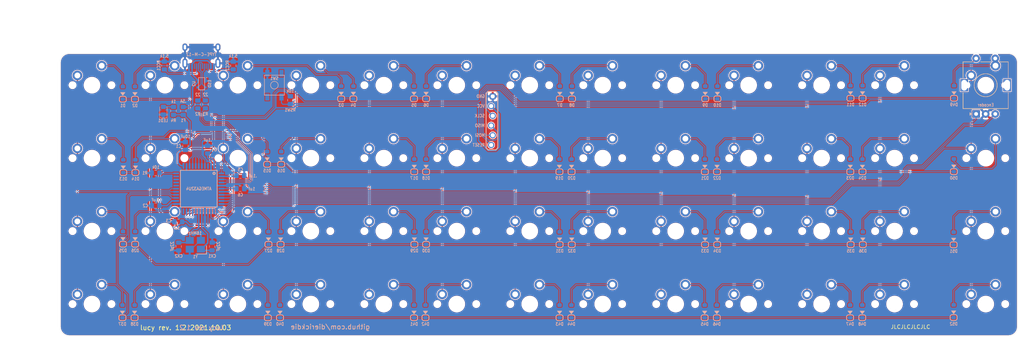
<source format=kicad_pcb>
(kicad_pcb (version 20171130) (host pcbnew "(5.1.4-0-10_14)")
  (layers (0 F.Cu signal) (31 B.Cu signal) (34 B.Paste user) (35 F.Paste user) (36 B.SilkS user) (37 F.SilkS user) (38 B.Mask user) (39 F.Mask user) (44 Edge.Cuts user))
  (net 0 "")
  (net 1 "Net-(D1-Pad2)")
  (net 2 "Net-(D2-Pad2)")
  (net 3 "Net-(D3-Pad2)")
  (net 4 "Net-(D4-Pad2)")
  (net 5 "Net-(D5-Pad2)")
  (net 6 "Net-(D6-Pad2)")
  (net 7 "Net-(D7-Pad2)")
  (net 8 "Net-(D8-Pad2)")
  (net 9 "Net-(D9-Pad2)")
  (net 10 "Net-(D10-Pad2)")
  (net 11 "Net-(D11-Pad2)")
  (net 12 "Net-(D12-Pad2)")
  (net 13 "Net-(D13-Pad2)")
  (net 14 "Net-(D14-Pad2)")
  (net 15 "Net-(D15-Pad2)")
  (net 16 "Net-(D16-Pad2)")
  (net 17 "Net-(D17-Pad2)")
  (net 18 "Net-(D18-Pad2)")
  (net 19 "Net-(D19-Pad2)")
  (net 20 "Net-(D20-Pad2)")
  (net 21 "Net-(D21-Pad2)")
  (net 22 "Net-(D22-Pad2)")
  (net 23 "Net-(D23-Pad2)")
  (net 24 "Net-(D24-Pad2)")
  (net 25 "Net-(D25-Pad2)")
  (net 26 "Net-(D26-Pad2)")
  (net 27 "Net-(D27-Pad2)")
  (net 28 "Net-(D28-Pad2)")
  (net 29 "Net-(D29-Pad2)")
  (net 30 "Net-(D30-Pad2)")
  (net 31 "Net-(D31-Pad2)")
  (net 32 "Net-(D32-Pad2)")
  (net 33 "Net-(D33-Pad2)")
  (net 34 "Net-(D34-Pad2)")
  (net 35 "Net-(D35-Pad2)")
  (net 36 "Net-(D36-Pad2)")
  (net 37 "Net-(D37-Pad2)")
  (net 38 "Net-(D38-Pad2)")
  (net 39 "Net-(D39-Pad2)")
  (net 40 "Net-(D40-Pad2)")
  (net 41 "Net-(D41-Pad2)")
  (net 42 "Net-(D42-Pad2)")
  (net 43 "Net-(D43-Pad2)")
  (net 44 "Net-(D44-Pad2)")
  (net 45 "Net-(D45-Pad2)")
  (net 46 "Net-(D46-Pad2)")
  (net 47 "Net-(D47-Pad2)")
  (net 48 "Net-(D48-Pad2)")
  (net 49 VCC)
  (net 50 "Net-(C6-Pad1)")
  (net 51 XTAL1)
  (net 52 XTAL2)
  (net 53 row0)
  (net 54 row1)
  (net 55 row2)
  (net 56 row3)
  (net 57 D-)
  (net 58 D+)
  (net 59 col0)
  (net 60 col1)
  (net 61 col2)
  (net 62 col3)
  (net 63 col4)
  (net 64 col5)
  (net 65 col6)
  (net 66 col7)
  (net 67 col8)
  (net 68 col9)
  (net 69 col10)
  (net 70 col11)
  (net 71 "Net-(R1-Pad2)")
  (net 72 VBUS)
  (net 73 "Net-(J1-PadB5)")
  (net 74 "Net-(J1-PadA5)")
  (net 75 ISP_Reset)
  (net 76 "Net-(D52-Pad2)")
  (net 77 col12)
  (net 78 GND)
  (net 79 "Net-(LED1-Pad2)")
  (net 80 DBUS-)
  (net 81 DBUS+)
  (net 82 enc0a)
  (net 83 enc0b)
  (net 84 "Net-(D49-Pad2)")
  (net 85 "Net-(D50-Pad2)")
  (net 86 "Net-(D51-Pad2)")
  (net 87 "Net-(J1-PadA8)")
  (net 88 "Net-(J1-PadB8)")
  (net 89 "Net-(U1-Pad42)")
  (net 90 "Net-(U1-Pad32)")
  (net 91 "Net-(U1-Pad30)")
  (net 92 "Net-(U1-Pad29)")
  (net 93 "Net-(U1-Pad18)")
  (net 94 "Net-(U1-Pad31)")
  (net 95 "Net-(U1-Pad22)")
  (module Capacitor_SMD:C_0805_2012Metric_Pad1.15x1.40mm_HandSolder (layer B.Cu) (at 109.45 88.85 180)
    (fp_text reference C3 (at 2.525 0.25) (layer B.SilkS) (effects (font (size 0.8 0.7)) (justify mirror)))
    (fp_text value .1uF)
    (fp_text user %V (at 0.375 -1.6) (layer B.SilkS) (effects (font (size 0.8 0.7)) (justify mirror)))
    (pad 2 smd roundrect (at 1.025 0 180) (size 1.15 1.4) (layers B.Cu B.Paste B.Mask) (roundrect_rratio 0.2173904347826087) (net 78 GND))
    (pad 1 smd roundrect (at -1.025 0 180) (size 1.15 1.4) (layers B.Cu B.Paste B.Mask) (roundrect_rratio 0.2173904347826087) (net 49 VCC))
  )
  (module Crystal:Crystal_SMD_3225-4Pin_3.2x2.5mm_HandSoldering (layer B.Cu) (at 113.9 94.85 180)
    (fp_text reference Y1 (at 0 -3.1 180) (layer B.SilkS) (effects (font (size 0.8 0.7)) (justify mirror)))
    (fp_text value 16MHz)
    (pad 1 smd rect (at -1.45 -1.15 180) (size 2.1 1.8) (layers B.Cu B.Paste B.Mask) (net 51 XTAL1))
    (pad 2 smd rect (at 1.45 -1.15 180) (size 2.1 1.8) (layers B.Cu B.Paste B.Mask) (net 78 GND))
    (pad 3 smd rect (at 1.45 1.15 180) (size 2.1 1.8) (layers B.Cu B.Paste B.Mask) (net 52 XTAL2))
    (pad 4 smd rect (at -1.45 1.15 180) (size 2.1 1.8) (layers B.Cu B.Paste B.Mask) (net 78 GND))
  )
  (module Capacitor_SMD:C_0805_2012Metric_Pad1.15x1.40mm_HandSolder (layer B.Cu) (at 103.525 84.65 180)
    (fp_text reference C2 (at 2.675 0) (layer B.SilkS) (effects (font (size 0.8 0.7)) (justify mirror)))
    (fp_text value .1uF)
    (fp_text user %V (at 0.025 1.5 180) (layer B.SilkS) (effects (font (size 0.8 0.7)) (justify mirror)))
    (pad 2 smd roundrect (at 1.025 0 180) (size 1.15 1.4) (layers B.Cu B.Paste B.Mask) (roundrect_rratio 0.2173904347826087) (net 78 GND))
    (pad 1 smd roundrect (at -1.025 0 180) (size 1.15 1.4) (layers B.Cu B.Paste B.Mask) (roundrect_rratio 0.2173904347826087) (net 49 VCC))
  )
  (module Keebio-Parts:SOT-143B (layer B.Cu) (at 115.540625 52.80625 270)
    (fp_text reference U2 (at 0 2 90) (layer B.SilkS) (effects (font (size 0.7 0.7)) (justify mirror)))
    (fp_text value PRTR5V0U2X hide)
    (fp_text user ESD (at 0 -2.1 90) (layer B.SilkS) (effects (font (size 0.7 0.7)) (justify mirror)))
    (pad 4 smd rect (at -0.95 1 270) (size 0.6 0.7) (layers B.Cu B.Paste B.Mask) (net 72 VBUS))
    (pad 3 smd rect (at 0.95 1 270) (size 0.6 0.7) (layers B.Cu B.Paste B.Mask) (net 80 DBUS-))
    (pad 2 smd rect (at 0.95 -1 270) (size 0.6 0.7) (layers B.Cu B.Paste B.Mask) (net 81 DBUS+))
    (pad 1 smd rect (at -0.75 -1 270) (size 1 0.7) (layers B.Cu B.Paste B.Mask) (net 78 GND))
  )
  (module Keeb_footprints:D_SOD-123_modified (layer B.Cu) (at 311.990625 54.95625 90)
    (fp_text reference D49 (at -3.302 0 180) (layer B.SilkS) (effects (font (size 0.8 0.7)) (justify mirror)))
    (fp_text value D)
    (pad 2 smd roundrect (at 1.65 0 90) (size 1 1.2) (layers B.Cu B.Paste B.Mask) (net 84 "Net-(D49-Pad2)"))
    (pad 1 smd roundrect (at -1.65 0 90) (size 1 1.2) (layers B.Cu B.Paste B.Mask) (net 53 row0))
  )
  (module Keeb_footprints:D_SOD-123_modified (layer B.Cu) (at 311.890625 93.20625 90)
    (fp_text reference D51 (at -3.302 0 180) (layer B.SilkS) (effects (font (size 0.8 0.7)) (justify mirror)))
    (fp_text value D)
    (pad 2 smd roundrect (at 1.65 0 90) (size 1 1.2) (layers B.Cu B.Paste B.Mask) (net 86 "Net-(D51-Pad2)"))
    (pad 1 smd roundrect (at -1.65 0 90) (size 1 1.2) (layers B.Cu B.Paste B.Mask) (net 55 row2))
  )
  (module Keeb_footprints:MX100 (layer F.Cu) (at 320.252785 72.24407 180)
    (fp_text reference K50)
    (fp_text value KEYSW)
    (pad 1 thru_hole circle (at 3.7846 2.5527 90) (size 2.54 2.54) (drill 1.525) (layers *.Cu *.Mask) (net 77 col12))
    (pad 2 thru_hole circle (at -2.5654 5.0927 180) (size 2.54 2.54) (drill 1.525) (layers *.Cu *.Mask) (net 85 "Net-(D50-Pad2)"))
    (pad "" np_thru_hole circle (at -5.1054 0.0127 180) (size 1.7018 1.7018) (drill 1.7018) (layers *.Cu *.Mask))
    (pad "" np_thru_hole circle (at 5.0546 0.0127 180) (size 1.7018 1.7018) (drill 1.7018) (layers *.Cu *.Mask))
    (pad "" np_thru_hole circle (at -0.0254 0.0127 180) (size 3.9878 3.9878) (drill 3.9878) (layers *.Cu *.Mask))
  )
  (module Keeb_footprints:MX100 (layer F.Cu) (at 124.990225 53.19395 180)
    (fp_text reference K3)
    (fp_text value KEYSW)
    (pad 1 thru_hole circle (at 3.7846 2.5527 90) (size 2.54 2.54) (drill 1.525) (layers *.Cu *.Mask) (net 61 col2))
    (pad 2 thru_hole circle (at -2.5654 5.0927 180) (size 2.54 2.54) (drill 1.525) (layers *.Cu *.Mask) (net 3 "Net-(D3-Pad2)"))
    (pad "" np_thru_hole circle (at -5.1054 0.0127 180) (size 1.7018 1.7018) (drill 1.7018) (layers *.Cu *.Mask))
    (pad "" np_thru_hole circle (at 5.0546 0.0127 180) (size 1.7018 1.7018) (drill 1.7018) (layers *.Cu *.Mask))
    (pad "" np_thru_hole circle (at -0.0254 0.0127 180) (size 3.9878 3.9878) (drill 3.9878) (layers *.Cu *.Mask))
  )
  (module Keeb_footprints:MX100 (layer F.Cu) (at 320.252785 110.34423 180)
    (fp_text reference K52)
    (fp_text value KEYSW)
    (pad 1 thru_hole circle (at 3.7846 2.5527 90) (size 2.54 2.54) (drill 1.525) (layers *.Cu *.Mask) (net 77 col12))
    (pad 2 thru_hole circle (at -2.5654 5.0927 180) (size 2.54 2.54) (drill 1.525) (layers *.Cu *.Mask) (net 76 "Net-(D52-Pad2)"))
    (pad "" np_thru_hole circle (at -5.1054 0.0127 180) (size 1.7018 1.7018) (drill 1.7018) (layers *.Cu *.Mask))
    (pad "" np_thru_hole circle (at 5.0546 0.0127 180) (size 1.7018 1.7018) (drill 1.7018) (layers *.Cu *.Mask))
    (pad "" np_thru_hole circle (at -0.0254 0.0127 180) (size 3.9878 3.9878) (drill 3.9878) (layers *.Cu *.Mask))
  )
  (module Keeb_footprints:D_SOD-123_modified (layer B.Cu) (at 98.187999 93.049377 90)
    (fp_text reference D26 (at -3.302 0 180) (layer B.SilkS) (effects (font (size 0.8 0.7)) (justify mirror)))
    (fp_text value D)
    (pad 2 smd roundrect (at 1.65 0 90) (size 1 1.2) (layers B.Cu B.Paste B.Mask) (net 26 "Net-(D26-Pad2)"))
    (pad 1 smd roundrect (at -1.65 0 90) (size 1 1.2) (layers B.Cu B.Paste B.Mask) (net 55 row2))
  )
  (module LED_SMD:LED_0805_2012Metric_Pad1.15x1.40mm_HandSolder (layer B.Cu) (at 105.55 59.85 90)
    (fp_text reference LED1 (at -2.55 -0.1 180) (layer B.SilkS) (effects (font (size 0.8 0.7)) (justify mirror)))
    (fp_text value LED)
    (pad 2 smd roundrect (at 1.025 0 90) (size 1.15 1.4) (layers B.Cu B.Paste B.Mask) (roundrect_rratio 0.2173904347826087) (net 79 "Net-(LED1-Pad2)"))
    (pad 1 smd roundrect (at -1.025 0 90) (size 1.15 1.4) (layers B.Cu B.Paste B.Mask) (roundrect_rratio 0.2173904347826087) (net 78 GND))
  )
  (module Capacitor_SMD:C_0805_2012Metric_Pad1.15x1.40mm_HandSolder (layer B.Cu) (at 125.65 76.8)
    (fp_text reference C5 (at 0 -1.6) (layer B.SilkS) (effects (font (size 0.8 0.7)) (justify mirror)))
    (fp_text value .1uF)
    (fp_text user %V (at 3.2 0.05) (layer B.SilkS) (effects (font (size 0.8 0.7)) (justify mirror)))
    (pad 2 smd roundrect (at 1.025 0) (size 1.15 1.4) (layers B.Cu B.Paste B.Mask) (roundrect_rratio 0.2173904347826087) (net 78 GND))
    (pad 1 smd roundrect (at -1.025 0) (size 1.15 1.4) (layers B.Cu B.Paste B.Mask) (roundrect_rratio 0.2173904347826087) (net 49 VCC))
  )
  (module Keeb_footprints:D_SOD-123_modified (layer B.Cu) (at 247.031999 55.094377 90)
    (fp_text reference D9 (at -3.302 0 180) (layer B.SilkS) (effects (font (size 0.8 0.7)) (justify mirror)))
    (fp_text value D)
    (pad 2 smd roundrect (at 1.65 0 90) (size 1 1.2) (layers B.Cu B.Paste B.Mask) (net 9 "Net-(D9-Pad2)"))
    (pad 1 smd roundrect (at -1.65 0 90) (size 1 1.2) (layers B.Cu B.Paste B.Mask) (net 53 row0))
  )
  (module Keebio-Parts:RotaryEncoder_EC11 (layer F.Cu) (at 320.252725 53.19395 90)
    (fp_text reference SW2)
    (fp_text value Rotary_Encoder_Switch)
    (pad A thru_hole rect (at -7.5 -2.5 90) (size 2 2) (drill 1) (layers *.Cu *.Mask) (net 82 enc0a))
    (pad C thru_hole circle (at -7.5 0 90) (size 2 2) (drill 1) (layers *.Cu *.Mask) (net 78 GND))
    (pad B thru_hole circle (at -7.5 2.5 90) (size 2 2) (drill 1) (layers *.Cu *.Mask) (net 83 enc0b))
    (pad MP thru_hole rect (at 0 -5.6 90) (size 3.2 2) (drill oval 2.8 1.5) (layers *.Cu *.Mask))
    (pad MP thru_hole rect (at 0 5.6 90) (size 3.2 2) (drill oval 2.8 1.5) (layers *.Cu *.Mask))
    (pad S2 thru_hole circle (at 7 -2.5 90) (size 2 2) (drill 1) (layers *.Cu *.Mask) (net 77 col12))
    (pad S1 thru_hole circle (at 7 2.5 90) (size 2 2) (drill 1) (layers *.Cu *.Mask) (net 84 "Net-(D49-Pad2)"))
  )
  (module Resistor_SMD:R_0805_2012Metric_Pad1.15x1.40mm_HandSolder (layer B.Cu) (at 108.197 59.888 270)
    (fp_text reference R4 (at 2.512 0.003 180) (layer B.SilkS) (effects (font (size 0.8 0.7)) (justify mirror)))
    (fp_text value 1k)
    (fp_text user %V (at -2.438 0 180) (layer B.SilkS) (effects (font (size 0.8 0.7)) (justify mirror)))
    (pad 2 smd roundrect (at 1.025 0 270) (size 1.15 1.4) (layers B.Cu B.Paste B.Mask) (roundrect_rratio 0.2173904347826087) (net 49 VCC))
    (pad 1 smd roundrect (at -1.025 0 270) (size 1.15 1.4) (layers B.Cu B.Paste B.Mask) (roundrect_rratio 0.2173904347826087) (net 79 "Net-(LED1-Pad2)"))
  )
  (module Resistor_SMD:R_0805_2012Metric_Pad1.15x1.40mm_HandSolder (layer B.Cu) (at 138.709 57.1 90)
    (fp_text reference RSW1 (at -2.552 -0.059 180) (layer B.SilkS) (effects (font (size 0.8 0.7)) (justify mirror)))
    (fp_text value 10k)
    (fp_text user %V (at 2.411 -0.025 180) (layer B.SilkS) (effects (font (size 0.8 0.7)) (justify mirror)))
    (pad 2 smd roundrect (at 1.025 0 90) (size 1.15 1.4) (layers B.Cu B.Paste B.Mask) (roundrect_rratio 0.2173904347826087) (net 49 VCC))
    (pad 1 smd roundrect (at -1.025 0 90) (size 1.15 1.4) (layers B.Cu B.Paste B.Mask) (roundrect_rratio 0.2173904347826087) (net 75 ISP_Reset))
  )
  (module Resistor_SMD:R_0805_2012Metric_Pad1.15x1.40mm_HandSolder (layer B.Cu) (at 123.8 48.05 270)
    (fp_text reference RCC2 (at 0 1.5 90) (layer B.SilkS) (effects (font (size 0.8 0.7)) (justify mirror)))
    (fp_text value 5.1k)
    (fp_text user %V (at -2.475002 0.028999 180) (layer B.SilkS) (effects (font (size 0.8 0.7)) (justify mirror)))
    (pad 2 smd roundrect (at 1.025 0 270) (size 1.15 1.4) (layers B.Cu B.Paste B.Mask) (roundrect_rratio 0.2173904347826087) (net 73 "Net-(J1-PadB5)"))
    (pad 1 smd roundrect (at -1.025 0 270) (size 1.15 1.4) (layers B.Cu B.Paste B.Mask) (roundrect_rratio 0.2173904347826087) (net 78 GND))
  )
  (module Resistor_SMD:R_0805_2012Metric_Pad1.15x1.40mm_HandSolder (layer B.Cu) (at 105.8 48.05 270)
    (fp_text reference RCC1 (at 0 1.45 90) (layer B.SilkS) (effects (font (size 0.8 0.7)) (justify mirror)))
    (fp_text value 5.1k)
    (fp_text user %V (at -2.475002 0 180) (layer B.SilkS) (effects (font (size 0.8 0.7)) (justify mirror)))
    (pad 1 smd roundrect (at -1.025 0 270) (size 1.15 1.4) (layers B.Cu B.Paste B.Mask) (roundrect_rratio 0.2173904347826087) (net 78 GND))
    (pad 2 smd roundrect (at 1.025 0 270) (size 1.15 1.4) (layers B.Cu B.Paste B.Mask) (roundrect_rratio 0.2173904347826087) (net 74 "Net-(J1-PadA5)"))
  )
  (module Resistor_SMD:R_0805_2012Metric_Pad1.15x1.40mm_HandSolder (layer B.Cu) (at 116.540625 58.20625 90)
    (fp_text reference R3 (at -2.491998 -0.004999) (layer B.SilkS) (effects (font (size 0.8 0.7)) (justify mirror)))
    (fp_text value 22)
    (fp_text user %V (at 2.549002 0 180) (layer B.SilkS) (effects (font (size 0.8 0.7)) (justify mirror)))
    (pad 2 smd roundrect (at 1.025 0 90) (size 1.15 1.4) (layers B.Cu B.Paste B.Mask) (roundrect_rratio 0.2173904347826087) (net 81 DBUS+))
    (pad 1 smd roundrect (at -1.025 0 90) (size 1.15 1.4) (layers B.Cu B.Paste B.Mask) (roundrect_rratio 0.2173904347826087) (net 58 D+))
  )
  (module Resistor_SMD:R_0805_2012Metric_Pad1.15x1.40mm_HandSolder (layer B.Cu) (at 114.540625 58.224 90)
    (fp_text reference R2 (at -2.476 0.004) (layer B.SilkS) (effects (font (size 0.8 0.7)) (justify mirror)))
    (fp_text value 22)
    (fp_text user %V (at 2.54 0 180) (layer B.SilkS) (effects (font (size 0.8 0.7)) (justify mirror)))
    (pad 2 smd roundrect (at 1.025 0 90) (size 1.15 1.4) (layers B.Cu B.Paste B.Mask) (roundrect_rratio 0.2173904347826087) (net 80 DBUS-))
    (pad 1 smd roundrect (at -1.025 0 90) (size 1.15 1.4) (layers B.Cu B.Paste B.Mask) (roundrect_rratio 0.2173904347826087) (net 57 D-))
  )
  (module Resistor_SMD:R_0805_2012Metric_Pad1.15x1.40mm_HandSolder (layer B.Cu) (at 103.527499 76.1)
    (fp_text reference R1 (at -2.8 0) (layer B.SilkS) (effects (font (size 0.8 0.7)) (justify mirror)))
    (fp_text value 10k)
    (fp_text user %V (at 0.051501 -1.501002) (layer B.SilkS) (effects (font (size 0.8 0.7)) (justify mirror)))
    (pad 2 smd roundrect (at 1.025 0) (size 1.15 1.4) (layers B.Cu B.Paste B.Mask) (roundrect_rratio 0.2173904347826087) (net 71 "Net-(R1-Pad2)"))
    (pad 1 smd roundrect (at -1.025 0) (size 1.15 1.4) (layers B.Cu B.Paste B.Mask) (roundrect_rratio 0.2173904347826087) (net 78 GND))
  )
  (module Capacitor_SMD:C_0805_2012Metric_Pad1.15x1.40mm_HandSolder (layer B.Cu) (at 117.1 70 90)
    (fp_text reference C4 (at 0 1.8 180) (layer B.SilkS) (effects (font (size 0.8 0.7)) (justify mirror)))
    (fp_text value .1uF)
    (fp_text user %V (at 2.5 0 180) (layer B.SilkS) (effects (font (size 0.8 0.7)) (justify mirror)))
    (pad 2 smd roundrect (at 1.025 0 90) (size 1.15 1.4) (layers B.Cu B.Paste B.Mask) (roundrect_rratio 0.2173904347826087) (net 78 GND))
    (pad 1 smd roundrect (at -1.025 0 90) (size 1.15 1.4) (layers B.Cu B.Paste B.Mask) (roundrect_rratio 0.2173904347826087) (net 49 VCC))
  )
  (module Capacitor_SMD:C_0805_2012Metric_Pad1.15x1.40mm_HandSolder (layer B.Cu) (at 111.3 69.05 90)
    (fp_text reference C1 (at -0.05 -1.8) (layer B.SilkS) (effects (font (size 0.8 0.7)) (justify mirror)))
    (fp_text value 10uF)
    (fp_text user %V (at 2.45 0 180) (layer B.SilkS) (effects (font (size 0.8 0.7)) (justify mirror)))
    (pad 2 smd roundrect (at 1.025 0 90) (size 1.15 1.4) (layers B.Cu B.Paste B.Mask) (roundrect_rratio 0.2173904347826087) (net 78 GND))
    (pad 1 smd roundrect (at -1.025 0 90) (size 1.15 1.4) (layers B.Cu B.Paste B.Mask) (roundrect_rratio 0.2173904347826087) (net 49 VCC))
  )
  (module Capacitor_SMD:C_0805_2012Metric_Pad1.15x1.40mm_HandSolder (layer B.Cu) (at 118.3 95.3 90)
    (fp_text reference CX1 (at -2.5 0 180) (layer B.SilkS) (effects (font (size 0.8 0.7)) (justify mirror)))
    (fp_text value 22pF)
    (fp_text user %V (at 0 1.6 90) (layer B.SilkS) (effects (font (size 0.8 0.7)) (justify mirror)))
    (pad 2 smd roundrect (at 1.025 0 90) (size 1.15 1.4) (layers B.Cu B.Paste B.Mask) (roundrect_rratio 0.2173904347826087) (net 78 GND))
    (pad 1 smd roundrect (at -1.025 0 90) (size 1.15 1.4) (layers B.Cu B.Paste B.Mask) (roundrect_rratio 0.2173904347826087) (net 51 XTAL1))
  )
  (module Capacitor_SMD:C_0805_2012Metric_Pad1.15x1.40mm_HandSolder (layer B.Cu) (at 109.55 95.3 270)
    (fp_text reference CX2 (at 2.484998 -0.014001 180) (layer B.SilkS) (effects (font (size 0.8 0.7)) (justify mirror)))
    (fp_text value 22pF)
    (fp_text user %V (at 0 1.7 90) (layer B.SilkS) (effects (font (size 0.8 0.7)) (justify mirror)))
    (pad 2 smd roundrect (at 1.025 0 270) (size 1.15 1.4) (layers B.Cu B.Paste B.Mask) (roundrect_rratio 0.2173904347826087) (net 78 GND))
    (pad 1 smd roundrect (at -1.025 0 270) (size 1.15 1.4) (layers B.Cu B.Paste B.Mask) (roundrect_rratio 0.2173904347826087) (net 52 XTAL2))
  )
  (module Capacitor_SMD:C_0805_2012Metric_Pad1.15x1.40mm_HandSolder (layer B.Cu) (at 125.65 80.2)
    (fp_text reference C6 (at 0 1.6) (layer B.SilkS) (effects (font (size 0.8 0.7)) (justify mirror)))
    (fp_text value 1uF)
    (fp_text user %V (at 2.9 0.05) (layer B.SilkS) (effects (font (size 0.8 0.7)) (justify mirror)))
    (pad 2 smd roundrect (at 1.025 0) (size 1.15 1.4) (layers B.Cu B.Paste B.Mask) (roundrect_rratio 0.2173904347826087) (net 78 GND))
    (pad 1 smd roundrect (at -1.025 0) (size 1.15 1.4) (layers B.Cu B.Paste B.Mask) (roundrect_rratio 0.2173904347826087) (net 50 "Net-(C6-Pad1)"))
  )
  (module Fuse:Fuse_0805_2012Metric_Pad1.15x1.40mm_HandSolder (layer B.Cu) (at 110.75 59.9 90)
    (fp_text reference F1 (at -2.469 -0.012 180) (layer B.SilkS) (effects (font (size 0.8 0.7)) (justify mirror)))
    (fp_text value .5A)
    (fp_text user %V (at 2.54 0 180) (layer B.SilkS) (effects (font (size 0.8 0.7)) (justify mirror)))
    (pad 2 smd roundrect (at 1.025 0 90) (size 1.15 1.4) (layers B.Cu B.Paste B.Mask) (roundrect_rratio 0.2173904347826087) (net 72 VBUS))
    (pad 1 smd roundrect (at -1.025 0 90) (size 1.15 1.4) (layers B.Cu B.Paste B.Mask) (roundrect_rratio 0.2173904347826087) (net 49 VCC))
  )
  (module Keeb_footprints:PIN_HEADER_1x6_OFFSET (layer B.Cu) (at 191.3432 62.45 180)
    (fp_text reference J2)
    (fp_text value AVR-ISP-6_mod hide)
    (fp_text user GND (at 1.7907 6.3627) (layer B.SilkS) (effects (font (size 0.8 0.7)) (justify left mirror)))
    (fp_text user VCC (at 1.7907 3.8227) (layer B.SilkS) (effects (font (size 0.8 0.7)) (justify left mirror)))
    (fp_text user RESET (at 1.778 -6.35) (layer B.SilkS) (effects (font (size 0.8 0.7)) (justify left mirror)))
    (fp_text user SCLK (at 1.778 1.27) (layer B.SilkS) (effects (font (size 0.8 0.7)) (justify left mirror)))
    (fp_text user MOSI (at 1.778 -3.81) (layer B.SilkS) (effects (font (size 0.8 0.7)) (justify left mirror)))
    (fp_text user MISO (at 1.778 -1.27) (layer B.SilkS) (effects (font (size 0.8 0.7)) (justify left mirror)))
    (pad 6 thru_hole roundrect (at -0.2032 6.35 180) (size 1.6002 1.6002) (drill 1.0668) (layers *.Cu *.Mask) (net 78 GND))
    (pad 2 thru_hole circle (at 0.2032 3.81 180) (size 1.6002 1.6002) (drill 1.0668) (layers *.Cu *.Mask) (net 49 VCC))
    (pad 5 thru_hole circle (at -0.2032 1.27 180) (size 1.6002 1.6002) (drill 1.0668) (layers *.Cu *.Mask) (net 68 col9))
    (pad 3 thru_hole circle (at 0.2032 -1.27 180) (size 1.6002 1.6002) (drill 1.0668) (layers *.Cu *.Mask) (net 70 col11))
    (pad 4 thru_hole circle (at -0.2032 -3.81 180) (size 1.6002 1.6002) (drill 1.0668) (layers *.Cu *.Mask) (net 69 col10))
    (pad 1 thru_hole circle (at 0.2032 -6.35 180) (size 1.6002 1.6002) (drill 1.0668) (layers *.Cu *.Mask) (net 75 ISP_Reset))
  )
  (module Keebio-Parts:ATMEGA32U4-AU (layer B.Cu) (at 114.8 80.2 180)
    (fp_text reference U1)
    (fp_text value ATMEGA32U4 (at 0 -0.0205) (layer B.SilkS) (effects (font (size 0.8 0.7)) (justify mirror)))
    (pad 44 smd rect (at -4 5.9 180) (size 0.5 1.5) (layers B.Cu B.Paste B.Mask) (net 49 VCC))
    (pad 43 smd rect (at -3.2 5.9 180) (size 0.5 1.5) (layers B.Cu B.Paste B.Mask) (net 78 GND))
    (pad 42 smd rect (at -2.4 5.9 180) (size 0.5 1.5) (layers B.Cu B.Paste B.Mask) (net 89 "Net-(U1-Pad42)"))
    (pad 41 smd rect (at -1.6 5.9 180) (size 0.5 1.5) (layers B.Cu B.Paste B.Mask) (net 65 col6))
    (pad 40 smd rect (at -0.8 5.9 180) (size 0.5 1.5) (layers B.Cu B.Paste B.Mask) (net 64 col5))
    (pad 39 smd rect (at 0 5.9 180) (size 0.5 1.5) (layers B.Cu B.Paste B.Mask) (net 63 col4))
    (pad 38 smd rect (at 0.8 5.9 180) (size 0.5 1.5) (layers B.Cu B.Paste B.Mask) (net 62 col3))
    (pad 37 smd rect (at 1.6 5.9 180) (size 0.5 1.5) (layers B.Cu B.Paste B.Mask) (net 54 row1))
    (pad 36 smd rect (at 2.4 5.9 180) (size 0.5 1.5) (layers B.Cu B.Paste B.Mask) (net 53 row0))
    (pad 35 smd rect (at 3.2 5.9 180) (size 0.5 1.5) (layers B.Cu B.Paste B.Mask) (net 78 GND))
    (pad 34 smd rect (at 4 5.9 180) (size 0.5 1.5) (layers B.Cu B.Paste B.Mask) (net 49 VCC))
    (pad 33 smd rect (at 5.9 4 180) (size 1.5 0.5) (layers B.Cu B.Paste B.Mask) (net 71 "Net-(R1-Pad2)"))
    (pad 32 smd rect (at 5.9 3.2 180) (size 1.5 0.5) (layers B.Cu B.Paste B.Mask) (net 90 "Net-(U1-Pad32)"))
    (pad 31 smd rect (at 5.9 2.4 180) (size 1.5 0.5) (layers B.Cu B.Paste B.Mask) (net 94 "Net-(U1-Pad31)"))
    (pad 30 smd rect (at 5.9 1.6 180) (size 1.5 0.5) (layers B.Cu B.Paste B.Mask) (net 91 "Net-(U1-Pad30)"))
    (pad 29 smd rect (at 5.9 0.8 180) (size 1.5 0.5) (layers B.Cu B.Paste B.Mask) (net 92 "Net-(U1-Pad29)"))
    (pad 28 smd rect (at 5.9 0 180) (size 1.5 0.5) (layers B.Cu B.Paste B.Mask) (net 60 col1))
    (pad 27 smd rect (at 5.9 -0.8 180) (size 1.5 0.5) (layers B.Cu B.Paste B.Mask) (net 59 col0))
    (pad 26 smd rect (at 5.9 -1.6 180) (size 1.5 0.5) (layers B.Cu B.Paste B.Mask) (net 56 row3))
    (pad 25 smd rect (at 5.9 -2.4 180) (size 1.5 0.5) (layers B.Cu B.Paste B.Mask) (net 55 row2))
    (pad 24 smd rect (at 5.9 -3.2 180) (size 1.5 0.5) (layers B.Cu B.Paste B.Mask) (net 49 VCC))
    (pad 23 smd rect (at 5.9 -4 180) (size 1.5 0.5) (layers B.Cu B.Paste B.Mask) (net 78 GND))
    (pad 22 smd rect (at 4 -5.9 180) (size 0.5 1.5) (layers B.Cu B.Paste B.Mask) (net 95 "Net-(U1-Pad22)"))
    (pad 21 smd rect (at 3.2 -5.9 180) (size 0.5 1.5) (layers B.Cu B.Paste B.Mask) (net 82 enc0a))
    (pad 20 smd rect (at 2.4 -5.9 180) (size 0.5 1.5) (layers B.Cu B.Paste B.Mask) (net 83 enc0b))
    (pad 19 smd rect (at 1.6 -5.9 180) (size 0.5 1.5) (layers B.Cu B.Paste B.Mask) (net 77 col12))
    (pad 18 smd rect (at 0.8 -5.9 180) (size 0.5 1.5) (layers B.Cu B.Paste B.Mask) (net 93 "Net-(U1-Pad18)"))
    (pad 17 smd rect (at 0 -5.9 180) (size 0.5 1.5) (layers B.Cu B.Paste B.Mask) (net 52 XTAL2))
    (pad 16 smd rect (at -0.8 -5.9 180) (size 0.5 1.5) (layers B.Cu B.Paste B.Mask) (net 51 XTAL1))
    (pad 15 smd rect (at -1.6 -5.9 180) (size 0.5 1.5) (layers B.Cu B.Paste B.Mask) (net 78 GND))
    (pad 14 smd rect (at -2.4 -5.9 180) (size 0.5 1.5) (layers B.Cu B.Paste B.Mask) (net 49 VCC))
    (pad 13 smd rect (at -3.2 -5.9 180) (size 0.5 1.5) (layers B.Cu B.Paste B.Mask) (net 75 ISP_Reset))
    (pad 12 smd rect (at -4 -5.9 180) (size 0.5 1.5) (layers B.Cu B.Paste B.Mask) (net 61 col2))
    (pad 11 smd rect (at -5.9 -4 180) (size 1.5 0.5) (layers B.Cu B.Paste B.Mask) (net 70 col11))
    (pad 10 smd rect (at -5.9 -3.2 180) (size 1.5 0.5) (layers B.Cu B.Paste B.Mask) (net 69 col10))
    (pad 9 smd rect (at -5.9 -2.4 180) (size 1.5 0.5) (layers B.Cu B.Paste B.Mask) (net 68 col9))
    (pad 8 smd rect (at -5.9 -1.6 180) (size 1.5 0.5) (layers B.Cu B.Paste B.Mask) (net 67 col8))
    (pad 7 smd rect (at -5.9 -0.8 180) (size 1.5 0.5) (layers B.Cu B.Paste B.Mask) (net 49 VCC))
    (pad 6 smd rect (at -5.9 0 180) (size 1.5 0.5) (layers B.Cu B.Paste B.Mask) (net 50 "Net-(C6-Pad1)"))
    (pad 5 smd rect (at -5.9 0.8 180) (size 1.5 0.5) (layers B.Cu B.Paste B.Mask) (net 78 GND))
    (pad 4 smd rect (at -5.9 1.6 180) (size 1.5 0.5) (layers B.Cu B.Paste B.Mask) (net 58 D+))
    (pad 3 smd rect (at -5.9 2.4 180) (size 1.5 0.5) (layers B.Cu B.Paste B.Mask) (net 57 D-))
    (pad 2 smd rect (at -5.9 3.2 180) (size 1.5 0.5) (layers B.Cu B.Paste B.Mask) (net 49 VCC))
    (pad 1 smd rect (at -5.9 4 180) (size 1.5 0.5) (layers B.Cu B.Paste B.Mask) (net 66 col7))
  )
  (module Keeb_footprints:D_SOD-123_modified (layer B.Cu) (at 94.962999 55.191377 90)
    (fp_text reference D1 (at -3.302 0 180) (layer B.SilkS) (effects (font (size 0.8 0.7)) (justify mirror)))
    (fp_text value D)
    (pad 2 smd roundrect (at 1.65 0 90) (size 1 1.2) (layers B.Cu B.Paste B.Mask) (net 1 "Net-(D1-Pad2)"))
    (pad 1 smd roundrect (at -1.65 0 90) (size 1 1.2) (layers B.Cu B.Paste B.Mask) (net 53 row0))
  )
  (module Keeb_footprints:D_SOD-123_modified (layer B.Cu) (at 98.137999 55.191377 90)
    (fp_text reference D2 (at -3.302 0 180) (layer B.SilkS) (effects (font (size 0.8 0.7)) (justify mirror)))
    (fp_text value D)
    (pad 2 smd roundrect (at 1.65 0 90) (size 1 1.2) (layers B.Cu B.Paste B.Mask) (net 2 "Net-(D2-Pad2)"))
    (pad 1 smd roundrect (at -1.65 0 90) (size 1 1.2) (layers B.Cu B.Paste B.Mask) (net 53 row0))
  )
  (module Keeb_footprints:D_SOD-123_modified (layer B.Cu) (at 151.985999 55.081002 90)
    (fp_text reference D3 (at -3.302 0 180) (layer B.SilkS) (effects (font (size 0.8 0.7)) (justify mirror)))
    (fp_text value D)
    (pad 2 smd roundrect (at 1.65 0 90) (size 1 1.2) (layers B.Cu B.Paste B.Mask) (net 3 "Net-(D3-Pad2)"))
    (pad 1 smd roundrect (at -1.65 0 90) (size 1 1.2) (layers B.Cu B.Paste B.Mask) (net 53 row0))
  )
  (module Keeb_footprints:D_SOD-123_modified (layer B.Cu) (at 155.160999 55.081002 90)
    (fp_text reference D4 (at -3.302 0 180) (layer B.SilkS) (effects (font (size 0.8 0.7)) (justify mirror)))
    (fp_text value D)
    (pad 2 smd roundrect (at 1.65 0 90) (size 1 1.2) (layers B.Cu B.Paste B.Mask) (net 4 "Net-(D4-Pad2)"))
    (pad 1 smd roundrect (at -1.65 0 90) (size 1 1.2) (layers B.Cu B.Paste B.Mask) (net 53 row0))
  )
  (module Keeb_footprints:D_SOD-123_modified (layer B.Cu) (at 170.985999 55.083377 90)
    (fp_text reference D5 (at -3.302 0 180) (layer B.SilkS) (effects (font (size 0.8 0.7)) (justify mirror)))
    (fp_text value D)
    (pad 2 smd roundrect (at 1.65 0 90) (size 1 1.2) (layers B.Cu B.Paste B.Mask) (net 5 "Net-(D5-Pad2)"))
    (pad 1 smd roundrect (at -1.65 0 90) (size 1 1.2) (layers B.Cu B.Paste B.Mask) (net 53 row0))
  )
  (module Keeb_footprints:D_SOD-123_modified (layer B.Cu) (at 174.160999 55.083377 90)
    (fp_text reference D6 (at -3.302 0 180) (layer B.SilkS) (effects (font (size 0.8 0.7)) (justify mirror)))
    (fp_text value D)
    (pad 2 smd roundrect (at 1.65 0 90) (size 1 1.2) (layers B.Cu B.Paste B.Mask) (net 6 "Net-(D6-Pad2)"))
    (pad 1 smd roundrect (at -1.65 0 90) (size 1 1.2) (layers B.Cu B.Paste B.Mask) (net 53 row0))
  )
  (module Keeb_footprints:D_SOD-123_modified (layer B.Cu) (at 209.058999 55.094377 90)
    (fp_text reference D7 (at -3.302 0 180) (layer B.SilkS) (effects (font (size 0.8 0.7)) (justify mirror)))
    (fp_text value D)
    (pad 2 smd roundrect (at 1.65 0 90) (size 1 1.2) (layers B.Cu B.Paste B.Mask) (net 7 "Net-(D7-Pad2)"))
    (pad 1 smd roundrect (at -1.65 0 90) (size 1 1.2) (layers B.Cu B.Paste B.Mask) (net 53 row0))
  )
  (module Keeb_footprints:D_SOD-123_modified (layer B.Cu) (at 212.233999 55.094377 90)
    (fp_text reference D8 (at -3.302 0 180) (layer B.SilkS) (effects (font (size 0.8 0.7)) (justify mirror)))
    (fp_text value D)
    (pad 2 smd roundrect (at 1.65 0 90) (size 1 1.2) (layers B.Cu B.Paste B.Mask) (net 8 "Net-(D8-Pad2)"))
    (pad 1 smd roundrect (at -1.65 0 90) (size 1 1.2) (layers B.Cu B.Paste B.Mask) (net 53 row0))
  )
  (module Keeb_footprints:D_SOD-123_modified (layer B.Cu) (at 250.206999 55.094377 90)
    (fp_text reference D10 (at -3.302 0 180) (layer B.SilkS) (effects (font (size 0.8 0.7)) (justify mirror)))
    (fp_text value D)
    (pad 2 smd roundrect (at 1.65 0 90) (size 1 1.2) (layers B.Cu B.Paste B.Mask) (net 10 "Net-(D10-Pad2)"))
    (pad 1 smd roundrect (at -1.65 0 90) (size 1 1.2) (layers B.Cu B.Paste B.Mask) (net 53 row0))
  )
  (module Keeb_footprints:D_SOD-123_modified (layer B.Cu) (at 284.95 54.95 90)
    (fp_text reference D11 (at -3.302 0 180) (layer B.SilkS) (effects (font (size 0.8 0.7)) (justify mirror)))
    (fp_text value D)
    (pad 2 smd roundrect (at 1.65 0 90) (size 1 1.2) (layers B.Cu B.Paste B.Mask) (net 11 "Net-(D11-Pad2)"))
    (pad 1 smd roundrect (at -1.65 0 90) (size 1 1.2) (layers B.Cu B.Paste B.Mask) (net 53 row0))
  )
  (module Keeb_footprints:D_SOD-123_modified (layer B.Cu) (at 95.089999 74.341377 90)
    (fp_text reference D13 (at -3.302 0 180) (layer B.SilkS) (effects (font (size 0.8 0.7)) (justify mirror)))
    (fp_text value D)
    (pad 2 smd roundrect (at 1.65 0 90) (size 1 1.2) (layers B.Cu B.Paste B.Mask) (net 13 "Net-(D13-Pad2)"))
    (pad 1 smd roundrect (at -1.65 0 90) (size 1 1.2) (layers B.Cu B.Paste B.Mask) (net 54 row1))
  )
  (module Keeb_footprints:D_SOD-123_modified (layer B.Cu) (at 98.264999 74.341377 90)
    (fp_text reference D14 (at -3.302 0 180) (layer B.SilkS) (effects (font (size 0.8 0.7)) (justify mirror)))
    (fp_text value D)
    (pad 2 smd roundrect (at 1.65 0 90) (size 1 1.2) (layers B.Cu B.Paste B.Mask) (net 14 "Net-(D14-Pad2)"))
    (pad 1 smd roundrect (at -1.65 0 90) (size 1 1.2) (layers B.Cu B.Paste B.Mask) (net 54 row1))
  )
  (module Keeb_footprints:D_SOD-123_modified (layer B.Cu) (at 132.65 72.192377 90)
    (fp_text reference D15 (at -3.302 0 180) (layer B.SilkS) (effects (font (size 0.8 0.7)) (justify mirror)))
    (fp_text value D)
    (pad 2 smd roundrect (at 1.65 0 90) (size 1 1.2) (layers B.Cu B.Paste B.Mask) (net 15 "Net-(D15-Pad2)"))
    (pad 1 smd roundrect (at -1.65 0 90) (size 1 1.2) (layers B.Cu B.Paste B.Mask) (net 54 row1))
  )
  (module Keeb_footprints:D_SOD-123_modified (layer B.Cu) (at 136.314999 72.192377 90)
    (fp_text reference D16 (at -3.302 0 180) (layer B.SilkS) (effects (font (size 0.8 0.7)) (justify mirror)))
    (fp_text value D)
    (pad 2 smd roundrect (at 1.65 0 90) (size 1 1.2) (layers B.Cu B.Paste B.Mask) (net 16 "Net-(D16-Pad2)"))
    (pad 1 smd roundrect (at -1.65 0 90) (size 1 1.2) (layers B.Cu B.Paste B.Mask) (net 54 row1))
  )
  (module Keeb_footprints:D_SOD-123_modified (layer B.Cu) (at 171.05 74.142377 90)
    (fp_text reference D17 (at -3.302 0 180) (layer B.SilkS) (effects (font (size 0.8 0.7)) (justify mirror)))
    (fp_text value D)
    (pad 2 smd roundrect (at 1.65 0 90) (size 1 1.2) (layers B.Cu B.Paste B.Mask) (net 17 "Net-(D17-Pad2)"))
    (pad 1 smd roundrect (at -1.65 0 90) (size 1 1.2) (layers B.Cu B.Paste B.Mask) (net 54 row1))
  )
  (module Keeb_footprints:D_SOD-123_modified (layer B.Cu) (at 174.15 74.142377 90)
    (fp_text reference D18 (at -3.302 0 180) (layer B.SilkS) (effects (font (size 0.8 0.7)) (justify mirror)))
    (fp_text value D)
    (pad 2 smd roundrect (at 1.65 0 90) (size 1 1.2) (layers B.Cu B.Paste B.Mask) (net 18 "Net-(D18-Pad2)"))
    (pad 1 smd roundrect (at -1.65 0 90) (size 1 1.2) (layers B.Cu B.Paste B.Mask) (net 54 row1))
  )
  (module Keeb_footprints:D_SOD-123_modified (layer B.Cu) (at 208.958999 74.142377 90)
    (fp_text reference D19 (at -3.302 0 180) (layer B.SilkS) (effects (font (size 0.8 0.7)) (justify mirror)))
    (fp_text value D)
    (pad 2 smd roundrect (at 1.65 0 90) (size 1 1.2) (layers B.Cu B.Paste B.Mask) (net 19 "Net-(D19-Pad2)"))
    (pad 1 smd roundrect (at -1.65 0 90) (size 1 1.2) (layers B.Cu B.Paste B.Mask) (net 54 row1))
  )
  (module Keeb_footprints:D_SOD-123_modified (layer B.Cu) (at 212.133999 74.142377 90)
    (fp_text reference D20 (at -3.302 0 180) (layer B.SilkS) (effects (font (size 0.8 0.7)) (justify mirror)))
    (fp_text value D)
    (pad 2 smd roundrect (at 1.65 0 90) (size 1 1.2) (layers B.Cu B.Paste B.Mask) (net 20 "Net-(D20-Pad2)"))
    (pad 1 smd roundrect (at -1.65 0 90) (size 1 1.2) (layers B.Cu B.Paste B.Mask) (net 54 row1))
  )
  (module Keeb_footprints:D_SOD-123_modified (layer B.Cu) (at 246.931999 74.142377 90)
    (fp_text reference D21 (at -3.302 0 180) (layer B.SilkS) (effects (font (size 0.8 0.7)) (justify mirror)))
    (fp_text value D)
    (pad 2 smd roundrect (at 1.65 0 90) (size 1 1.2) (layers B.Cu B.Paste B.Mask) (net 21 "Net-(D21-Pad2)"))
    (pad 1 smd roundrect (at -1.65 0 90) (size 1 1.2) (layers B.Cu B.Paste B.Mask) (net 54 row1))
  )
  (module Keeb_footprints:D_SOD-123_modified (layer B.Cu) (at 250.106999 74.142377 90)
    (fp_text reference D22 (at -3.302 0 180) (layer B.SilkS) (effects (font (size 0.8 0.7)) (justify mirror)))
    (fp_text value D)
    (pad 2 smd roundrect (at 1.65 0 90) (size 1 1.2) (layers B.Cu B.Paste B.Mask) (net 22 "Net-(D22-Pad2)"))
    (pad 1 smd roundrect (at -1.65 0 90) (size 1 1.2) (layers B.Cu B.Paste B.Mask) (net 54 row1))
  )
  (module Keeb_footprints:D_SOD-123_modified (layer B.Cu) (at 284.904999 74.142377 90)
    (fp_text reference D23 (at -3.302 0 180) (layer B.SilkS) (effects (font (size 0.8 0.7)) (justify mirror)))
    (fp_text value D)
    (pad 2 smd roundrect (at 1.65 0 90) (size 1 1.2) (layers B.Cu B.Paste B.Mask) (net 23 "Net-(D23-Pad2)"))
    (pad 1 smd roundrect (at -1.65 0 90) (size 1 1.2) (layers B.Cu B.Paste B.Mask) (net 54 row1))
  )
  (module Keeb_footprints:D_SOD-123_modified (layer B.Cu) (at 288.079999 74.142377 90)
    (fp_text reference D24 (at -3.302 0 180) (layer B.SilkS) (effects (font (size 0.8 0.7)) (justify mirror)))
    (fp_text value D)
    (pad 2 smd roundrect (at 1.65 0 90) (size 1 1.2) (layers B.Cu B.Paste B.Mask) (net 24 "Net-(D24-Pad2)"))
    (pad 1 smd roundrect (at -1.65 0 90) (size 1 1.2) (layers B.Cu B.Paste B.Mask) (net 54 row1))
  )
  (module Keeb_footprints:D_SOD-123_modified (layer B.Cu) (at 95.012999 93.049377 90)
    (fp_text reference D25 (at -3.302 0 180) (layer B.SilkS) (effects (font (size 0.8 0.7)) (justify mirror)))
    (fp_text value D)
    (pad 2 smd roundrect (at 1.65 0 90) (size 1 1.2) (layers B.Cu B.Paste B.Mask) (net 25 "Net-(D25-Pad2)"))
    (pad 1 smd roundrect (at -1.65 0 90) (size 1 1.2) (layers B.Cu B.Paste B.Mask) (net 55 row2))
  )
  (module Keeb_footprints:D_SOD-123_modified (layer B.Cu) (at 132.985999 93.099377 90)
    (fp_text reference D27 (at -3.302 0 180) (layer B.SilkS) (effects (font (size 0.8 0.7)) (justify mirror)))
    (fp_text value D)
    (pad 2 smd roundrect (at 1.65 0 90) (size 1 1.2) (layers B.Cu B.Paste B.Mask) (net 27 "Net-(D27-Pad2)"))
    (pad 1 smd roundrect (at -1.65 0 90) (size 1 1.2) (layers B.Cu B.Paste B.Mask) (net 55 row2))
  )
  (module Keeb_footprints:D_SOD-123_modified (layer B.Cu) (at 136.160999 93.099377 90)
    (fp_text reference D28 (at -3.302 0 180) (layer B.SilkS) (effects (font (size 0.8 0.7)) (justify mirror)))
    (fp_text value D)
    (pad 2 smd roundrect (at 1.65 0 90) (size 1 1.2) (layers B.Cu B.Paste B.Mask) (net 28 "Net-(D28-Pad2)"))
    (pad 1 smd roundrect (at -1.65 0 90) (size 1 1.2) (layers B.Cu B.Paste B.Mask) (net 55 row2))
  )
  (module Keeb_footprints:D_SOD-123_modified (layer B.Cu) (at 171.085999 93.099377 90)
    (fp_text reference D29 (at -3.302 0 180) (layer B.SilkS) (effects (font (size 0.8 0.7)) (justify mirror)))
    (fp_text value D)
    (pad 2 smd roundrect (at 1.65 0 90) (size 1 1.2) (layers B.Cu B.Paste B.Mask) (net 29 "Net-(D29-Pad2)"))
    (pad 1 smd roundrect (at -1.65 0 90) (size 1 1.2) (layers B.Cu B.Paste B.Mask) (net 55 row2))
  )
  (module Keeb_footprints:D_SOD-123_modified (layer B.Cu) (at 174.15 93.099377 90)
    (fp_text reference D30 (at -3.302 0 180) (layer B.SilkS) (effects (font (size 0.8 0.7)) (justify mirror)))
    (fp_text value D)
    (pad 2 smd roundrect (at 1.65 0 90) (size 1 1.2) (layers B.Cu B.Paste B.Mask) (net 30 "Net-(D30-Pad2)"))
    (pad 1 smd roundrect (at -1.65 0 90) (size 1 1.2) (layers B.Cu B.Paste B.Mask) (net 55 row2))
  )
  (module Keeb_footprints:D_SOD-123_modified (layer B.Cu) (at 209.008999 93.149377 90)
    (fp_text reference D31 (at -3.302 0 180) (layer B.SilkS) (effects (font (size 0.8 0.7)) (justify mirror)))
    (fp_text value D)
    (pad 2 smd roundrect (at 1.65 0 90) (size 1 1.2) (layers B.Cu B.Paste B.Mask) (net 31 "Net-(D31-Pad2)"))
    (pad 1 smd roundrect (at -1.65 0 90) (size 1 1.2) (layers B.Cu B.Paste B.Mask) (net 55 row2))
  )
  (module Keeb_footprints:D_SOD-123_modified (layer B.Cu) (at 212.183999 93.149377 90)
    (fp_text reference D32 (at -3.302 0 180) (layer B.SilkS) (effects (font (size 0.8 0.7)) (justify mirror)))
    (fp_text value D)
    (pad 2 smd roundrect (at 1.65 0 90) (size 1 1.2) (layers B.Cu B.Paste B.Mask) (net 32 "Net-(D32-Pad2)"))
    (pad 1 smd roundrect (at -1.65 0 90) (size 1 1.2) (layers B.Cu B.Paste B.Mask) (net 55 row2))
  )
  (module Keeb_footprints:D_SOD-123_modified (layer B.Cu) (at 246.981999 93.149377 90)
    (fp_text reference D33 (at -3.302 0 180) (layer B.SilkS) (effects (font (size 0.8 0.7)) (justify mirror)))
    (fp_text value D)
    (pad 2 smd roundrect (at 1.65 0 90) (size 1 1.2) (layers B.Cu B.Paste B.Mask) (net 33 "Net-(D33-Pad2)"))
    (pad 1 smd roundrect (at -1.65 0 90) (size 1 1.2) (layers B.Cu B.Paste B.Mask) (net 55 row2))
  )
  (module Keeb_footprints:D_SOD-123_modified (layer B.Cu) (at 250.156999 93.149377 90)
    (fp_text reference D34 (at -3.302 0 180) (layer B.SilkS) (effects (font (size 0.8 0.7)) (justify mirror)))
    (fp_text value D)
    (pad 2 smd roundrect (at 1.65 0 90) (size 1 1.2) (layers B.Cu B.Paste B.Mask) (net 34 "Net-(D34-Pad2)"))
    (pad 1 smd roundrect (at -1.65 0 90) (size 1 1.2) (layers B.Cu B.Paste B.Mask) (net 55 row2))
  )
  (module Keeb_footprints:D_SOD-123_modified (layer B.Cu) (at 285.004999 93.149377 90)
    (fp_text reference D35 (at -3.302 0 180) (layer B.SilkS) (effects (font (size 0.8 0.7)) (justify mirror)))
    (fp_text value D)
    (pad 2 smd roundrect (at 1.65 0 90) (size 1 1.2) (layers B.Cu B.Paste B.Mask) (net 35 "Net-(D35-Pad2)"))
    (pad 1 smd roundrect (at -1.65 0 90) (size 1 1.2) (layers B.Cu B.Paste B.Mask) (net 55 row2))
  )
  (module Keeb_footprints:D_SOD-123_modified (layer B.Cu) (at 288.179999 93.149377 90)
    (fp_text reference D36 (at -3.302 0 180) (layer B.SilkS) (effects (font (size 0.8 0.7)) (justify mirror)))
    (fp_text value D)
    (pad 2 smd roundrect (at 1.65 0 90) (size 1 1.2) (layers B.Cu B.Paste B.Mask) (net 36 "Net-(D36-Pad2)"))
    (pad 1 smd roundrect (at -1.65 0 90) (size 1 1.2) (layers B.Cu B.Paste B.Mask) (net 55 row2))
  )
  (module Keeb_footprints:D_SOD-123_modified (layer B.Cu) (at 94.863804 112.249377 90)
    (fp_text reference D37 (at -3.302 0 180) (layer B.SilkS) (effects (font (size 0.8 0.7)) (justify mirror)))
    (fp_text value D)
    (pad 2 smd roundrect (at 1.65 0 90) (size 1 1.2) (layers B.Cu B.Paste B.Mask) (net 37 "Net-(D37-Pad2)"))
    (pad 1 smd roundrect (at -1.65 0 90) (size 1 1.2) (layers B.Cu B.Paste B.Mask) (net 56 row3))
  )
  (module Keeb_footprints:D_SOD-123_modified (layer B.Cu) (at 98.037999 112.249377 90)
    (fp_text reference D38 (at -3.302 0 180) (layer B.SilkS) (effects (font (size 0.8 0.7)) (justify mirror)))
    (fp_text value D)
    (pad 2 smd roundrect (at 1.65 0 90) (size 1 1.2) (layers B.Cu B.Paste B.Mask) (net 38 "Net-(D38-Pad2)"))
    (pad 1 smd roundrect (at -1.65 0 90) (size 1 1.2) (layers B.Cu B.Paste B.Mask) (net 56 row3))
  )
  (module Keeb_footprints:D_SOD-123_modified (layer B.Cu) (at 132.835999 112.249377 90)
    (fp_text reference D39 (at -3.302 0 180) (layer B.SilkS) (effects (font (size 0.8 0.7)) (justify mirror)))
    (fp_text value D)
    (pad 2 smd roundrect (at 1.65 0 90) (size 1 1.2) (layers B.Cu B.Paste B.Mask) (net 39 "Net-(D39-Pad2)"))
    (pad 1 smd roundrect (at -1.65 0 90) (size 1 1.2) (layers B.Cu B.Paste B.Mask) (net 56 row3))
  )
  (module Keeb_footprints:D_SOD-123_modified (layer B.Cu) (at 136.010999 112.249377 90)
    (fp_text reference D40 (at -3.302 0 180) (layer B.SilkS) (effects (font (size 0.8 0.7)) (justify mirror)))
    (fp_text value D)
    (pad 2 smd roundrect (at 1.65 0 90) (size 1 1.2) (layers B.Cu B.Paste B.Mask) (net 40 "Net-(D40-Pad2)"))
    (pad 1 smd roundrect (at -1.65 0 90) (size 1 1.2) (layers B.Cu B.Paste B.Mask) (net 56 row3))
  )
  (module Keeb_footprints:D_SOD-123_modified (layer B.Cu) (at 171 112.249377 90)
    (fp_text reference D41 (at -3.302 0 180) (layer B.SilkS) (effects (font (size 0.8 0.7)) (justify mirror)))
    (fp_text value D)
    (pad 2 smd roundrect (at 1.65 0 90) (size 1 1.2) (layers B.Cu B.Paste B.Mask) (net 41 "Net-(D41-Pad2)"))
    (pad 1 smd roundrect (at -1.65 0 90) (size 1 1.2) (layers B.Cu B.Paste B.Mask) (net 56 row3))
  )
  (module Keeb_footprints:D_SOD-123_modified (layer B.Cu) (at 173.983999 112.249377 90)
    (fp_text reference D42 (at -3.302 0 180) (layer B.SilkS) (effects (font (size 0.8 0.7)) (justify mirror)))
    (fp_text value D)
    (pad 2 smd roundrect (at 1.65 0 90) (size 1 1.2) (layers B.Cu B.Paste B.Mask) (net 42 "Net-(D42-Pad2)"))
    (pad 1 smd roundrect (at -1.65 0 90) (size 1 1.2) (layers B.Cu B.Paste B.Mask) (net 56 row3))
  )
  (module Keeb_footprints:D_SOD-123_modified (layer B.Cu) (at 209 112.249377 90)
    (fp_text reference D43 (at -3.302 0 180) (layer B.SilkS) (effects (font (size 0.8 0.7)) (justify mirror)))
    (fp_text value D)
    (pad 2 smd roundrect (at 1.65 0 90) (size 1 1.2) (layers B.Cu B.Paste B.Mask) (net 43 "Net-(D43-Pad2)"))
    (pad 1 smd roundrect (at -1.65 0 90) (size 1 1.2) (layers B.Cu B.Paste B.Mask) (net 56 row3))
  )
  (module Keeb_footprints:D_SOD-123_modified (layer B.Cu) (at 212.083999 112.249377 90)
    (fp_text reference D44 (at -3.302 0 180) (layer B.SilkS) (effects (font (size 0.8 0.7)) (justify mirror)))
    (fp_text value D)
    (pad 2 smd roundrect (at 1.65 0 90) (size 1 1.2) (layers B.Cu B.Paste B.Mask) (net 44 "Net-(D44-Pad2)"))
    (pad 1 smd roundrect (at -1.65 0 90) (size 1 1.2) (layers B.Cu B.Paste B.Mask) (net 56 row3))
  )
  (module Keeb_footprints:D_SOD-123_modified (layer B.Cu) (at 246.881999 112.249377 90)
    (fp_text reference D45 (at -3.302 0 180) (layer B.SilkS) (effects (font (size 0.8 0.7)) (justify mirror)))
    (fp_text value D)
    (pad 2 smd roundrect (at 1.65 0 90) (size 1 1.2) (layers B.Cu B.Paste B.Mask) (net 45 "Net-(D45-Pad2)"))
    (pad 1 smd roundrect (at -1.65 0 90) (size 1 1.2) (layers B.Cu B.Paste B.Mask) (net 56 row3))
  )
  (module Keeb_footprints:D_SOD-123_modified (layer B.Cu) (at 250.056999 112.249377 90)
    (fp_text reference D46 (at -3.302 0 180) (layer B.SilkS) (effects (font (size 0.8 0.7)) (justify mirror)))
    (fp_text value D)
    (pad 2 smd roundrect (at 1.65 0 90) (size 1 1.2) (layers B.Cu B.Paste B.Mask) (net 46 "Net-(D46-Pad2)"))
    (pad 1 smd roundrect (at -1.65 0 90) (size 1 1.2) (layers B.Cu B.Paste B.Mask) (net 56 row3))
  )
  (module Keeb_footprints:D_SOD-123_modified (layer B.Cu) (at 284.854999 112.249377 90)
    (fp_text reference D47 (at -3.302 0 180) (layer B.SilkS) (effects (font (size 0.8 0.7)) (justify mirror)))
    (fp_text value D)
    (pad 2 smd roundrect (at 1.65 0 90) (size 1 1.2) (layers B.Cu B.Paste B.Mask) (net 47 "Net-(D47-Pad2)"))
    (pad 1 smd roundrect (at -1.65 0 90) (size 1 1.2) (layers B.Cu B.Paste B.Mask) (net 56 row3))
  )
  (module Keeb_footprints:D_SOD-123_modified (layer B.Cu) (at 288.029999 112.249377 90)
    (fp_text reference D48 (at -3.302 0 180) (layer B.SilkS) (effects (font (size 0.8 0.7)) (justify mirror)))
    (fp_text value D)
    (pad 2 smd roundrect (at 1.65 0 90) (size 1 1.2) (layers B.Cu B.Paste B.Mask) (net 48 "Net-(D48-Pad2)"))
    (pad 1 smd roundrect (at -1.65 0 90) (size 1 1.2) (layers B.Cu B.Paste B.Mask) (net 56 row3))
  )
  (module Keeb_footprints:TYPE-C-31-M-12 (layer B.Cu) (at 115.489825 48.958627)
    (fp_text reference J1)
    (fp_text value TYPE-C-31-M12_13)
    (fp_text user TYPE-C-M-12 (at -0.0127 -3.81) (layer B.SilkS) (effects (font (size 0.8 0.7)) (justify mirror)))
    (pad B4 smd roundrect (at 2.45 -1.275) (size 0.6 1.45) (drill (offset 0 0.55)) (layers B.Cu B.Paste B.Mask) (net 72 VBUS))
    (pad B1 smd roundrect (at 3.25 -1.275) (size 0.6 1.45) (drill (offset 0 0.55)) (layers B.Cu B.Paste B.Mask) (net 78 GND))
    (pad A4 smd roundrect (at -2.45 -1.275) (size 0.6 1.45) (drill (offset 0 0.55)) (layers B.Cu B.Paste B.Mask) (net 72 VBUS))
    (pad S thru_hole oval (at -4.3 -1.5) (size 1.3 2.4) (drill oval 0.6 1.7) (layers *.Cu B.Mask) (net 78 GND))
    (pad A7 smd roundrect (at 0.25 -1.275) (size 0.3 1.45) (drill (offset 0 0.55)) (layers B.Cu B.Paste B.Mask) (net 80 DBUS-))
    (pad B6 smd roundrect (at 0.75 -1.275) (size 0.3 1.45) (drill (offset 0 0.55)) (layers B.Cu B.Paste B.Mask) (net 81 DBUS+))
    (pad A8 smd roundrect (at 1.25 -1.275) (size 0.3 1.45) (drill (offset 0 0.55)) (layers B.Cu B.Paste B.Mask) (net 87 "Net-(J1-PadA8)"))
    (pad B5 smd roundrect (at 1.75 -1.275) (size 0.3 1.45) (drill (offset 0 0.55)) (layers B.Cu B.Paste B.Mask) (net 73 "Net-(J1-PadB5)"))
    (pad A6 smd roundrect (at -0.254 -1.275) (size 0.3 1.45) (drill (offset 0 0.55)) (layers B.Cu B.Paste B.Mask) (net 81 DBUS+))
    (pad B7 smd roundrect (at -0.75 -1.275) (size 0.3 1.45) (drill (offset 0 0.55)) (layers B.Cu B.Paste B.Mask) (net 80 DBUS-))
    (pad A5 smd roundrect (at -1.25 -1.275) (size 0.3 1.45) (drill (offset 0 0.55)) (layers B.Cu B.Paste B.Mask) (net 74 "Net-(J1-PadA5)"))
    (pad B8 smd roundrect (at -1.75 -1.275) (size 0.3 1.45) (drill (offset 0 0.55)) (layers B.Cu B.Paste B.Mask) (net 88 "Net-(J1-PadB8)"))
    (pad A1 smd roundrect (at -3.25 -1.275) (size 0.6 1.45) (drill (offset 0 0.55)) (layers B.Cu B.Paste B.Mask) (net 78 GND))
    (pad S thru_hole oval (at -4.3 -5.7) (size 1.3 1.9) (drill oval 0.6 1.2) (layers *.Cu *.Mask) (net 78 GND))
    (pad "" np_thru_hole circle (at -2.89 -2.051) (size 0.65 0.65) (drill 0.65) (layers *.Cu *.Mask))
    (pad "" np_thru_hole circle (at 2.89 -2.051) (size 0.65 0.65) (drill 0.65) (layers *.Cu *.Mask))
    (pad S thru_hole oval (at 4.3 -5.7) (size 1.3 1.9) (drill oval 0.6 1.2) (layers *.Cu *.Mask) (net 78 GND))
    (pad S thru_hole oval (at 4.3 -1.5) (size 1.3 2.4) (drill oval 0.6 1.7) (layers *.Cu *.Mask) (net 78 GND))
    (pad S smd oval (at -4.3 -1.5) (size 1.3 2.4) (layers F.Cu F.Mask) (net 78 GND))
  )
  (module random-keyboard-parts:SKQG-1155865 (layer B.Cu) (at 134.539905 53.18129 90)
    (fp_text reference SW1 (at 1.770002 -0.019999) (layer B.SilkS) (effects (font (size 0.8 0.7)) (justify mirror)))
    (fp_text value SW_PUSH)
    (pad 4 smd rect (at -3.1 -1.85 90) (size 1.8 1.1) (layers B.Cu B.Paste B.Mask))
    (pad 3 smd rect (at 3.1 1.85 90) (size 1.8 1.1) (layers B.Cu B.Paste B.Mask))
    (pad 2 smd rect (at -3.1 1.85 90) (size 1.8 1.1) (layers B.Cu B.Paste B.Mask) (net 75 ISP_Reset))
    (pad 1 smd rect (at 3.1 -1.85 90) (size 1.8 1.1) (layers B.Cu B.Paste B.Mask) (net 78 GND))
  )
  (module Keeb_footprints:D_SOD-123_modified (layer B.Cu) (at 311.940625 74.10625 90)
    (fp_text reference D50 (at -3.302 0 180) (layer B.SilkS) (effects (font (size 0.8 0.7)) (justify mirror)))
    (fp_text value D)
    (pad 2 smd roundrect (at 1.65 0 90) (size 1 1.2) (layers B.Cu B.Paste B.Mask) (net 85 "Net-(D50-Pad2)"))
    (pad 1 smd roundrect (at -1.65 0 90) (size 1 1.2) (layers B.Cu B.Paste B.Mask) (net 54 row1))
  )
  (module Keeb_footprints:D_SOD-123_modified (layer B.Cu) (at 311.890625 112.20625 90)
    (fp_text reference D52 (at -3.302 0 180) (layer B.SilkS) (effects (font (size 0.8 0.7)) (justify mirror)))
    (fp_text value D)
    (pad 2 smd roundrect (at 1.65 0 90) (size 1 1.2) (layers B.Cu B.Paste B.Mask) (net 76 "Net-(D52-Pad2)"))
    (pad 1 smd roundrect (at -1.65 0 90) (size 1 1.2) (layers B.Cu B.Paste B.Mask) (net 56 row3))
  )
  (module Keeb_footprints:MX100 (layer F.Cu) (at 320.252725 53.19395 180)
    (fp_text reference K49)
    (fp_text value KEYSW)
    (pad "" np_thru_hole circle (at -0.0254 0.0127 180) (size 3.9878 3.9878) (drill 3.9878) (layers *.Cu *.Mask))
    (pad "" np_thru_hole circle (at 5.0546 0.0127 180) (size 1.7018 1.7018) (drill 1.7018) (layers *.Cu *.Mask))
    (pad "" np_thru_hole circle (at -5.1054 0.0127 180) (size 1.7018 1.7018) (drill 1.7018) (layers *.Cu *.Mask))
    (pad 2 thru_hole circle (at -2.5654 5.0927 180) (size 2.54 2.54) (drill 1.525) (layers *.Cu *.Mask) (net 84 "Net-(D49-Pad2)"))
    (pad 1 thru_hole circle (at 3.7846 2.5527 90) (size 2.54 2.54) (drill 1.525) (layers *.Cu *.Mask) (net 77 col12))
  )
  (module Keeb_footprints:MX100 (layer F.Cu) (at 320.252785 91.29415 180)
    (fp_text reference K51)
    (fp_text value KEYSW)
    (pad 1 thru_hole circle (at 3.7846 2.5527 90) (size 2.54 2.54) (drill 1.525) (layers *.Cu *.Mask) (net 77 col12))
    (pad 2 thru_hole circle (at -2.5654 5.0927 180) (size 2.54 2.54) (drill 1.525) (layers *.Cu *.Mask) (net 86 "Net-(D51-Pad2)"))
    (pad "" np_thru_hole circle (at -5.1054 0.0127 180) (size 1.7018 1.7018) (drill 1.7018) (layers *.Cu *.Mask))
    (pad "" np_thru_hole circle (at 5.0546 0.0127 180) (size 1.7018 1.7018) (drill 1.7018) (layers *.Cu *.Mask))
    (pad "" np_thru_hole circle (at -0.0254 0.0127 180) (size 3.9878 3.9878) (drill 3.9878) (layers *.Cu *.Mask))
  )
  (module Keeb_footprints:MX100 (layer F.Cu) (at 86.890225 53.19395 180)
    (fp_text reference K1)
    (fp_text value KEYSW)
    (pad 1 thru_hole circle (at 3.7846 2.5527 90) (size 2.54 2.54) (drill 1.525) (layers *.Cu *.Mask) (net 59 col0))
    (pad 2 thru_hole circle (at -2.5654 5.0927 180) (size 2.54 2.54) (drill 1.525) (layers *.Cu *.Mask) (net 1 "Net-(D1-Pad2)"))
    (pad "" np_thru_hole circle (at -5.1054 0.0127 180) (size 1.7018 1.7018) (drill 1.7018) (layers *.Cu *.Mask))
    (pad "" np_thru_hole circle (at 5.0546 0.0127 180) (size 1.7018 1.7018) (drill 1.7018) (layers *.Cu *.Mask))
    (pad "" np_thru_hole circle (at -0.0254 0.0127 180) (size 3.9878 3.9878) (drill 3.9878) (layers *.Cu *.Mask))
  )
  (module Keeb_footprints:MX100 (layer F.Cu) (at 105.940225 53.19395 180)
    (fp_text reference K2)
    (fp_text value KEYSW)
    (pad 1 thru_hole circle (at 3.7846 2.5527 90) (size 2.54 2.54) (drill 1.525) (layers *.Cu *.Mask) (net 60 col1))
    (pad 2 thru_hole circle (at -2.5654 5.0927 180) (size 2.54 2.54) (drill 1.525) (layers *.Cu *.Mask) (net 2 "Net-(D2-Pad2)"))
    (pad "" np_thru_hole circle (at -5.1054 0.0127 180) (size 1.7018 1.7018) (drill 1.7018) (layers *.Cu *.Mask))
    (pad "" np_thru_hole circle (at 5.0546 0.0127 180) (size 1.7018 1.7018) (drill 1.7018) (layers *.Cu *.Mask))
    (pad "" np_thru_hole circle (at -0.0254 0.0127 180) (size 3.9878 3.9878) (drill 3.9878) (layers *.Cu *.Mask))
  )
  (module Keeb_footprints:MX100 (layer F.Cu) (at 144.040225 53.19395 180)
    (fp_text reference K4)
    (fp_text value KEYSW)
    (pad "" np_thru_hole circle (at -0.0254 0.0127 180) (size 3.9878 3.9878) (drill 3.9878) (layers *.Cu *.Mask))
    (pad "" np_thru_hole circle (at 5.0546 0.0127 180) (size 1.7018 1.7018) (drill 1.7018) (layers *.Cu *.Mask))
    (pad "" np_thru_hole circle (at -5.1054 0.0127 180) (size 1.7018 1.7018) (drill 1.7018) (layers *.Cu *.Mask))
    (pad 2 thru_hole circle (at -2.5654 5.0927 180) (size 2.54 2.54) (drill 1.525) (layers *.Cu *.Mask) (net 4 "Net-(D4-Pad2)"))
    (pad 1 thru_hole circle (at 3.7846 2.5527 90) (size 2.54 2.54) (drill 1.525) (layers *.Cu *.Mask) (net 62 col3))
  )
  (module Keeb_footprints:MX100 (layer F.Cu) (at 163.090225 53.19395 180)
    (fp_text reference K5)
    (fp_text value KEYSW)
    (pad 1 thru_hole circle (at 3.7846 2.5527 90) (size 2.54 2.54) (drill 1.525) (layers *.Cu *.Mask) (net 63 col4))
    (pad 2 thru_hole circle (at -2.5654 5.0927 180) (size 2.54 2.54) (drill 1.525) (layers *.Cu *.Mask) (net 5 "Net-(D5-Pad2)"))
    (pad "" np_thru_hole circle (at -5.1054 0.0127 180) (size 1.7018 1.7018) (drill 1.7018) (layers *.Cu *.Mask))
    (pad "" np_thru_hole circle (at 5.0546 0.0127 180) (size 1.7018 1.7018) (drill 1.7018) (layers *.Cu *.Mask))
    (pad "" np_thru_hole circle (at -0.0254 0.0127 180) (size 3.9878 3.9878) (drill 3.9878) (layers *.Cu *.Mask))
  )
  (module Keeb_footprints:MX100 (layer F.Cu) (at 182.140225 53.19395 180)
    (fp_text reference K6)
    (fp_text value KEYSW)
    (pad 1 thru_hole circle (at 3.7846 2.5527 90) (size 2.54 2.54) (drill 1.525) (layers *.Cu *.Mask) (net 64 col5))
    (pad 2 thru_hole circle (at -2.5654 5.0927 180) (size 2.54 2.54) (drill 1.525) (layers *.Cu *.Mask) (net 6 "Net-(D6-Pad2)"))
    (pad "" np_thru_hole circle (at -5.1054 0.0127 180) (size 1.7018 1.7018) (drill 1.7018) (layers *.Cu *.Mask))
    (pad "" np_thru_hole circle (at 5.0546 0.0127 180) (size 1.7018 1.7018) (drill 1.7018) (layers *.Cu *.Mask))
    (pad "" np_thru_hole circle (at -0.0254 0.0127 180) (size 3.9878 3.9878) (drill 3.9878) (layers *.Cu *.Mask))
  )
  (module Keeb_footprints:MX100 (layer F.Cu) (at 201.190225 53.19395 180)
    (fp_text reference K7)
    (fp_text value KEYSW)
    (pad 1 thru_hole circle (at 3.7846 2.5527 90) (size 2.54 2.54) (drill 1.525) (layers *.Cu *.Mask) (net 65 col6))
    (pad 2 thru_hole circle (at -2.5654 5.0927 180) (size 2.54 2.54) (drill 1.525) (layers *.Cu *.Mask) (net 7 "Net-(D7-Pad2)"))
    (pad "" np_thru_hole circle (at -5.1054 0.0127 180) (size 1.7018 1.7018) (drill 1.7018) (layers *.Cu *.Mask))
    (pad "" np_thru_hole circle (at 5.0546 0.0127 180) (size 1.7018 1.7018) (drill 1.7018) (layers *.Cu *.Mask))
    (pad "" np_thru_hole circle (at -0.0254 0.0127 180) (size 3.9878 3.9878) (drill 3.9878) (layers *.Cu *.Mask))
  )
  (module Keeb_footprints:MX100 (layer F.Cu) (at 220.240225 53.19395 180)
    (fp_text reference K8)
    (fp_text value KEYSW)
    (pad 1 thru_hole circle (at 3.7846 2.5527 90) (size 2.54 2.54) (drill 1.525) (layers *.Cu *.Mask) (net 66 col7))
    (pad 2 thru_hole circle (at -2.5654 5.0927 180) (size 2.54 2.54) (drill 1.525) (layers *.Cu *.Mask) (net 8 "Net-(D8-Pad2)"))
    (pad "" np_thru_hole circle (at -5.1054 0.0127 180) (size 1.7018 1.7018) (drill 1.7018) (layers *.Cu *.Mask))
    (pad "" np_thru_hole circle (at 5.0546 0.0127 180) (size 1.7018 1.7018) (drill 1.7018) (layers *.Cu *.Mask))
    (pad "" np_thru_hole circle (at -0.0254 0.0127 180) (size 3.9878 3.9878) (drill 3.9878) (layers *.Cu *.Mask))
  )
  (module Keeb_footprints:MX100 (layer F.Cu) (at 239.290225 53.19395 180)
    (fp_text reference K9)
    (fp_text value KEYSW)
    (pad 1 thru_hole circle (at 3.7846 2.5527 90) (size 2.54 2.54) (drill 1.525) (layers *.Cu *.Mask) (net 67 col8))
    (pad 2 thru_hole circle (at -2.5654 5.0927 180) (size 2.54 2.54) (drill 1.525) (layers *.Cu *.Mask) (net 9 "Net-(D9-Pad2)"))
    (pad "" np_thru_hole circle (at -5.1054 0.0127 180) (size 1.7018 1.7018) (drill 1.7018) (layers *.Cu *.Mask))
    (pad "" np_thru_hole circle (at 5.0546 0.0127 180) (size 1.7018 1.7018) (drill 1.7018) (layers *.Cu *.Mask))
    (pad "" np_thru_hole circle (at -0.0254 0.0127 180) (size 3.9878 3.9878) (drill 3.9878) (layers *.Cu *.Mask))
  )
  (module Keeb_footprints:MX100 (layer F.Cu) (at 258.340225 53.19395 180)
    (fp_text reference K10)
    (fp_text value KEYSW)
    (pad 1 thru_hole circle (at 3.7846 2.5527 90) (size 2.54 2.54) (drill 1.525) (layers *.Cu *.Mask) (net 68 col9))
    (pad 2 thru_hole circle (at -2.5654 5.0927 180) (size 2.54 2.54) (drill 1.525) (layers *.Cu *.Mask) (net 10 "Net-(D10-Pad2)"))
    (pad "" np_thru_hole circle (at -5.1054 0.0127 180) (size 1.7018 1.7018) (drill 1.7018) (layers *.Cu *.Mask))
    (pad "" np_thru_hole circle (at 5.0546 0.0127 180) (size 1.7018 1.7018) (drill 1.7018) (layers *.Cu *.Mask))
    (pad "" np_thru_hole circle (at -0.0254 0.0127 180) (size 3.9878 3.9878) (drill 3.9878) (layers *.Cu *.Mask))
  )
  (module Keeb_footprints:MX100 (layer F.Cu) (at 277.390225 53.19395 180)
    (fp_text reference K11)
    (fp_text value KEYSW)
    (pad 1 thru_hole circle (at 3.7846 2.5527 90) (size 2.54 2.54) (drill 1.525) (layers *.Cu *.Mask) (net 69 col10))
    (pad 2 thru_hole circle (at -2.5654 5.0927 180) (size 2.54 2.54) (drill 1.525) (layers *.Cu *.Mask) (net 11 "Net-(D11-Pad2)"))
    (pad "" np_thru_hole circle (at -5.1054 0.0127 180) (size 1.7018 1.7018) (drill 1.7018) (layers *.Cu *.Mask))
    (pad "" np_thru_hole circle (at 5.0546 0.0127 180) (size 1.7018 1.7018) (drill 1.7018) (layers *.Cu *.Mask))
    (pad "" np_thru_hole circle (at -0.0254 0.0127 180) (size 3.9878 3.9878) (drill 3.9878) (layers *.Cu *.Mask))
  )
  (module Keeb_footprints:MX100 (layer F.Cu) (at 296.440225 53.19395 180)
    (fp_text reference K12)
    (fp_text value KEYSW)
    (pad 1 thru_hole circle (at 3.7846 2.5527 90) (size 2.54 2.54) (drill 1.525) (layers *.Cu *.Mask) (net 70 col11))
    (pad 2 thru_hole circle (at -2.5654 5.0927 180) (size 2.54 2.54) (drill 1.525) (layers *.Cu *.Mask) (net 12 "Net-(D12-Pad2)"))
    (pad "" np_thru_hole circle (at -5.1054 0.0127 180) (size 1.7018 1.7018) (drill 1.7018) (layers *.Cu *.Mask))
    (pad "" np_thru_hole circle (at 5.0546 0.0127 180) (size 1.7018 1.7018) (drill 1.7018) (layers *.Cu *.Mask))
    (pad "" np_thru_hole circle (at -0.0254 0.0127 180) (size 3.9878 3.9878) (drill 3.9878) (layers *.Cu *.Mask))
  )
  (module Keeb_footprints:MX100 (layer F.Cu) (at 86.890225 72.24395 180)
    (fp_text reference K13)
    (fp_text value KEYSW)
    (pad 1 thru_hole circle (at 3.7846 2.5527 90) (size 2.54 2.54) (drill 1.525) (layers *.Cu *.Mask) (net 59 col0))
    (pad 2 thru_hole circle (at -2.5654 5.0927 180) (size 2.54 2.54) (drill 1.525) (layers *.Cu *.Mask) (net 13 "Net-(D13-Pad2)"))
    (pad "" np_thru_hole circle (at -5.1054 0.0127 180) (size 1.7018 1.7018) (drill 1.7018) (layers *.Cu *.Mask))
    (pad "" np_thru_hole circle (at 5.0546 0.0127 180) (size 1.7018 1.7018) (drill 1.7018) (layers *.Cu *.Mask))
    (pad "" np_thru_hole circle (at -0.0254 0.0127 180) (size 3.9878 3.9878) (drill 3.9878) (layers *.Cu *.Mask))
  )
  (module Keeb_footprints:MX100 (layer F.Cu) (at 105.940225 72.24395 180)
    (fp_text reference K14)
    (fp_text value KEYSW)
    (pad 1 thru_hole circle (at 3.7846 2.5527 90) (size 2.54 2.54) (drill 1.525) (layers *.Cu *.Mask) (net 60 col1))
    (pad 2 thru_hole circle (at -2.5654 5.0927 180) (size 2.54 2.54) (drill 1.525) (layers *.Cu *.Mask) (net 14 "Net-(D14-Pad2)"))
    (pad "" np_thru_hole circle (at -5.1054 0.0127 180) (size 1.7018 1.7018) (drill 1.7018) (layers *.Cu *.Mask))
    (pad "" np_thru_hole circle (at 5.0546 0.0127 180) (size 1.7018 1.7018) (drill 1.7018) (layers *.Cu *.Mask))
    (pad "" np_thru_hole circle (at -0.0254 0.0127 180) (size 3.9878 3.9878) (drill 3.9878) (layers *.Cu *.Mask))
  )
  (module Keeb_footprints:MX100 (layer F.Cu) (at 124.990225 72.24395 180)
    (fp_text reference K15)
    (fp_text value KEYSW)
    (pad 1 thru_hole circle (at 3.7846 2.5527 90) (size 2.54 2.54) (drill 1.525) (layers *.Cu *.Mask) (net 61 col2))
    (pad 2 thru_hole circle (at -2.5654 5.0927 180) (size 2.54 2.54) (drill 1.525) (layers *.Cu *.Mask) (net 15 "Net-(D15-Pad2)"))
    (pad "" np_thru_hole circle (at -5.1054 0.0127 180) (size 1.7018 1.7018) (drill 1.7018) (layers *.Cu *.Mask))
    (pad "" np_thru_hole circle (at 5.0546 0.0127 180) (size 1.7018 1.7018) (drill 1.7018) (layers *.Cu *.Mask))
    (pad "" np_thru_hole circle (at -0.0254 0.0127 180) (size 3.9878 3.9878) (drill 3.9878) (layers *.Cu *.Mask))
  )
  (module Keeb_footprints:MX100 (layer F.Cu) (at 144.045399 72.24395 180)
    (fp_text reference K16)
    (fp_text value KEYSW)
    (pad 1 thru_hole circle (at 3.7846 2.5527 90) (size 2.54 2.54) (drill 1.525) (layers *.Cu *.Mask) (net 62 col3))
    (pad 2 thru_hole circle (at -2.5654 5.0927 180) (size 2.54 2.54) (drill 1.525) (layers *.Cu *.Mask) (net 16 "Net-(D16-Pad2)"))
    (pad "" np_thru_hole circle (at -5.1054 0.0127 180) (size 1.7018 1.7018) (drill 1.7018) (layers *.Cu *.Mask))
    (pad "" np_thru_hole circle (at 5.0546 0.0127 180) (size 1.7018 1.7018) (drill 1.7018) (layers *.Cu *.Mask))
    (pad "" np_thru_hole circle (at -0.0254 0.0127 180) (size 3.9878 3.9878) (drill 3.9878) (layers *.Cu *.Mask))
  )
  (module Keeb_footprints:MX100 (layer F.Cu) (at 163.090225 72.24395 180)
    (fp_text reference K17)
    (fp_text value KEYSW)
    (pad 1 thru_hole circle (at 3.7846 2.5527 90) (size 2.54 2.54) (drill 1.525) (layers *.Cu *.Mask) (net 63 col4))
    (pad 2 thru_hole circle (at -2.5654 5.0927 180) (size 2.54 2.54) (drill 1.525) (layers *.Cu *.Mask) (net 17 "Net-(D17-Pad2)"))
    (pad "" np_thru_hole circle (at -5.1054 0.0127 180) (size 1.7018 1.7018) (drill 1.7018) (layers *.Cu *.Mask))
    (pad "" np_thru_hole circle (at 5.0546 0.0127 180) (size 1.7018 1.7018) (drill 1.7018) (layers *.Cu *.Mask))
    (pad "" np_thru_hole circle (at -0.0254 0.0127 180) (size 3.9878 3.9878) (drill 3.9878) (layers *.Cu *.Mask))
  )
  (module Keeb_footprints:MX100 (layer F.Cu) (at 182.140225 72.24395 180)
    (fp_text reference K18)
    (fp_text value KEYSW)
    (pad 1 thru_hole circle (at 3.7846 2.5527 90) (size 2.54 2.54) (drill 1.525) (layers *.Cu *.Mask) (net 64 col5))
    (pad 2 thru_hole circle (at -2.5654 5.0927 180) (size 2.54 2.54) (drill 1.525) (layers *.Cu *.Mask) (net 18 "Net-(D18-Pad2)"))
    (pad "" np_thru_hole circle (at -5.1054 0.0127 180) (size 1.7018 1.7018) (drill 1.7018) (layers *.Cu *.Mask))
    (pad "" np_thru_hole circle (at 5.0546 0.0127 180) (size 1.7018 1.7018) (drill 1.7018) (layers *.Cu *.Mask))
    (pad "" np_thru_hole circle (at -0.0254 0.0127 180) (size 3.9878 3.9878) (drill 3.9878) (layers *.Cu *.Mask))
  )
  (module Keeb_footprints:MX100 (layer F.Cu) (at 201.190225 72.24395 180)
    (fp_text reference K19)
    (fp_text value KEYSW)
    (pad 1 thru_hole circle (at 3.7846 2.5527 90) (size 2.54 2.54) (drill 1.525) (layers *.Cu *.Mask) (net 65 col6))
    (pad 2 thru_hole circle (at -2.5654 5.0927 180) (size 2.54 2.54) (drill 1.525) (layers *.Cu *.Mask) (net 19 "Net-(D19-Pad2)"))
    (pad "" np_thru_hole circle (at -5.1054 0.0127 180) (size 1.7018 1.7018) (drill 1.7018) (layers *.Cu *.Mask))
    (pad "" np_thru_hole circle (at 5.0546 0.0127 180) (size 1.7018 1.7018) (drill 1.7018) (layers *.Cu *.Mask))
    (pad "" np_thru_hole circle (at -0.0254 0.0127 180) (size 3.9878 3.9878) (drill 3.9878) (layers *.Cu *.Mask))
  )
  (module Keeb_footprints:MX100 (layer F.Cu) (at 220.240225 72.24395 180)
    (fp_text reference K20)
    (fp_text value KEYSW)
    (pad 1 thru_hole circle (at 3.7846 2.5527 90) (size 2.54 2.54) (drill 1.525) (layers *.Cu *.Mask) (net 66 col7))
    (pad 2 thru_hole circle (at -2.5654 5.0927 180) (size 2.54 2.54) (drill 1.525) (layers *.Cu *.Mask) (net 20 "Net-(D20-Pad2)"))
    (pad "" np_thru_hole circle (at -5.1054 0.0127 180) (size 1.7018 1.7018) (drill 1.7018) (layers *.Cu *.Mask))
    (pad "" np_thru_hole circle (at 5.0546 0.0127 180) (size 1.7018 1.7018) (drill 1.7018) (layers *.Cu *.Mask))
    (pad "" np_thru_hole circle (at -0.0254 0.0127 180) (size 3.9878 3.9878) (drill 3.9878) (layers *.Cu *.Mask))
  )
  (module Keeb_footprints:MX100 (layer F.Cu) (at 239.290225 72.24395 180)
    (fp_text reference K21)
    (fp_text value KEYSW)
    (pad 1 thru_hole circle (at 3.7846 2.5527 90) (size 2.54 2.54) (drill 1.525) (layers *.Cu *.Mask) (net 67 col8))
    (pad 2 thru_hole circle (at -2.5654 5.0927 180) (size 2.54 2.54) (drill 1.525) (layers *.Cu *.Mask) (net 21 "Net-(D21-Pad2)"))
    (pad "" np_thru_hole circle (at -5.1054 0.0127 180) (size 1.7018 1.7018) (drill 1.7018) (layers *.Cu *.Mask))
    (pad "" np_thru_hole circle (at 5.0546 0.0127 180) (size 1.7018 1.7018) (drill 1.7018) (layers *.Cu *.Mask))
    (pad "" np_thru_hole circle (at -0.0254 0.0127 180) (size 3.9878 3.9878) (drill 3.9878) (layers *.Cu *.Mask))
  )
  (module Keeb_footprints:MX100 (layer F.Cu) (at 258.340225 72.24395 180)
    (fp_text reference K22)
    (fp_text value KEYSW)
    (pad 1 thru_hole circle (at 3.7846 2.5527 90) (size 2.54 2.54) (drill 1.525) (layers *.Cu *.Mask) (net 68 col9))
    (pad 2 thru_hole circle (at -2.5654 5.0927 180) (size 2.54 2.54) (drill 1.525) (layers *.Cu *.Mask) (net 22 "Net-(D22-Pad2)"))
    (pad "" np_thru_hole circle (at -5.1054 0.0127 180) (size 1.7018 1.7018) (drill 1.7018) (layers *.Cu *.Mask))
    (pad "" np_thru_hole circle (at 5.0546 0.0127 180) (size 1.7018 1.7018) (drill 1.7018) (layers *.Cu *.Mask))
    (pad "" np_thru_hole circle (at -0.0254 0.0127 180) (size 3.9878 3.9878) (drill 3.9878) (layers *.Cu *.Mask))
  )
  (module Keeb_footprints:MX100 (layer F.Cu) (at 277.390225 72.24395 180)
    (fp_text reference K23)
    (fp_text value KEYSW)
    (pad 1 thru_hole circle (at 3.7846 2.5527 90) (size 2.54 2.54) (drill 1.525) (layers *.Cu *.Mask) (net 69 col10))
    (pad 2 thru_hole circle (at -2.5654 5.0927 180) (size 2.54 2.54) (drill 1.525) (layers *.Cu *.Mask) (net 23 "Net-(D23-Pad2)"))
    (pad "" np_thru_hole circle (at -5.1054 0.0127 180) (size 1.7018 1.7018) (drill 1.7018) (layers *.Cu *.Mask))
    (pad "" np_thru_hole circle (at 5.0546 0.0127 180) (size 1.7018 1.7018) (drill 1.7018) (layers *.Cu *.Mask))
    (pad "" np_thru_hole circle (at -0.0254 0.0127 180) (size 3.9878 3.9878) (drill 3.9878) (layers *.Cu *.Mask))
  )
  (module Keeb_footprints:MX100 (layer F.Cu) (at 296.440225 72.24395 180)
    (fp_text reference K24)
    (fp_text value KEYSW)
    (pad 1 thru_hole circle (at 3.7846 2.5527 90) (size 2.54 2.54) (drill 1.525) (layers *.Cu *.Mask) (net 70 col11))
    (pad 2 thru_hole circle (at -2.5654 5.0927 180) (size 2.54 2.54) (drill 1.525) (layers *.Cu *.Mask) (net 24 "Net-(D24-Pad2)"))
    (pad "" np_thru_hole circle (at -5.1054 0.0127 180) (size 1.7018 1.7018) (drill 1.7018) (layers *.Cu *.Mask))
    (pad "" np_thru_hole circle (at 5.0546 0.0127 180) (size 1.7018 1.7018) (drill 1.7018) (layers *.Cu *.Mask))
    (pad "" np_thru_hole circle (at -0.0254 0.0127 180) (size 3.9878 3.9878) (drill 3.9878) (layers *.Cu *.Mask))
  )
  (module Keeb_footprints:MX100 (layer F.Cu) (at 86.890225 91.29395 180)
    (fp_text reference K25)
    (fp_text value KEYSW)
    (pad 1 thru_hole circle (at 3.7846 2.5527 90) (size 2.54 2.54) (drill 1.525) (layers *.Cu *.Mask) (net 59 col0))
    (pad 2 thru_hole circle (at -2.5654 5.0927 180) (size 2.54 2.54) (drill 1.525) (layers *.Cu *.Mask) (net 25 "Net-(D25-Pad2)"))
    (pad "" np_thru_hole circle (at -5.1054 0.0127 180) (size 1.7018 1.7018) (drill 1.7018) (layers *.Cu *.Mask))
    (pad "" np_thru_hole circle (at 5.0546 0.0127 180) (size 1.7018 1.7018) (drill 1.7018) (layers *.Cu *.Mask))
    (pad "" np_thru_hole circle (at -0.0254 0.0127 180) (size 3.9878 3.9878) (drill 3.9878) (layers *.Cu *.Mask))
  )
  (module Keeb_footprints:MX100 (layer F.Cu) (at 105.940225 91.29395 180)
    (fp_text reference K26)
    (fp_text value KEYSW)
    (pad 1 thru_hole circle (at 3.7846 2.5527 90) (size 2.54 2.54) (drill 1.525) (layers *.Cu *.Mask) (net 60 col1))
    (pad 2 thru_hole circle (at -2.5654 5.0927 180) (size 2.54 2.54) (drill 1.525) (layers *.Cu *.Mask) (net 26 "Net-(D26-Pad2)"))
    (pad "" np_thru_hole circle (at -5.1054 0.0127 180) (size 1.7018 1.7018) (drill 1.7018) (layers *.Cu *.Mask))
    (pad "" np_thru_hole circle (at 5.0546 0.0127 180) (size 1.7018 1.7018) (drill 1.7018) (layers *.Cu *.Mask))
    (pad "" np_thru_hole circle (at -0.0254 0.0127 180) (size 3.9878 3.9878) (drill 3.9878) (layers *.Cu *.Mask))
  )
  (module Keeb_footprints:MX100 (layer F.Cu) (at 124.990225 91.29395 180)
    (fp_text reference K27)
    (fp_text value KEYSW)
    (pad 1 thru_hole circle (at 3.7846 2.5527 90) (size 2.54 2.54) (drill 1.525) (layers *.Cu *.Mask) (net 61 col2))
    (pad 2 thru_hole circle (at -2.5654 5.0927 180) (size 2.54 2.54) (drill 1.525) (layers *.Cu *.Mask) (net 27 "Net-(D27-Pad2)"))
    (pad "" np_thru_hole circle (at -5.1054 0.0127 180) (size 1.7018 1.7018) (drill 1.7018) (layers *.Cu *.Mask))
    (pad "" np_thru_hole circle (at 5.0546 0.0127 180) (size 1.7018 1.7018) (drill 1.7018) (layers *.Cu *.Mask))
    (pad "" np_thru_hole circle (at -0.0254 0.0127 180) (size 3.9878 3.9878) (drill 3.9878) (layers *.Cu *.Mask))
  )
  (module Keeb_footprints:MX100 (layer F.Cu) (at 144.040225 91.29395 180)
    (fp_text reference K28)
    (fp_text value KEYSW)
    (pad 1 thru_hole circle (at 3.7846 2.5527 90) (size 2.54 2.54) (drill 1.525) (layers *.Cu *.Mask) (net 62 col3))
    (pad 2 thru_hole circle (at -2.5654 5.0927 180) (size 2.54 2.54) (drill 1.525) (layers *.Cu *.Mask) (net 28 "Net-(D28-Pad2)"))
    (pad "" np_thru_hole circle (at -5.1054 0.0127 180) (size 1.7018 1.7018) (drill 1.7018) (layers *.Cu *.Mask))
    (pad "" np_thru_hole circle (at 5.0546 0.0127 180) (size 1.7018 1.7018) (drill 1.7018) (layers *.Cu *.Mask))
    (pad "" np_thru_hole circle (at -0.0254 0.0127 180) (size 3.9878 3.9878) (drill 3.9878) (layers *.Cu *.Mask))
  )
  (module Keeb_footprints:MX100 (layer F.Cu) (at 163.090225 91.29395 180)
    (fp_text reference K29)
    (fp_text value KEYSW)
    (pad 1 thru_hole circle (at 3.7846 2.5527 90) (size 2.54 2.54) (drill 1.525) (layers *.Cu *.Mask) (net 63 col4))
    (pad 2 thru_hole circle (at -2.5654 5.0927 180) (size 2.54 2.54) (drill 1.525) (layers *.Cu *.Mask) (net 29 "Net-(D29-Pad2)"))
    (pad "" np_thru_hole circle (at -5.1054 0.0127 180) (size 1.7018 1.7018) (drill 1.7018) (layers *.Cu *.Mask))
    (pad "" np_thru_hole circle (at 5.0546 0.0127 180) (size 1.7018 1.7018) (drill 1.7018) (layers *.Cu *.Mask))
    (pad "" np_thru_hole circle (at -0.0254 0.0127 180) (size 3.9878 3.9878) (drill 3.9878) (layers *.Cu *.Mask))
  )
  (module Keeb_footprints:MX100 (layer F.Cu) (at 182.140225 91.29395 180)
    (fp_text reference K30)
    (fp_text value KEYSW)
    (pad 1 thru_hole circle (at 3.7846 2.5527 90) (size 2.54 2.54) (drill 1.525) (layers *.Cu *.Mask) (net 64 col5))
    (pad 2 thru_hole circle (at -2.5654 5.0927 180) (size 2.54 2.54) (drill 1.525) (layers *.Cu *.Mask) (net 30 "Net-(D30-Pad2)"))
    (pad "" np_thru_hole circle (at -5.1054 0.0127 180) (size 1.7018 1.7018) (drill 1.7018) (layers *.Cu *.Mask))
    (pad "" np_thru_hole circle (at 5.0546 0.0127 180) (size 1.7018 1.7018) (drill 1.7018) (layers *.Cu *.Mask))
    (pad "" np_thru_hole circle (at -0.0254 0.0127 180) (size 3.9878 3.9878) (drill 3.9878) (layers *.Cu *.Mask))
  )
  (module Keeb_footprints:MX100 (layer F.Cu) (at 220.240225 91.29395 180)
    (fp_text reference K32)
    (fp_text value KEYSW)
    (pad 1 thru_hole circle (at 3.7846 2.5527 90) (size 2.54 2.54) (drill 1.525) (layers *.Cu *.Mask) (net 66 col7))
    (pad 2 thru_hole circle (at -2.5654 5.0927 180) (size 2.54 2.54) (drill 1.525) (layers *.Cu *.Mask) (net 32 "Net-(D32-Pad2)"))
    (pad "" np_thru_hole circle (at -5.1054 0.0127 180) (size 1.7018 1.7018) (drill 1.7018) (layers *.Cu *.Mask))
    (pad "" np_thru_hole circle (at 5.0546 0.0127 180) (size 1.7018 1.7018) (drill 1.7018) (layers *.Cu *.Mask))
    (pad "" np_thru_hole circle (at -0.0254 0.0127 180) (size 3.9878 3.9878) (drill 3.9878) (layers *.Cu *.Mask))
  )
  (module Keeb_footprints:MX100 (layer F.Cu) (at 239.290225 91.29395 180)
    (fp_text reference K33)
    (fp_text value KEYSW)
    (pad 1 thru_hole circle (at 3.7846 2.5527 90) (size 2.54 2.54) (drill 1.525) (layers *.Cu *.Mask) (net 67 col8))
    (pad 2 thru_hole circle (at -2.5654 5.0927 180) (size 2.54 2.54) (drill 1.525) (layers *.Cu *.Mask) (net 33 "Net-(D33-Pad2)"))
    (pad "" np_thru_hole circle (at -5.1054 0.0127 180) (size 1.7018 1.7018) (drill 1.7018) (layers *.Cu *.Mask))
    (pad "" np_thru_hole circle (at 5.0546 0.0127 180) (size 1.7018 1.7018) (drill 1.7018) (layers *.Cu *.Mask))
    (pad "" np_thru_hole circle (at -0.0254 0.0127 180) (size 3.9878 3.9878) (drill 3.9878) (layers *.Cu *.Mask))
  )
  (module Keeb_footprints:MX100 (layer F.Cu) (at 258.340225 91.29395 180)
    (fp_text reference K34)
    (fp_text value KEYSW)
    (pad 1 thru_hole circle (at 3.7846 2.5527 90) (size 2.54 2.54) (drill 1.525) (layers *.Cu *.Mask) (net 68 col9))
    (pad 2 thru_hole circle (at -2.5654 5.0927 180) (size 2.54 2.54) (drill 1.525) (layers *.Cu *.Mask) (net 34 "Net-(D34-Pad2)"))
    (pad "" np_thru_hole circle (at -5.1054 0.0127 180) (size 1.7018 1.7018) (drill 1.7018) (layers *.Cu *.Mask))
    (pad "" np_thru_hole circle (at 5.0546 0.0127 180) (size 1.7018 1.7018) (drill 1.7018) (layers *.Cu *.Mask))
    (pad "" np_thru_hole circle (at -0.0254 0.0127 180) (size 3.9878 3.9878) (drill 3.9878) (layers *.Cu *.Mask))
  )
  (module Keeb_footprints:MX100 (layer F.Cu) (at 277.390225 91.29395 180)
    (fp_text reference K35)
    (fp_text value KEYSW)
    (pad 1 thru_hole circle (at 3.7846 2.5527 90) (size 2.54 2.54) (drill 1.525) (layers *.Cu *.Mask) (net 69 col10))
    (pad 2 thru_hole circle (at -2.5654 5.0927 180) (size 2.54 2.54) (drill 1.525) (layers *.Cu *.Mask) (net 35 "Net-(D35-Pad2)"))
    (pad "" np_thru_hole circle (at -5.1054 0.0127 180) (size 1.7018 1.7018) (drill 1.7018) (layers *.Cu *.Mask))
    (pad "" np_thru_hole circle (at 5.0546 0.0127 180) (size 1.7018 1.7018) (drill 1.7018) (layers *.Cu *.Mask))
    (pad "" np_thru_hole circle (at -0.0254 0.0127 180) (size 3.9878 3.9878) (drill 3.9878) (layers *.Cu *.Mask))
  )
  (module Keeb_footprints:MX100 (layer F.Cu) (at 86.890225 110.34395 180)
    (fp_text reference K37)
    (fp_text value KEYSW)
    (pad 1 thru_hole circle (at 3.7846 2.5527 90) (size 2.54 2.54) (drill 1.525) (layers *.Cu *.Mask) (net 59 col0))
    (pad 2 thru_hole circle (at -2.5654 5.0927 180) (size 2.54 2.54) (drill 1.525) (layers *.Cu *.Mask) (net 37 "Net-(D37-Pad2)"))
    (pad "" np_thru_hole circle (at -5.1054 0.0127 180) (size 1.7018 1.7018) (drill 1.7018) (layers *.Cu *.Mask))
    (pad "" np_thru_hole circle (at 5.0546 0.0127 180) (size 1.7018 1.7018) (drill 1.7018) (layers *.Cu *.Mask))
    (pad "" np_thru_hole circle (at -0.0254 0.0127 180) (size 3.9878 3.9878) (drill 3.9878) (layers *.Cu *.Mask))
  )
  (module Keeb_footprints:MX100 (layer F.Cu) (at 105.940225 110.34395 180)
    (fp_text reference K38)
    (fp_text value KEYSW)
    (pad 1 thru_hole circle (at 3.7846 2.5527 90) (size 2.54 2.54) (drill 1.525) (layers *.Cu *.Mask) (net 60 col1))
    (pad 2 thru_hole circle (at -2.5654 5.0927 180) (size 2.54 2.54) (drill 1.525) (layers *.Cu *.Mask) (net 38 "Net-(D38-Pad2)"))
    (pad "" np_thru_hole circle (at -5.1054 0.0127 180) (size 1.7018 1.7018) (drill 1.7018) (layers *.Cu *.Mask))
    (pad "" np_thru_hole circle (at 5.0546 0.0127 180) (size 1.7018 1.7018) (drill 1.7018) (layers *.Cu *.Mask))
    (pad "" np_thru_hole circle (at -0.0254 0.0127 180) (size 3.9878 3.9878) (drill 3.9878) (layers *.Cu *.Mask))
  )
  (module Keeb_footprints:MX100 (layer F.Cu) (at 124.990225 110.34395 180)
    (fp_text reference K39)
    (fp_text value KEYSW)
    (pad 1 thru_hole circle (at 3.7846 2.5527 90) (size 2.54 2.54) (drill 1.525) (layers *.Cu *.Mask) (net 61 col2))
    (pad 2 thru_hole circle (at -2.5654 5.0927 180) (size 2.54 2.54) (drill 1.525) (layers *.Cu *.Mask) (net 39 "Net-(D39-Pad2)"))
    (pad "" np_thru_hole circle (at -5.1054 0.0127 180) (size 1.7018 1.7018) (drill 1.7018) (layers *.Cu *.Mask))
    (pad "" np_thru_hole circle (at 5.0546 0.0127 180) (size 1.7018 1.7018) (drill 1.7018) (layers *.Cu *.Mask))
    (pad "" np_thru_hole circle (at -0.0254 0.0127 180) (size 3.9878 3.9878) (drill 3.9878) (layers *.Cu *.Mask))
  )
  (module Keeb_footprints:MX100 (layer F.Cu) (at 144.040225 110.34395 180)
    (fp_text reference K40)
    (fp_text value KEYSW)
    (pad 1 thru_hole circle (at 3.7846 2.5527 90) (size 2.54 2.54) (drill 1.525) (layers *.Cu *.Mask) (net 62 col3))
    (pad 2 thru_hole circle (at -2.5654 5.0927 180) (size 2.54 2.54) (drill 1.525) (layers *.Cu *.Mask) (net 40 "Net-(D40-Pad2)"))
    (pad "" np_thru_hole circle (at -5.1054 0.0127 180) (size 1.7018 1.7018) (drill 1.7018) (layers *.Cu *.Mask))
    (pad "" np_thru_hole circle (at 5.0546 0.0127 180) (size 1.7018 1.7018) (drill 1.7018) (layers *.Cu *.Mask))
    (pad "" np_thru_hole circle (at -0.0254 0.0127 180) (size 3.9878 3.9878) (drill 3.9878) (layers *.Cu *.Mask))
  )
  (module Keeb_footprints:MX100 (layer F.Cu) (at 163.090225 110.34395 180)
    (fp_text reference K41)
    (fp_text value KEYSW)
    (pad 1 thru_hole circle (at 3.7846 2.5527 90) (size 2.54 2.54) (drill 1.525) (layers *.Cu *.Mask) (net 63 col4))
    (pad 2 thru_hole circle (at -2.5654 5.0927 180) (size 2.54 2.54) (drill 1.525) (layers *.Cu *.Mask) (net 41 "Net-(D41-Pad2)"))
    (pad "" np_thru_hole circle (at -5.1054 0.0127 180) (size 1.7018 1.7018) (drill 1.7018) (layers *.Cu *.Mask))
    (pad "" np_thru_hole circle (at 5.0546 0.0127 180) (size 1.7018 1.7018) (drill 1.7018) (layers *.Cu *.Mask))
    (pad "" np_thru_hole circle (at -0.0254 0.0127 180) (size 3.9878 3.9878) (drill 3.9878) (layers *.Cu *.Mask))
  )
  (module Keeb_footprints:MX100 (layer F.Cu) (at 182.140225 110.34395 180)
    (fp_text reference K42)
    (fp_text value KEYSW)
    (pad 1 thru_hole circle (at 3.7846 2.5527 90) (size 2.54 2.54) (drill 1.525) (layers *.Cu *.Mask) (net 64 col5))
    (pad 2 thru_hole circle (at -2.5654 5.0927 180) (size 2.54 2.54) (drill 1.525) (layers *.Cu *.Mask) (net 42 "Net-(D42-Pad2)"))
    (pad "" np_thru_hole circle (at -5.1054 0.0127 180) (size 1.7018 1.7018) (drill 1.7018) (layers *.Cu *.Mask))
    (pad "" np_thru_hole circle (at 5.0546 0.0127 180) (size 1.7018 1.7018) (drill 1.7018) (layers *.Cu *.Mask))
    (pad "" np_thru_hole circle (at -0.0254 0.0127 180) (size 3.9878 3.9878) (drill 3.9878) (layers *.Cu *.Mask))
  )
  (module Keeb_footprints:MX100 (layer F.Cu) (at 220.240225 110.34395 180)
    (fp_text reference K44)
    (fp_text value KEYSW)
    (pad 1 thru_hole circle (at 3.7846 2.5527 90) (size 2.54 2.54) (drill 1.525) (layers *.Cu *.Mask) (net 66 col7))
    (pad 2 thru_hole circle (at -2.5654 5.0927 180) (size 2.54 2.54) (drill 1.525) (layers *.Cu *.Mask) (net 44 "Net-(D44-Pad2)"))
    (pad "" np_thru_hole circle (at -5.1054 0.0127 180) (size 1.7018 1.7018) (drill 1.7018) (layers *.Cu *.Mask))
    (pad "" np_thru_hole circle (at 5.0546 0.0127 180) (size 1.7018 1.7018) (drill 1.7018) (layers *.Cu *.Mask))
    (pad "" np_thru_hole circle (at -0.0254 0.0127 180) (size 3.9878 3.9878) (drill 3.9878) (layers *.Cu *.Mask))
  )
  (module Keeb_footprints:MX100 (layer F.Cu) (at 239.290225 110.34395 180)
    (fp_text reference K45)
    (fp_text value KEYSW)
    (pad 1 thru_hole circle (at 3.7846 2.5527 90) (size 2.54 2.54) (drill 1.525) (layers *.Cu *.Mask) (net 67 col8))
    (pad 2 thru_hole circle (at -2.5654 5.0927 180) (size 2.54 2.54) (drill 1.525) (layers *.Cu *.Mask) (net 45 "Net-(D45-Pad2)"))
    (pad "" np_thru_hole circle (at -5.1054 0.0127 180) (size 1.7018 1.7018) (drill 1.7018) (layers *.Cu *.Mask))
    (pad "" np_thru_hole circle (at 5.0546 0.0127 180) (size 1.7018 1.7018) (drill 1.7018) (layers *.Cu *.Mask))
    (pad "" np_thru_hole circle (at -0.0254 0.0127 180) (size 3.9878 3.9878) (drill 3.9878) (layers *.Cu *.Mask))
  )
  (module Keeb_footprints:MX100 (layer F.Cu) (at 258.340225 110.34395 180)
    (fp_text reference K46)
    (fp_text value KEYSW)
    (pad 1 thru_hole circle (at 3.7846 2.5527 90) (size 2.54 2.54) (drill 1.525) (layers *.Cu *.Mask) (net 68 col9))
    (pad 2 thru_hole circle (at -2.5654 5.0927 180) (size 2.54 2.54) (drill 1.525) (layers *.Cu *.Mask) (net 46 "Net-(D46-Pad2)"))
    (pad "" np_thru_hole circle (at -5.1054 0.0127 180) (size 1.7018 1.7018) (drill 1.7018) (layers *.Cu *.Mask))
    (pad "" np_thru_hole circle (at 5.0546 0.0127 180) (size 1.7018 1.7018) (drill 1.7018) (layers *.Cu *.Mask))
    (pad "" np_thru_hole circle (at -0.0254 0.0127 180) (size 3.9878 3.9878) (drill 3.9878) (layers *.Cu *.Mask))
  )
  (module Keeb_footprints:MX100 (layer F.Cu) (at 277.390225 110.34395 180)
    (fp_text reference K47)
    (fp_text value KEYSW)
    (pad 1 thru_hole circle (at 3.7846 2.5527 90) (size 2.54 2.54) (drill 1.525) (layers *.Cu *.Mask) (net 69 col10))
    (pad 2 thru_hole circle (at -2.5654 5.0927 180) (size 2.54 2.54) (drill 1.525) (layers *.Cu *.Mask) (net 47 "Net-(D47-Pad2)"))
    (pad "" np_thru_hole circle (at -5.1054 0.0127 180) (size 1.7018 1.7018) (drill 1.7018) (layers *.Cu *.Mask))
    (pad "" np_thru_hole circle (at 5.0546 0.0127 180) (size 1.7018 1.7018) (drill 1.7018) (layers *.Cu *.Mask))
    (pad "" np_thru_hole circle (at -0.0254 0.0127 180) (size 3.9878 3.9878) (drill 3.9878) (layers *.Cu *.Mask))
  )
  (module Keeb_footprints:MX100 (layer F.Cu) (at 201.190225 91.29395 180)
    (fp_text reference K31)
    (fp_text value KEYSW)
    (pad 1 thru_hole circle (at 3.7846 2.5527 90) (size 2.54 2.54) (drill 1.525) (layers *.Cu *.Mask) (net 65 col6))
    (pad 2 thru_hole circle (at -2.5654 5.0927 180) (size 2.54 2.54) (drill 1.525) (layers *.Cu *.Mask) (net 31 "Net-(D31-Pad2)"))
    (pad "" np_thru_hole circle (at -5.1054 0.0127 180) (size 1.7018 1.7018) (drill 1.7018) (layers *.Cu *.Mask))
    (pad "" np_thru_hole circle (at 5.0546 0.0127 180) (size 1.7018 1.7018) (drill 1.7018) (layers *.Cu *.Mask))
    (pad "" np_thru_hole circle (at -0.0254 0.0127 180) (size 3.9878 3.9878) (drill 3.9878) (layers *.Cu *.Mask))
  )
  (module Keeb_footprints:MX100 (layer F.Cu) (at 201.190225 110.34395 180)
    (fp_text reference K43)
    (fp_text value KEYSW)
    (pad 1 thru_hole circle (at 3.7846 2.5527 90) (size 2.54 2.54) (drill 1.525) (layers *.Cu *.Mask) (net 65 col6))
    (pad 2 thru_hole circle (at -2.5654 5.0927 180) (size 2.54 2.54) (drill 1.525) (layers *.Cu *.Mask) (net 43 "Net-(D43-Pad2)"))
    (pad "" np_thru_hole circle (at -5.1054 0.0127 180) (size 1.7018 1.7018) (drill 1.7018) (layers *.Cu *.Mask))
    (pad "" np_thru_hole circle (at 5.0546 0.0127 180) (size 1.7018 1.7018) (drill 1.7018) (layers *.Cu *.Mask))
    (pad "" np_thru_hole circle (at -0.0254 0.0127 180) (size 3.9878 3.9878) (drill 3.9878) (layers *.Cu *.Mask))
  )
  (module Keeb_footprints:MX100 (layer F.Cu) (at 296.440225 91.29395 180)
    (fp_text reference K36)
    (fp_text value KEYSW)
    (pad 1 thru_hole circle (at 3.7846 2.5527 90) (size 2.54 2.54) (drill 1.525) (layers *.Cu *.Mask) (net 70 col11))
    (pad 2 thru_hole circle (at -2.5654 5.0927 180) (size 2.54 2.54) (drill 1.525) (layers *.Cu *.Mask) (net 36 "Net-(D36-Pad2)"))
    (pad "" np_thru_hole circle (at -5.1054 0.0127 180) (size 1.7018 1.7018) (drill 1.7018) (layers *.Cu *.Mask))
    (pad "" np_thru_hole circle (at 5.0546 0.0127 180) (size 1.7018 1.7018) (drill 1.7018) (layers *.Cu *.Mask))
    (pad "" np_thru_hole circle (at -0.0254 0.0127 180) (size 3.9878 3.9878) (drill 3.9878) (layers *.Cu *.Mask))
  )
  (module Keeb_footprints:MX100 (layer F.Cu) (at 296.440225 110.34395 180)
    (fp_text reference K48)
    (fp_text value KEYSW)
    (pad 1 thru_hole circle (at 3.7846 2.5527 90) (size 2.54 2.54) (drill 1.525) (layers *.Cu *.Mask) (net 70 col11))
    (pad 2 thru_hole circle (at -2.5654 5.0927 180) (size 2.54 2.54) (drill 1.525) (layers *.Cu *.Mask) (net 48 "Net-(D48-Pad2)"))
    (pad "" np_thru_hole circle (at -5.1054 0.0127 180) (size 1.7018 1.7018) (drill 1.7018) (layers *.Cu *.Mask))
    (pad "" np_thru_hole circle (at 5.0546 0.0127 180) (size 1.7018 1.7018) (drill 1.7018) (layers *.Cu *.Mask))
    (pad "" np_thru_hole circle (at -0.0254 0.0127 180) (size 3.9878 3.9878) (drill 3.9878) (layers *.Cu *.Mask))
  )
  (module Keeb_footprints:D_SOD-123_modified (layer B.Cu) (at 288.1 54.95 90)
    (fp_text reference D12 (at -3.302 0 180) (layer B.SilkS) (effects (font (size 0.8 0.7)) (justify mirror)))
    (fp_text value D)
    (pad 2 smd roundrect (at 1.65 0 90) (size 1 1.2) (layers B.Cu B.Paste B.Mask) (net 12 "Net-(D12-Pad2)"))
    (pad 1 smd roundrect (at -1.65 0 90) (size 1 1.2) (layers B.Cu B.Paste B.Mask) (net 53 row0))
  )
  (gr_line (start 121.108809 44.84688) (end 326.231335 44.84688) (layer Edge.Cuts) (width 0.05))
  (gr_line (start 80.961555 44.84688) (end 109.872441 44.84688) (layer Edge.Cuts) (width 0.05))
  (gr_line (start 326.231335 118.66594) (end 80.961555 118.66594) (layer Edge.Cuts) (width 0.05))
  (gr_line (start 328.612595 47.22814) (end 328.612595 116.28468) (layer Edge.Cuts) (width 0.05))
  (gr_arc (start 80.961555 47.22814) (end 80.961555 44.84688) (angle -90) (layer Edge.Cuts) (width 0.05))
  (gr_arc (start 80.961555 116.28468) (end 78.580295 116.28468) (angle -90) (layer Edge.Cuts) (width 0.05))
  (gr_arc (start 326.231335 116.28468) (end 326.231335 118.66594) (angle -90) (layer Edge.Cuts) (width 0.05))
  (gr_arc (start 326.231335 47.22814) (end 328.612595 47.22814) (angle -90) (layer Edge.Cuts) (width 0.05))
  (gr_line (start 120.590625 44.328696) (end 120.590625 42.95625) (layer Edge.Cuts) (width 0.05))
  (gr_line (start 110.390625 42.956302) (end 110.390625 44.328696) (layer Edge.Cuts) (width 0.05))
  (gr_arc (start 109.872441 44.328696) (end 109.872441 44.84688) (angle -90) (layer Edge.Cuts) (width 0.05))
  (gr_arc (start 111.167865 42.956302) (end 111.167865 42.179062) (angle -90) (layer Edge.Cuts) (width 0.05))
  (gr_line (start 78.580295 116.28468) (end 78.580295 47.22814) (layer Edge.Cuts) (width 0.05))
  (gr_line (start 111.167865 42.179062) (end 119.813385 42.17901) (layer Edge.Cuts) (width 0.05))
  (gr_arc (start 119.813385 42.95625) (end 120.590625 42.95625) (angle -90) (layer Edge.Cuts) (width 0.05))
  (gr_text "lucy rev. 1.2 2021.10.03" (at 111.38288 116.5) (layer F.SilkS) (effects (font (size 1.25 1.25) (thickness 0.2))))
  (gr_text Encoder (at 320.27947 58.34087) (layer B.SilkS) (effects (font (size 0.8 0.7)) (justify mirror)))
  (gr_text github.com/dierickdie (at 149.13288 116.284314) (layer B.SilkS) (effects (font (size 1.25 1.25) (thickness 0.2)) (justify mirror)))
  (gr_text "lucy rev 1.2" (at 115.48288 116.5) (layer B.SilkS) (effects (font (size 1.25 1.25) (thickness 0.2)) (justify mirror)))
  (gr_arc (start 121.108809 44.328696) (end 120.590625 44.328696) (angle -90) (layer Edge.Cuts) (width 0.05))
  (gr_text 16MHz (at 113.85 91.8) (layer B.SilkS) (effects (font (size 0.8 0.7)) (justify mirror)))
  (gr_text JLCJLCJLCJLC (at 300.632625 116.284314) (layer F.SilkS) (effects (font (size 1 1))))
  (segment (start 89.610799 48.094602) (end 92.744602 48.094602) (width 0.25) (layer B.Cu) (net 1))
  (segment (start 94.962999 50.312999) (end 92.744602 48.094602) (width 0.25) (layer B.Cu) (net 1))
  (segment (start 94.962999 53.541377) (end 94.962999 50.312999) (width 0.25) (layer B.Cu) (net 1))
  (segment (start 108.505625 48.10125) (end 100.14875 48.10125) (width 0.25) (layer B.Cu) (net 2))
  (segment (start 98.137999 50.112001) (end 100.14875 48.10125) (width 0.25) (layer B.Cu) (net 2))
  (segment (start 98.137999 53.541377) (end 98.137999 50.112001) (width 0.25) (layer B.Cu) (net 2))
  (segment (start 127.610799 48.094602) (end 143.144602 48.094602) (width 0.25) (layer B.Cu) (net 3))
  (segment (start 143.144602 48.094602) (end 145.45 50.4) (width 0.25) (layer B.Cu) (net 3))
  (segment (start 145.45 50.4) (end 150.95 50.4) (width 0.25) (layer B.Cu) (net 3))
  (segment (start 151.985999 51.435999) (end 151.985999 53.431002) (width 0.25) (layer B.Cu) (net 3))
  (segment (start 150.95 50.4) (end 151.985999 51.435999) (width 0.25) (layer B.Cu) (net 3))
  (segment (start 153.7 50) (end 155.160999 51.460999) (width 0.25) (layer B.Cu) (net 4))
  (segment (start 155.160999 51.460999) (end 155.160999 53.431002) (width 0.25) (layer B.Cu) (net 4))
  (segment (start 148.504375 50) (end 153.7 50) (width 0.25) (layer B.Cu) (net 4))
  (segment (start 146.605625 48.10125) (end 148.504375 50) (width 0.25) (layer B.Cu) (net 4))
  (segment (start 168.794462 48.094462) (end 165.610219 48.094462) (width 0.25) (layer B.Cu) (net 5))
  (segment (start 170.985999 50.285999) (end 168.794462 48.094462) (width 0.25) (layer B.Cu) (net 5))
  (segment (start 170.985999 53.433377) (end 170.985999 50.285999) (width 0.25) (layer B.Cu) (net 5))
  (segment (start 184.610169 48.094462) (end 176.405538 48.094462) (width 0.25) (layer B.Cu) (net 6))
  (segment (start 174.160999 50.339001) (end 176.405538 48.094462) (width 0.25) (layer B.Cu) (net 6))
  (segment (start 174.160999 53.433377) (end 174.160999 50.339001) (width 0.25) (layer B.Cu) (net 6))
  (segment (start 209.058999 53.444377) (end 209.058999 50.558999) (width 0.25) (layer B.Cu) (net 7))
  (segment (start 203.610119 48.094602) (end 206.844602 48.094602) (width 0.25) (layer B.Cu) (net 7))
  (segment (start 209.058999 50.308999) (end 209.058999 50.558999) (width 0.25) (layer B.Cu) (net 7))
  (segment (start 206.844602 48.094602) (end 209.058999 50.308999) (width 0.25) (layer B.Cu) (net 7))
  (segment (start 212.233999 53.444377) (end 212.233999 50.366001) (width 0.25) (layer B.Cu) (net 8))
  (segment (start 214.505398 48.094602) (end 212.233999 50.366001) (width 0.25) (layer B.Cu) (net 8))
  (segment (start 222.610799 48.094602) (end 214.505398 48.094602) (width 0.25) (layer B.Cu) (net 8))
  (segment (start 241.610799 48.094602) (end 244.794602 48.094602) (width 0.25) (layer B.Cu) (net 9))
  (segment (start 247.031999 50.331999) (end 244.794602 48.094602) (width 0.25) (layer B.Cu) (net 9))
  (segment (start 247.031999 53.444377) (end 247.031999 50.331999) (width 0.25) (layer B.Cu) (net 9))
  (segment (start 250.206999 53.444377) (end 250.206999 50.343001) (width 0.25) (layer B.Cu) (net 10))
  (segment (start 252.455538 48.094462) (end 260.609969 48.094462) (width 0.25) (layer B.Cu) (net 10))
  (segment (start 250.206999 50.343001) (end 252.455538 48.094462) (width 0.25) (layer B.Cu) (net 10))
  (segment (start 282.744462 48.094462) (end 279.609919 48.094462) (width 0.25) (layer B.Cu) (net 11))
  (segment (start 284.95 50.3) (end 282.744462 48.094462) (width 0.25) (layer B.Cu) (net 11))
  (segment (start 284.95 53.3) (end 284.95 50.3) (width 0.25) (layer B.Cu) (net 11))
  (segment (start 288.1 50.4) (end 288.1 53.3) (width 0.25) (layer B.Cu) (net 12))
  (segment (start 290.405538 48.094462) (end 288.1 50.4) (width 0.25) (layer B.Cu) (net 12))
  (segment (start 298.609869 48.094462) (end 290.405538 48.094462) (width 0.25) (layer B.Cu) (net 12))
  (segment (start 95.089999 72.691377) (end 95.089999 69.239999) (width 0.25) (layer B.Cu) (net 13))
  (segment (start 93.00125 67.15125) (end 93.075 67.225) (width 0.25) (layer B.Cu) (net 13))
  (segment (start 89.455625 67.15125) (end 93.00125 67.15125) (width 0.25) (layer B.Cu) (net 13))
  (segment (start 95.089999 69.239999) (end 93.075 67.225) (width 0.25) (layer B.Cu) (net 13))
  (segment (start 98.264999 72.691377) (end 98.264999 69.085001) (width 0.25) (layer B.Cu) (net 14))
  (segment (start 108.505625 67.15125) (end 100.19875 67.15125) (width 0.25) (layer B.Cu) (net 14))
  (segment (start 100.19875 67.15125) (end 98.264999 69.085001) (width 0.25) (layer B.Cu) (net 14))
  (segment (start 127.555625 67.15125) (end 131.62625 67.15125) (width 0.25) (layer B.Cu) (net 15))
  (segment (start 132.65 68.175) (end 131.62625 67.15125) (width 0.25) (layer B.Cu) (net 15))
  (segment (start 132.65 70.542377) (end 132.65 68.175) (width 0.25) (layer B.Cu) (net 15))
  (segment (start 136.314999 69.285001) (end 136.314999 70.542377) (width 0.25) (layer B.Cu) (net 16))
  (segment (start 146.610799 67.15125) (end 138.44875 67.15125) (width 0.25) (layer B.Cu) (net 16))
  (segment (start 138.44875 67.15125) (end 138.325 67.275) (width 0.25) (layer B.Cu) (net 16))
  (segment (start 138.325 67.275) (end 136.314999 69.285001) (width 0.25) (layer B.Cu) (net 16))
  (segment (start 171.05 72.492377) (end 171.05 69.1) (width 0.25) (layer B.Cu) (net 17))
  (segment (start 165.655625 67.15125) (end 169.10125 67.15125) (width 0.25) (layer B.Cu) (net 17))
  (segment (start 169.10125 67.15125) (end 169.2 67.25) (width 0.25) (layer B.Cu) (net 17))
  (segment (start 171.05 69.1) (end 169.2 67.25) (width 0.25) (layer B.Cu) (net 17))
  (segment (start 174.15 72.492377) (end 174.15 69.6) (width 0.25) (layer B.Cu) (net 18))
  (segment (start 176.59875 67.15125) (end 176.325 67.425) (width 0.25) (layer B.Cu) (net 18))
  (segment (start 184.705625 67.15125) (end 176.59875 67.15125) (width 0.25) (layer B.Cu) (net 18))
  (segment (start 174.15 69.6) (end 176.325 67.425) (width 0.25) (layer B.Cu) (net 18))
  (segment (start 208.958999 72.492377) (end 208.958999 69.308999) (width 0.25) (layer B.Cu) (net 19))
  (segment (start 206.80125 67.15125) (end 206.9 67.25) (width 0.25) (layer B.Cu) (net 19))
  (segment (start 203.755625 67.15125) (end 206.80125 67.15125) (width 0.25) (layer B.Cu) (net 19))
  (segment (start 206.9 67.25) (end 208.958999 69.308999) (width 0.25) (layer B.Cu) (net 19))
  (segment (start 212.133999 72.492377) (end 212.133999 69.366001) (width 0.25) (layer B.Cu) (net 20))
  (segment (start 214.34875 67.15125) (end 213.925 67.575) (width 0.25) (layer B.Cu) (net 20))
  (segment (start 222.805625 67.15125) (end 214.34875 67.15125) (width 0.25) (layer B.Cu) (net 20))
  (segment (start 212.133999 69.366001) (end 213.925 67.575) (width 0.25) (layer B.Cu) (net 20))
  (segment (start 246.931999 72.492377) (end 246.931999 69.281999) (width 0.25) (layer B.Cu) (net 21))
  (segment (start 244.80125 67.15125) (end 244.9 67.25) (width 0.25) (layer B.Cu) (net 21))
  (segment (start 241.855625 67.15125) (end 244.80125 67.15125) (width 0.25) (layer B.Cu) (net 21))
  (segment (start 244.9 67.25) (end 246.931999 69.281999) (width 0.25) (layer B.Cu) (net 21))
  (segment (start 250.106999 72.492377) (end 250.106999 69.193001) (width 0.25) (layer B.Cu) (net 22))
  (segment (start 252.14875 67.15125) (end 251.7 67.6) (width 0.25) (layer B.Cu) (net 22))
  (segment (start 260.905625 67.15125) (end 252.14875 67.15125) (width 0.25) (layer B.Cu) (net 22))
  (segment (start 250.106999 69.193001) (end 251.7 67.6) (width 0.25) (layer B.Cu) (net 22))
  (segment (start 284.904999 72.492377) (end 284.904999 69.154999) (width 0.25) (layer B.Cu) (net 23))
  (segment (start 282.901251 67.15125) (end 282.998438 67.248437) (width 0.25) (layer B.Cu) (net 23))
  (segment (start 279.955625 67.15125) (end 282.901251 67.15125) (width 0.25) (layer B.Cu) (net 23))
  (segment (start 282.998438 67.248437) (end 284.904999 69.154999) (width 0.25) (layer B.Cu) (net 23))
  (segment (start 288.079999 72.492377) (end 288.079999 69.270001) (width 0.25) (layer B.Cu) (net 24))
  (segment (start 290.198749 67.15125) (end 289.792187 67.557812) (width 0.25) (layer B.Cu) (net 24))
  (segment (start 299.005625 67.15125) (end 290.198749 67.15125) (width 0.25) (layer B.Cu) (net 24))
  (segment (start 288.079999 69.270001) (end 289.792187 67.557812) (width 0.25) (layer B.Cu) (net 24))
  (segment (start 95.012999 91.399377) (end 95.012999 87.812999) (width 0.25) (layer B.Cu) (net 25))
  (segment (start 93.401251 86.20125) (end 93.523438 86.323437) (width 0.25) (layer B.Cu) (net 25))
  (segment (start 89.455625 86.20125) (end 93.401251 86.20125) (width 0.25) (layer B.Cu) (net 25))
  (segment (start 93.523438 86.323437) (end 95.012999 87.812999) (width 0.25) (layer B.Cu) (net 25))
  (segment (start 98.187999 91.399377) (end 98.187999 87.299415) (width 0.25) (layer B.Cu) (net 26))
  (segment (start 99.286164 86.20125) (end 98.268707 87.218707) (width 0.25) (layer B.Cu) (net 26))
  (segment (start 108.505625 86.20125) (end 99.286164 86.20125) (width 0.25) (layer B.Cu) (net 26))
  (segment (start 98.268707 87.218707) (end 98.887414 86.6) (width 0.25) (layer B.Cu) (net 26))
  (segment (start 98.187999 87.299415) (end 98.268707 87.218707) (width 0.25) (layer B.Cu) (net 26))
  (segment (start 132.985999 91.449377) (end 132.985999 88.385999) (width 0.25) (layer B.Cu) (net 27))
  (segment (start 127.555625 86.20125) (end 130.801249 86.20125) (width 0.25) (layer B.Cu) (net 27))
  (segment (start 130.801249 86.20125) (end 130.823437 86.223438) (width 0.25) (layer B.Cu) (net 27))
  (segment (start 132.985999 88.385999) (end 130.823437 86.223438) (width 0.25) (layer B.Cu) (net 27))
  (segment (start 136.160999 88.239001) (end 136.160999 91.449377) (width 0.25) (layer B.Cu) (net 28))
  (segment (start 138.198749 86.20125) (end 137.792187 86.607812) (width 0.25) (layer B.Cu) (net 28))
  (segment (start 146.605625 86.20125) (end 138.198749 86.20125) (width 0.25) (layer B.Cu) (net 28))
  (segment (start 137.792187 86.607812) (end 136.160999 88.239001) (width 0.25) (layer B.Cu) (net 28))
  (segment (start 171.085999 91.449377) (end 171.085999 88.285999) (width 0.25) (layer B.Cu) (net 29))
  (segment (start 169.001249 86.20125) (end 169.123437 86.323438) (width 0.25) (layer B.Cu) (net 29))
  (segment (start 165.655625 86.20125) (end 169.001249 86.20125) (width 0.25) (layer B.Cu) (net 29))
  (segment (start 171.085999 88.285999) (end 169.123437 86.323438) (width 0.25) (layer B.Cu) (net 29))
  (segment (start 174.15 88.35) (end 174.15 91.449377) (width 0.25) (layer B.Cu) (net 30))
  (segment (start 184.705625 86.20125) (end 176.298749 86.20125) (width 0.25) (layer B.Cu) (net 30))
  (segment (start 176.298749 86.20125) (end 175.817187 86.682812) (width 0.25) (layer B.Cu) (net 30))
  (segment (start 175.817187 86.682812) (end 174.15 88.35) (width 0.25) (layer B.Cu) (net 30))
  (segment (start 209.008999 91.499377) (end 209.008999 88.358999) (width 0.25) (layer B.Cu) (net 31))
  (segment (start 206.851249 86.20125) (end 207.198437 86.548438) (width 0.25) (layer B.Cu) (net 31))
  (segment (start 203.755625 86.20125) (end 206.851249 86.20125) (width 0.25) (layer B.Cu) (net 31))
  (segment (start 209.008999 88.358999) (end 207.198437 86.548438) (width 0.25) (layer B.Cu) (net 31))
  (segment (start 212.183999 91.499377) (end 212.183999 88.316001) (width 0.25) (layer B.Cu) (net 32))
  (segment (start 214.298751 86.20125) (end 213.817188 86.682813) (width 0.25) (layer B.Cu) (net 32))
  (segment (start 222.805625 86.20125) (end 214.298751 86.20125) (width 0.25) (layer B.Cu) (net 32))
  (segment (start 212.183999 88.316001) (end 213.817188 86.682813) (width 0.25) (layer B.Cu) (net 32))
  (segment (start 246.981999 88.281999) (end 246.981999 91.499377) (width 0.25) (layer B.Cu) (net 33))
  (segment (start 244.901251 86.20125) (end 244.923438 86.223437) (width 0.25) (layer B.Cu) (net 33))
  (segment (start 241.855625 86.20125) (end 244.901251 86.20125) (width 0.25) (layer B.Cu) (net 33))
  (segment (start 244.923438 86.223437) (end 246.981999 88.281999) (width 0.25) (layer B.Cu) (net 33))
  (segment (start 250.156999 91.499377) (end 250.156999 88.093001) (width 0.25) (layer B.Cu) (net 34))
  (segment (start 252.048751 86.20125) (end 251.617188 86.632813) (width 0.25) (layer B.Cu) (net 34))
  (segment (start 260.905625 86.20125) (end 252.048751 86.20125) (width 0.25) (layer B.Cu) (net 34))
  (segment (start 250.156999 88.093001) (end 251.617188 86.632813) (width 0.25) (layer B.Cu) (net 34))
  (segment (start 285.004999 91.499377) (end 285.004999 88.354999) (width 0.25) (layer B.Cu) (net 35))
  (segment (start 282.948438 86.298437) (end 285.004999 88.354999) (width 0.25) (layer B.Cu) (net 35))
  (segment (start 282.851251 86.20125) (end 282.948438 86.298437) (width 0.25) (layer B.Cu) (net 35))
  (segment (start 279.955625 86.20125) (end 282.851251 86.20125) (width 0.25) (layer B.Cu) (net 35))
  (segment (start 288.179999 88.170001) (end 288.179999 91.499377) (width 0.25) (layer B.Cu) (net 36))
  (segment (start 290.148751 86.20125) (end 289.642188 86.707813) (width 0.25) (layer B.Cu) (net 36))
  (segment (start 299.005625 86.20125) (end 290.148751 86.20125) (width 0.25) (layer B.Cu) (net 36))
  (segment (start 289.642188 86.707813) (end 288.179999 88.170001) (width 0.25) (layer B.Cu) (net 36))
  (segment (start 94.863804 110.599377) (end 94.863804 107.013804) (width 0.25) (layer B.Cu) (net 37))
  (segment (start 89.455625 105.25125) (end 93.101249 105.25125) (width 0.25) (layer B.Cu) (net 37))
  (segment (start 93.101249 105.25125) (end 93.148437 105.298438) (width 0.25) (layer B.Cu) (net 37))
  (segment (start 93.148437 105.298438) (end 94.863804 107.013804) (width 0.25) (layer B.Cu) (net 37))
  (segment (start 98.037999 106.962001) (end 98.037999 110.599377) (width 0.25) (layer B.Cu) (net 38))
  (segment (start 99.748749 105.25125) (end 99.192187 105.807812) (width 0.25) (layer B.Cu) (net 38))
  (segment (start 99.192187 105.807812) (end 98.037999 106.962001) (width 0.25) (layer B.Cu) (net 38))
  (segment (start 108.505625 105.25125) (end 99.748749 105.25125) (width 0.25) (layer B.Cu) (net 38))
  (segment (start 132.835999 110.599377) (end 132.835999 107.085999) (width 0.25) (layer B.Cu) (net 39))
  (segment (start 127.555625 105.25125) (end 131.001249 105.25125) (width 0.25) (layer B.Cu) (net 39))
  (segment (start 131.001249 105.25125) (end 131.098437 105.348438) (width 0.25) (layer B.Cu) (net 39))
  (segment (start 131.098437 105.348438) (end 132.835999 107.085999) (width 0.25) (layer B.Cu) (net 39))
  (segment (start 136.010999 110.599377) (end 136.010999 106.939001) (width 0.25) (layer B.Cu) (net 40))
  (segment (start 146.605625 105.25125) (end 137.698749 105.25125) (width 0.25) (layer B.Cu) (net 40))
  (segment (start 137.698749 105.25125) (end 137.167187 105.782812) (width 0.25) (layer B.Cu) (net 40))
  (segment (start 136.010999 106.939001) (end 137.167187 105.782812) (width 0.25) (layer B.Cu) (net 40))
  (segment (start 171 106.6) (end 170.725 106.325) (width 0.25) (layer B.Cu) (net 41))
  (segment (start 171 110.599377) (end 171 106.6) (width 0.25) (layer B.Cu) (net 41))
  (segment (start 170.725 106.325) (end 170.808999 106.408999) (width 0.25) (layer B.Cu) (net 41))
  (segment (start 165.655625 105.25125) (end 169.651249 105.25125) (width 0.25) (layer B.Cu) (net 41))
  (segment (start 169.973437 105.573438) (end 170.725 106.325) (width 0.25) (layer B.Cu) (net 41))
  (segment (start 169.651249 105.25125) (end 169.973437 105.573438) (width 0.25) (layer B.Cu) (net 41))
  (segment (start 173.983999 110.599377) (end 173.983999 106.416001) (width 0.25) (layer B.Cu) (net 42))
  (segment (start 175.148749 105.25125) (end 174.692187 105.707812) (width 0.25) (layer B.Cu) (net 42))
  (segment (start 184.705625 105.25125) (end 175.148749 105.25125) (width 0.25) (layer B.Cu) (net 42))
  (segment (start 173.983999 106.416001) (end 174.692187 105.707812) (width 0.25) (layer B.Cu) (net 42))
  (segment (start 209 110.599377) (end 209 106.55) (width 0.25) (layer B.Cu) (net 43))
  (segment (start 209 106.55) (end 208.825 106.375) (width 0.25) (layer B.Cu) (net 43))
  (segment (start 208.825 106.375) (end 208.908999 106.458999) (width 0.25) (layer B.Cu) (net 43))
  (segment (start 207.701249 105.25125) (end 207.773437 105.323438) (width 0.25) (layer B.Cu) (net 43))
  (segment (start 203.755625 105.25125) (end 207.701249 105.25125) (width 0.25) (layer B.Cu) (net 43))
  (segment (start 207.773437 105.323438) (end 208.825 106.375) (width 0.25) (layer B.Cu) (net 43))
  (segment (start 212.083999 110.599377) (end 212.083999 106.466001) (width 0.25) (layer B.Cu) (net 44))
  (segment (start 213.298751 105.25125) (end 213.142188 105.407813) (width 0.25) (layer B.Cu) (net 44))
  (segment (start 222.805625 105.25125) (end 213.298751 105.25125) (width 0.25) (layer B.Cu) (net 44))
  (segment (start 212.083999 106.466001) (end 213.142188 105.407813) (width 0.25) (layer B.Cu) (net 44))
  (segment (start 246.881999 110.599377) (end 246.881999 106.681999) (width 0.25) (layer B.Cu) (net 45))
  (segment (start 241.855625 105.25125) (end 245.451251 105.25125) (width 0.25) (layer B.Cu) (net 45))
  (segment (start 245.451251 105.25125) (end 245.748438 105.548437) (width 0.25) (layer B.Cu) (net 45))
  (segment (start 245.748438 105.548437) (end 246.881999 106.681999) (width 0.25) (layer B.Cu) (net 45))
  (segment (start 250.056999 110.599377) (end 250.056999 106.693001) (width 0.25) (layer B.Cu) (net 46))
  (segment (start 251.498749 105.25125) (end 251.442187 105.307812) (width 0.25) (layer B.Cu) (net 46))
  (segment (start 260.905625 105.25125) (end 251.498749 105.25125) (width 0.25) (layer B.Cu) (net 46))
  (segment (start 250.056999 106.693001) (end 251.442187 105.307812) (width 0.25) (layer B.Cu) (net 46))
  (segment (start 284.854999 110.599377) (end 284.854999 107.104999) (width 0.25) (layer B.Cu) (net 47))
  (segment (start 279.955625 105.25125) (end 283.001249 105.25125) (width 0.25) (layer B.Cu) (net 47))
  (segment (start 283.001249 105.25125) (end 283.098437 105.348438) (width 0.25) (layer B.Cu) (net 47))
  (segment (start 284.854999 107.104999) (end 283.098437 105.348438) (width 0.25) (layer B.Cu) (net 47))
  (segment (start 288.029999 107.020001) (end 288.029999 110.599377) (width 0.25) (layer B.Cu) (net 48))
  (segment (start 289.79875 105.25125) (end 288.029999 107.020001) (width 0.25) (layer B.Cu) (net 48))
  (segment (start 299.005625 105.25125) (end 289.79875 105.25125) (width 0.25) (layer B.Cu) (net 48))
  (segment (start 110.738 60.913) (end 110.75 60.925) (width 0.4) (layer B.Cu) (net 49))
  (segment (start 108.197 60.913) (end 110.738 60.913) (width 0.4) (layer B.Cu) (net 49))
  (segment (start 110.8 73.7) (end 110.8 74.2) (width 0.4) (layer B.Cu) (net 49))
  (segment (start 132.325 61.675) (end 134.9 59.1) (width 0.4) (layer B.Cu) (net 49))
  (via (at 119.05 61.8) (size 0.7) (drill 0.4) (layers F.Cu B.Cu) (net 49))
  (segment (start 132.2 61.8) (end 132.325 61.675) (width 0.4) (layer B.Cu) (net 49))
  (segment (start 119.05 61.8) (end 132.2 61.8) (width 0.4) (layer B.Cu) (net 49))
  (segment (start 137.29225 54.70625) (end 138.709 56.123) (width 0.4) (layer B.Cu) (net 49))
  (segment (start 135.640625 54.70625) (end 137.29225 54.70625) (width 0.4) (layer B.Cu) (net 49))
  (segment (start 134.9 55.446875) (end 135.640625 54.70625) (width 0.4) (layer B.Cu) (net 49))
  (segment (start 134.9 59.1) (end 134.9 55.446875) (width 0.4) (layer B.Cu) (net 49))
  (segment (start 104.55 84.65) (end 106.45 84.65) (width 0.4) (layer B.Cu) (net 49))
  (via (at 104.55 83.1) (size 0.7) (drill 0.4) (layers F.Cu B.Cu) (net 49))
  (segment (start 104.55 84.65) (end 104.55 83.1) (width 0.4) (layer B.Cu) (net 49))
  (segment (start 110.15 74.2) (end 110.8 74.2) (width 0.4) (layer B.Cu) (net 49))
  (segment (start 109.4 73.45) (end 110.15 74.2) (width 0.4) (layer B.Cu) (net 49))
  (segment (start 109.4 71.05) (end 109.4 73.45) (width 0.4) (layer B.Cu) (net 49))
  (segment (start 110.375 70.075) (end 109.4 71.05) (width 0.4) (layer B.Cu) (net 49))
  (segment (start 111.3 70.075) (end 110.375 70.075) (width 0.4) (layer B.Cu) (net 49))
  (segment (start 117.1 71.025) (end 117.325 71.025) (width 0.4) (layer B.Cu) (net 49))
  (via (at 118.65 69.7) (size 0.7) (drill 0.4) (layers F.Cu B.Cu) (net 49))
  (segment (start 117.325 71.025) (end 118.65 69.7) (width 0.4) (layer B.Cu) (net 49))
  (segment (start 108.85 74.35) (end 107.95 75.25) (width 0.4) (layer F.Cu) (net 49))
  (segment (start 108.85 70.9) (end 108.85 74.35) (width 0.4) (layer F.Cu) (net 49))
  (segment (start 109.7 70.05) (end 108.85 70.9) (width 0.4) (layer F.Cu) (net 49))
  (segment (start 105.8 75.25) (end 104.55 76.5) (width 0.4) (layer F.Cu) (net 49))
  (segment (start 107.95 75.25) (end 105.8 75.25) (width 0.4) (layer F.Cu) (net 49))
  (segment (start 104.55 76.5) (end 104.55 83.1) (width 0.4) (layer F.Cu) (net 49))
  (segment (start 112.6 70.05) (end 109.7 70.05) (width 0.4) (layer F.Cu) (net 49))
  (via (at 123.1 76.95) (size 0.7) (drill 0.4) (layers F.Cu B.Cu) (net 49))
  (via (at 123.1 80.95) (size 0.7) (drill 0.4) (layers F.Cu B.Cu) (net 49))
  (segment (start 123.05 81) (end 123.1 80.95) (width 0.4) (layer B.Cu) (net 49))
  (segment (start 120.7 81) (end 123.05 81) (width 0.4) (layer B.Cu) (net 49))
  (segment (start 123.1 80.95) (end 123.1 76.95) (width 0.4) (layer F.Cu) (net 49))
  (segment (start 118.65 71) (end 118.65 69.7) (width 0.4) (layer F.Cu) (net 49))
  (segment (start 123.1 76.95) (end 123.1 75.1) (width 0.4) (layer F.Cu) (net 49))
  (segment (start 119.45 74.55) (end 117.95 73.05) (width 0.4) (layer F.Cu) (net 49))
  (segment (start 117.95 71.7) (end 118.65 71) (width 0.4) (layer F.Cu) (net 49))
  (segment (start 117.95 73.05) (end 117.95 71.7) (width 0.4) (layer F.Cu) (net 49))
  (segment (start 122.55 74.55) (end 119.45 74.55) (width 0.4) (layer F.Cu) (net 49))
  (segment (start 123.1 75.1) (end 122.55 74.55) (width 0.4) (layer F.Cu) (net 49))
  (segment (start 123.05 77) (end 123.1 76.95) (width 0.4) (layer B.Cu) (net 49))
  (segment (start 120.7 77) (end 123.05 77) (width 0.4) (layer B.Cu) (net 49))
  (segment (start 124.475 76.95) (end 124.625 76.8) (width 0.4) (layer B.Cu) (net 49))
  (segment (start 123.1 76.95) (end 124.475 76.95) (width 0.4) (layer B.Cu) (net 49))
  (segment (start 118.65 62.2) (end 119.05 61.8) (width 0.4) (layer F.Cu) (net 49))
  (segment (start 118.65 69.7) (end 118.65 62.2) (width 0.4) (layer F.Cu) (net 49))
  (segment (start 139.6 59.1) (end 134.9 59.1) (width 0.4) (layer B.Cu) (net 49))
  (segment (start 140.29499 58.40501) (end 139.6 59.1) (width 0.4) (layer B.Cu) (net 49))
  (segment (start 187.60501 58.40501) (end 140.29499 58.40501) (width 0.4) (layer B.Cu) (net 49))
  (segment (start 187.854962 67.704962) (end 187.854962 58.654962) (width 0.4) (layer B.Cu) (net 49))
  (segment (start 190.4 70.25) (end 187.854962 67.704962) (width 0.4) (layer B.Cu) (net 49))
  (segment (start 192.35 70.25) (end 190.4 70.25) (width 0.4) (layer B.Cu) (net 49))
  (segment (start 193.25501 69.34499) (end 192.35 70.25) (width 0.4) (layer B.Cu) (net 49))
  (segment (start 187.854962 58.654962) (end 187.60501 58.40501) (width 0.4) (layer B.Cu) (net 49))
  (segment (start 193.25501 60.75501) (end 193.25501 69.34499) (width 0.4) (layer B.Cu) (net 49))
  (segment (start 191.14 58.64) (end 193.25501 60.75501) (width 0.4) (layer B.Cu) (net 49))
  (segment (start 112.534989 62.709989) (end 110.75 60.925) (width 0.4) (layer B.Cu) (net 49))
  (segment (start 112.534989 68.840011) (end 112.534989 62.709989) (width 0.4) (layer B.Cu) (net 49))
  (segment (start 111.3 70.075) (end 112.534989 68.840011) (width 0.4) (layer B.Cu) (net 49))
  (segment (start 112.575 70.075) (end 112.6 70.05) (width 0.4) (layer B.Cu) (net 49))
  (segment (start 111.3 70.075) (end 112.575 70.075) (width 0.4) (layer B.Cu) (net 49))
  (segment (start 104.55 83.1) (end 104.55 86.05) (width 0.4) (layer F.Cu) (net 49))
  (via (at 108.875 90.325) (size 0.7) (drill 0.4) (layers F.Cu B.Cu) (net 49))
  (segment (start 109 90.325) (end 110.475 88.85) (width 0.4) (layer B.Cu) (net 49))
  (segment (start 108.875 90.325) (end 109 90.325) (width 0.4) (layer B.Cu) (net 49))
  (segment (start 110.475 88.85) (end 111.5 88.85) (width 0.4) (layer B.Cu) (net 49))
  (via (at 113.725 89.725) (size 0.7) (drill 0.4) (layers F.Cu B.Cu) (net 49))
  (segment (start 112.375 89.725) (end 113.725 89.725) (width 0.4) (layer B.Cu) (net 49))
  (segment (start 111.5 88.85) (end 112.375 89.725) (width 0.4) (layer B.Cu) (net 49))
  (via (at 117.2 89.75) (size 0.7) (drill 0.4) (layers F.Cu B.Cu) (net 49))
  (segment (start 117.2 86.1) (end 117.2 89.75) (width 0.4) (layer B.Cu) (net 49))
  (segment (start 113.75 89.75) (end 113.725 89.725) (width 0.4) (layer F.Cu) (net 49))
  (segment (start 117.2 89.75) (end 113.75 89.75) (width 0.4) (layer F.Cu) (net 49))
  (via (at 112.6 70.05) (size 0.7) (drill 0.4) (layers F.Cu B.Cu) (net 49))
  (segment (start 112.949999 69.700001) (end 112.6 70.05) (width 0.4) (layer F.Cu) (net 49))
  (segment (start 118.65 69.7) (end 112.949999 69.700001) (width 0.4) (layer F.Cu) (net 49))
  (segment (start 118.8 73.05) (end 118.15 72.4) (width 0.4) (layer B.Cu) (net 49))
  (segment (start 118.8 74.2) (end 118.8 73.05) (width 0.4) (layer B.Cu) (net 49))
  (segment (start 117.1 72.1) (end 117.1 71.025) (width 0.4) (layer B.Cu) (net 49))
  (segment (start 118.15 72.4) (end 117.4 72.4) (width 0.4) (layer B.Cu) (net 49))
  (segment (start 117.4 72.4) (end 117.1 72.1) (width 0.4) (layer B.Cu) (net 49))
  (segment (start 108.875 90.325) (end 108.875 89.15) (width 0.4) (layer F.Cu) (net 49))
  (segment (start 107.9875 88.2625) (end 106.7625 88.2625) (width 0.4) (layer F.Cu) (net 49))
  (segment (start 108.875 89.15) (end 107.9875 88.2625) (width 0.4) (layer F.Cu) (net 49))
  (segment (start 104.55 86.05) (end 106.7625 88.2625) (width 0.4) (layer F.Cu) (net 49))
  (segment (start 106.5 84.65) (end 106.45 84.65) (width 0.4) (layer B.Cu) (net 49))
  (segment (start 107.75 83.4) (end 106.5 84.65) (width 0.4) (layer B.Cu) (net 49))
  (segment (start 108.9 83.4) (end 107.75 83.4) (width 0.4) (layer B.Cu) (net 49))
  (segment (start 120.7 80.2) (end 124.625 80.2) (width 0.25) (layer B.Cu) (net 50))
  (segment (start 118.275 96) (end 118.3 95.975) (width 0.4) (layer B.Cu) (net 51))
  (segment (start 115.6 86.1) (end 115.6 90.45) (width 0.4) (layer B.Cu) (net 51))
  (segment (start 115.6 90.45) (end 117.15 92) (width 0.4) (layer B.Cu) (net 51))
  (segment (start 115.5 96) (end 115.35 96) (width 0.4) (layer B.Cu) (net 51))
  (segment (start 117.15 94.35) (end 115.5 96) (width 0.4) (layer B.Cu) (net 51))
  (segment (start 117.15 92) (end 117.15 94.35) (width 0.4) (layer B.Cu) (net 51))
  (segment (start 115.6 86.1) (end 115.6 89.35) (width 0.4) (layer B.Cu) (net 51))
  (segment (start 115.675 96.325) (end 115.35 96) (width 0.4) (layer B.Cu) (net 51))
  (segment (start 118.3 96.325) (end 115.675 96.325) (width 0.4) (layer B.Cu) (net 51))
  (segment (start 112.45 91.85) (end 112.45 93.7) (width 0.4) (layer B.Cu) (net 52))
  (segment (start 113.425 90.875) (end 112.45 91.85) (width 0.4) (layer B.Cu) (net 52))
  (segment (start 114.8 86.1) (end 114.8 90.35) (width 0.4) (layer B.Cu) (net 52))
  (segment (start 114.275 90.875) (end 113.425 90.875) (width 0.4) (layer B.Cu) (net 52))
  (segment (start 114.8 90.35) (end 114.275 90.875) (width 0.4) (layer B.Cu) (net 52))
  (segment (start 111.875 94.275) (end 112.45 93.7) (width 0.4) (layer B.Cu) (net 52))
  (segment (start 109.55 94.275) (end 111.875 94.275) (width 0.4) (layer B.Cu) (net 52))
  (segment (start 174.158624 56.731002) (end 174.160999 56.733377) (width 0.25) (layer B.Cu) (net 53))
  (segment (start 288.1 56.6) (end 284.95 56.6) (width 0.25) (layer B.Cu) (net 53))
  (segment (start 284.95 56.6) (end 283.93001 57.61999) (width 0.25) (layer B.Cu) (net 53))
  (segment (start 251.082612 57.61999) (end 250.206999 56.744377) (width 0.25) (layer B.Cu) (net 53))
  (segment (start 283.93001 57.61999) (end 251.082612 57.61999) (width 0.25) (layer B.Cu) (net 53))
  (segment (start 250.206999 56.744377) (end 247.031999 56.744377) (width 0.25) (layer B.Cu) (net 53))
  (segment (start 247.031999 56.744377) (end 246.156386 57.61999) (width 0.25) (layer B.Cu) (net 53))
  (segment (start 213.109612 57.61999) (end 212.233999 56.744377) (width 0.25) (layer B.Cu) (net 53))
  (segment (start 246.156386 57.61999) (end 213.109612 57.61999) (width 0.25) (layer B.Cu) (net 53))
  (segment (start 212.233999 56.744377) (end 209.058999 56.744377) (width 0.25) (layer B.Cu) (net 53))
  (segment (start 170.149386 57.56999) (end 170.985999 56.733377) (width 0.25) (layer B.Cu) (net 53))
  (segment (start 155.999987 57.56999) (end 170.149386 57.56999) (width 0.25) (layer B.Cu) (net 53))
  (segment (start 155.160999 56.731002) (end 155.999987 57.56999) (width 0.25) (layer B.Cu) (net 53))
  (segment (start 151.985999 56.731002) (end 155.160999 56.731002) (width 0.25) (layer B.Cu) (net 53))
  (segment (start 170.985999 56.733377) (end 174.160999 56.733377) (width 0.25) (layer B.Cu) (net 53))
  (segment (start 174.160999 56.733377) (end 174.997612 57.56999) (width 0.25) (layer B.Cu) (net 53))
  (segment (start 188.309971 57.180009) (end 187.91999 57.56999) (width 0.25) (layer B.Cu) (net 53))
  (segment (start 188.309971 54.827786) (end 188.309971 57.180009) (width 0.25) (layer B.Cu) (net 53))
  (segment (start 189.927785 53.20997) (end 188.309971 54.827786) (width 0.25) (layer B.Cu) (net 53))
  (segment (start 194.05997 53.20997) (end 189.927785 53.20997) (width 0.25) (layer B.Cu) (net 53))
  (segment (start 198.46999 57.61999) (end 194.05997 53.20997) (width 0.25) (layer B.Cu) (net 53))
  (segment (start 209.058999 56.744377) (end 208.183386 57.61999) (width 0.25) (layer B.Cu) (net 53))
  (segment (start 208.183386 57.61999) (end 198.46999 57.61999) (width 0.25) (layer B.Cu) (net 53))
  (segment (start 174.997612 57.56999) (end 187.91999 57.56999) (width 0.25) (layer B.Cu) (net 53))
  (segment (start 94.962999 56.841377) (end 98.137999 56.841377) (width 0.25) (layer B.Cu) (net 53))
  (via (at 112.4 56.85) (size 0.5) (drill 0.25) (layers F.Cu B.Cu) (net 53))
  (segment (start 98.146622 56.85) (end 98.137999 56.841377) (width 0.25) (layer B.Cu) (net 53))
  (segment (start 112.4 56.85) (end 98.146622 56.85) (width 0.25) (layer B.Cu) (net 53))
  (segment (start 151.147011 57.56999) (end 151.985999 56.731002) (width 0.25) (layer B.Cu) (net 53))
  (segment (start 142.36999 57.56999) (end 151.147011 57.56999) (width 0.25) (layer B.Cu) (net 53))
  (segment (start 138.227918 54.998438) (end 139.798437 54.998438) (width 0.25) (layer B.Cu) (net 53))
  (segment (start 119.403553 60.95) (end 119.798543 61.34499) (width 0.25) (layer B.Cu) (net 53))
  (segment (start 119.05 60.95) (end 119.403553 60.95) (width 0.25) (layer B.Cu) (net 53))
  (segment (start 139.798437 54.998438) (end 142.36999 57.56999) (width 0.25) (layer B.Cu) (net 53))
  (segment (start 132.01153 61.34499) (end 134.44499 58.91153) (width 0.25) (layer B.Cu) (net 53))
  (segment (start 119.798543 61.34499) (end 132.01153 61.34499) (width 0.25) (layer B.Cu) (net 53))
  (segment (start 137.48072 54.25124) (end 138.227918 54.998438) (width 0.25) (layer B.Cu) (net 53))
  (segment (start 135.452154 54.25124) (end 137.48072 54.25124) (width 0.25) (layer B.Cu) (net 53))
  (segment (start 134.44499 55.258404) (end 135.452154 54.25124) (width 0.25) (layer B.Cu) (net 53))
  (segment (start 134.44499 58.91153) (end 134.44499 55.258404) (width 0.25) (layer B.Cu) (net 53))
  (segment (start 311.984375 56.6) (end 311.990625 56.60625) (width 0.25) (layer B.Cu) (net 53))
  (segment (start 288.1 56.6) (end 311.984375 56.6) (width 0.25) (layer B.Cu) (net 53))
  (segment (start 112.4 72.482575) (end 113.23998 71.642595) (width 0.25) (layer B.Cu) (net 53))
  (segment (start 112.4 74.2) (end 112.4 72.482575) (width 0.25) (layer B.Cu) (net 53))
  (segment (start 113.23998 71.642595) (end 113.23998 67.442595) (width 0.25) (layer B.Cu) (net 53))
  (via (at 113.11499 67.15) (size 0.5) (drill 0.25) (layers F.Cu B.Cu) (net 53))
  (segment (start 113.23998 67.27499) (end 113.11499 67.15) (width 0.25) (layer B.Cu) (net 53))
  (segment (start 113.23998 67.442595) (end 113.23998 67.27499) (width 0.25) (layer B.Cu) (net 53))
  (segment (start 112.4 56.85) (end 112.4 60.2) (width 0.25) (layer F.Cu) (net 53))
  (segment (start 113.15 60.95) (end 113.5 60.95) (width 0.25) (layer F.Cu) (net 53))
  (segment (start 112.4 60.2) (end 113.15 60.95) (width 0.25) (layer F.Cu) (net 53))
  (segment (start 118.19499 60.99499) (end 118.15 60.95) (width 0.25) (layer F.Cu) (net 53))
  (segment (start 118.19499 65.45501) (end 118.19499 60.99499) (width 0.25) (layer F.Cu) (net 53))
  (segment (start 117.855001 65.794999) (end 118.19499 65.45501) (width 0.25) (layer F.Cu) (net 53))
  (segment (start 114.469991 65.794999) (end 117.855001 65.794999) (width 0.25) (layer F.Cu) (net 53))
  (segment (start 118.15 60.95) (end 113.5 60.95) (width 0.25) (layer F.Cu) (net 53))
  (segment (start 113.11499 67.15) (end 114.469991 65.794999) (width 0.25) (layer F.Cu) (net 53))
  (via (at 118.15 60.95) (size 0.5) (drill 0.25) (layers F.Cu B.Cu) (net 53))
  (segment (start 119.05 60.95) (end 118.15 60.95) (width 0.25) (layer B.Cu) (net 53))
  (segment (start 98.264999 75.991377) (end 95.089999 75.991377) (width 0.25) (layer B.Cu) (net 54))
  (segment (start 98.264999 75.391377) (end 97.409989 74.536367) (width 0.25) (layer B.Cu) (net 54))
  (segment (start 98.264999 75.991377) (end 98.264999 75.391377) (width 0.25) (layer B.Cu) (net 54))
  (via (at 300.540625 75.75625) (size 0.5) (drill 0.25) (layers F.Cu B.Cu) (net 54))
  (via (at 298.140625 75.75625) (size 0.5) (drill 0.25) (layers F.Cu B.Cu) (net 54))
  (segment (start 300.540625 75.75625) (end 298.140625 75.75625) (width 0.25) (layer F.Cu) (net 54))
  (segment (start 288.116126 75.75625) (end 288.079999 75.792377) (width 0.25) (layer B.Cu) (net 54))
  (segment (start 298.140625 75.75625) (end 288.116126 75.75625) (width 0.25) (layer B.Cu) (net 54))
  (segment (start 97.409989 69.609989) (end 97.409989 69.402597) (width 0.25) (layer B.Cu) (net 54))
  (segment (start 97.409989 74.536367) (end 97.409989 69.609989) (width 0.25) (layer B.Cu) (net 54))
  (segment (start 300.540625 75.75625) (end 311.940625 75.75625) (width 0.25) (layer B.Cu) (net 54))
  (segment (start 97.409989 69.402596) (end 97.409989 69.609989) (width 0.25) (layer B.Cu) (net 54))
  (segment (start 105.72876 66.77124) (end 100.041345 66.77124) (width 0.25) (layer B.Cu) (net 54))
  (segment (start 100.041345 66.77124) (end 97.409989 69.402596) (width 0.25) (layer B.Cu) (net 54))
  (segment (start 107.3 65.2) (end 105.72876 66.77124) (width 0.25) (layer B.Cu) (net 54))
  (segment (start 110.5 65.2) (end 107.3 65.2) (width 0.25) (layer B.Cu) (net 54))
  (segment (start 111.7 65.2) (end 110.5 65.2) (width 0.25) (layer B.Cu) (net 54))
  (segment (start 113.2 74.2) (end 113.2 72.21999) (width 0.25) (layer B.Cu) (net 54))
  (segment (start 113.2 72.21999) (end 113.61999 71.8) (width 0.25) (layer B.Cu) (net 54))
  (segment (start 113.61999 71.8) (end 113.61999 65.66999) (width 0.25) (layer B.Cu) (net 54))
  (via (at 111.7 65.2) (size 0.5) (drill 0.25) (layers F.Cu B.Cu) (net 54))
  (via (at 113.61999 65.66999) (size 0.5) (drill 0.25) (layers F.Cu B.Cu) (net 54))
  (segment (start 113.15 65.2) (end 113.61999 65.66999) (width 0.25) (layer F.Cu) (net 54))
  (segment (start 111.7 65.2) (end 113.15 65.2) (width 0.25) (layer F.Cu) (net 54))
  (segment (start 113.61999 65.66999) (end 113.63001 65.66999) (width 0.25) (layer B.Cu) (net 54))
  (segment (start 136.314999 73.842377) (end 132.65 73.842377) (width 0.25) (layer B.Cu) (net 54))
  (segment (start 171.239999 75.792377) (end 288.079999 75.792377) (width 0.25) (layer B.Cu) (net 54))
  (segment (start 139.567377 75.792377) (end 171.239999 75.792377) (width 0.25) (layer B.Cu) (net 54))
  (segment (start 137.617377 73.842377) (end 139.567377 75.792377) (width 0.25) (layer B.Cu) (net 54))
  (segment (start 136.314999 73.842377) (end 137.617377 73.842377) (width 0.25) (layer B.Cu) (net 54))
  (via (at 121.875 65) (size 0.5) (drill 0.25) (layers F.Cu B.Cu) (net 54))
  (segment (start 129.625 65) (end 131.6 66.975) (width 0.25) (layer F.Cu) (net 54))
  (segment (start 121.875 65) (end 129.625 65) (width 0.25) (layer F.Cu) (net 54))
  (segment (start 121.875 65) (end 121.38502 65.48998) (width 0.25) (layer B.Cu) (net 54))
  (segment (start 121.38502 65.48998) (end 114.28502 65.48998) (width 0.25) (layer B.Cu) (net 54))
  (segment (start 114.10501 65.66999) (end 113.61999 65.66999) (width 0.25) (layer B.Cu) (net 54))
  (segment (start 114.28502 65.48998) (end 114.10501 65.66999) (width 0.25) (layer B.Cu) (net 54))
  (via (at 131.6 71.25) (size 0.5) (drill 0.25) (layers F.Cu B.Cu) (net 54))
  (segment (start 132.65 73.842377) (end 132.65 72.3) (width 0.25) (layer B.Cu) (net 54))
  (segment (start 132.65 72.3) (end 131.6 71.25) (width 0.25) (layer B.Cu) (net 54))
  (segment (start 131.6 66.975) (end 131.6 71.25) (width 0.25) (layer F.Cu) (net 54))
  (segment (start 133.035999 94.799377) (end 132.985999 94.749377) (width 0.25) (layer B.Cu) (net 55))
  (segment (start 288.179999 94.799377) (end 133.035999 94.799377) (width 0.25) (layer B.Cu) (net 55))
  (segment (start 95.712999 94.699377) (end 98.187999 94.699377) (width 0.25) (layer B.Cu) (net 55))
  (segment (start 95.012999 94.699377) (end 95.712999 94.699377) (width 0.25) (layer B.Cu) (net 55))
  (segment (start 132.985999 94.749377) (end 127.735376 100) (width 0.25) (layer B.Cu) (net 55))
  (segment (start 103.488622 100) (end 98.187999 94.699377) (width 0.25) (layer B.Cu) (net 55))
  (segment (start 127.735376 100) (end 103.488622 100) (width 0.25) (layer B.Cu) (net 55))
  (segment (start 311.833752 94.799377) (end 311.890625 94.85625) (width 0.25) (layer B.Cu) (net 55))
  (segment (start 288.179999 94.799377) (end 311.833752 94.799377) (width 0.25) (layer B.Cu) (net 55))
  (segment (start 96.5 93.212376) (end 95.012999 94.699377) (width 0.25) (layer B.Cu) (net 55))
  (segment (start 97.027394 81.76002) (end 96.5 82.287414) (width 0.25) (layer B.Cu) (net 55))
  (segment (start 107.887585 82.6) (end 107.047605 81.76002) (width 0.25) (layer B.Cu) (net 55))
  (segment (start 108.9 82.6) (end 107.887585 82.6) (width 0.25) (layer B.Cu) (net 55))
  (segment (start 96.5 82.287414) (end 96.5 93.212376) (width 0.25) (layer B.Cu) (net 55))
  (segment (start 107.047605 81.76002) (end 97.027394 81.76002) (width 0.25) (layer B.Cu) (net 55))
  (segment (start 288.029999 113.899377) (end 94.863804 113.899377) (width 0.25) (layer B.Cu) (net 56))
  (segment (start 311.847498 113.899377) (end 311.890625 113.85625) (width 0.25) (layer B.Cu) (net 56))
  (segment (start 288.029999 113.899377) (end 311.847498 113.899377) (width 0.25) (layer B.Cu) (net 56))
  (segment (start 96.25 112.513181) (end 94.863804 113.899377) (width 0.25) (layer B.Cu) (net 56))
  (segment (start 96.86999 81.38001) (end 96.11999 82.13001) (width 0.25) (layer B.Cu) (net 56))
  (segment (start 96.25 107.862586) (end 96.25 112.513181) (width 0.25) (layer B.Cu) (net 56))
  (segment (start 107.20501 81.38001) (end 96.86999 81.38001) (width 0.25) (layer B.Cu) (net 56))
  (segment (start 96.11999 92.28001) (end 95.6 92.8) (width 0.25) (layer B.Cu) (net 56))
  (segment (start 93.5 93.55) (end 93.5 105.112586) (width 0.25) (layer B.Cu) (net 56))
  (segment (start 95.6 92.8) (end 94.25 92.8) (width 0.25) (layer B.Cu) (net 56))
  (segment (start 94.25 92.8) (end 93.5 93.55) (width 0.25) (layer B.Cu) (net 56))
  (segment (start 96.11999 82.13001) (end 96.11999 92.28001) (width 0.25) (layer B.Cu) (net 56))
  (segment (start 107.625 81.8) (end 107.20501 81.38001) (width 0.25) (layer B.Cu) (net 56))
  (segment (start 93.5 105.112586) (end 96.25 107.862586) (width 0.25) (layer B.Cu) (net 56))
  (segment (start 108.9 81.8) (end 107.625 81.8) (width 0.25) (layer B.Cu) (net 56))
  (segment (start 115.30675 60.015125) (end 115.30675 62.32495) (width 0.2) (layer B.Cu) (net 57))
  (segment (start 114.540625 59.249) (end 115.30675 60.015125) (width 0.2) (layer B.Cu) (net 57))
  (segment (start 115.30675 62.32495) (end 116.4068 63.425) (width 0.2) (layer B.Cu) (net 57))
  (segment (start 116.4068 63.425) (end 122.0818 63.425) (width 0.2) (layer B.Cu) (net 57))
  (segment (start 122.0818 63.425) (end 124.8 66.1432) (width 0.2) (layer B.Cu) (net 57))
  (segment (start 124.8 66.1432) (end 124.8 67.8432) (width 0.2) (layer B.Cu) (net 57))
  (segment (start 124.8 67.8432) (end 128.075 71.1182) (width 0.2) (layer B.Cu) (net 57))
  (segment (start 128.075 71.1182) (end 128.075 77.7568) (width 0.2) (layer B.Cu) (net 57))
  (segment (start 121.825001 77.8) (end 120.7 77.8) (width 0.2) (layer B.Cu) (net 57))
  (segment (start 127.8568 77.975) (end 122.000001 77.975) (width 0.2) (layer B.Cu) (net 57))
  (segment (start 128.075 77.7568) (end 127.8568 77.975) (width 0.2) (layer B.Cu) (net 57))
  (segment (start 122.000001 77.975) (end 121.825001 77.8) (width 0.2) (layer B.Cu) (net 57))
  (segment (start 115.75675 60.015125) (end 115.75675 62.13855) (width 0.2) (layer B.Cu) (net 58))
  (segment (start 116.540625 59.23125) (end 115.75675 60.015125) (width 0.2) (layer B.Cu) (net 58))
  (segment (start 115.75675 62.13855) (end 116.5932 62.975) (width 0.2) (layer B.Cu) (net 58))
  (segment (start 116.5932 62.975) (end 122.2682 62.975) (width 0.2) (layer B.Cu) (net 58))
  (segment (start 122.2682 62.975) (end 125.25 65.9568) (width 0.2) (layer B.Cu) (net 58))
  (segment (start 125.25 65.9568) (end 125.25 67.6568) (width 0.2) (layer B.Cu) (net 58))
  (segment (start 125.25 67.6568) (end 128.525 70.9318) (width 0.2) (layer B.Cu) (net 58))
  (segment (start 128.525 70.9318) (end 128.525 77.9432) (width 0.2) (layer B.Cu) (net 58))
  (segment (start 121.825001 78.6) (end 120.7 78.6) (width 0.2) (layer B.Cu) (net 58))
  (segment (start 122.000001 78.425) (end 121.825001 78.6) (width 0.2) (layer B.Cu) (net 58))
  (segment (start 128.0432 78.425) (end 122.000001 78.425) (width 0.2) (layer B.Cu) (net 58))
  (segment (start 128.525 77.9432) (end 128.0432 78.425) (width 0.2) (layer B.Cu) (net 58))
  (segment (start 83.260799 107.634222) (end 83.260419 107.634602) (width 0.25) (layer F.Cu) (net 59))
  (segment (start 83.105625 50.64125) (end 83.105625 79.47125) (width 0.25) (layer F.Cu) (net 59))
  (segment (start 83.105625 79.47125) (end 83.105625 80.87125) (width 0.25) (layer F.Cu) (net 59))
  (segment (start 83.15 81) (end 83.105625 80.955625) (width 0.25) (layer B.Cu) (net 59))
  (segment (start 108.9 81) (end 83.15 81) (width 0.25) (layer B.Cu) (net 59))
  (segment (start 83.105625 80.955625) (end 83.105625 107.79125) (width 0.25) (layer F.Cu) (net 59))
  (via (at 83.105625 80.955625) (size 0.5) (drill 0.25) (layers F.Cu B.Cu) (net 59))
  (segment (start 83.105625 80.87125) (end 83.105625 80.955625) (width 0.25) (layer F.Cu) (net 59))
  (segment (start 102.155625 77.85683) (end 102.155625 107.79125) (width 0.25) (layer F.Cu) (net 60))
  (segment (start 102.155625 50.64125) (end 102.155625 77.85683) (width 0.25) (layer F.Cu) (net 60))
  (segment (start 102.29499 80.61999) (end 102.155625 80.480625) (width 0.25) (layer B.Cu) (net 60))
  (segment (start 107.2 80.61999) (end 102.29499 80.61999) (width 0.25) (layer B.Cu) (net 60))
  (segment (start 107.61999 80.2) (end 107.2 80.61999) (width 0.25) (layer B.Cu) (net 60))
  (segment (start 102.155625 107.79125) (end 102.155625 80.480625) (width 0.25) (layer F.Cu) (net 60))
  (segment (start 108.9 80.2) (end 107.61999 80.2) (width 0.25) (layer B.Cu) (net 60))
  (via (at 102.155625 80.480625) (size 0.5) (drill 0.25) (layers F.Cu B.Cu) (net 60))
  (segment (start 102.155625 80.480625) (end 102.155625 71.864516) (width 0.25) (layer F.Cu) (net 60))
  (segment (start 120.934602 88.634602) (end 121.260799 88.634602) (width 0.25) (layer B.Cu) (net 61))
  (segment (start 118.8 86.5) (end 120.934602 88.634602) (width 0.25) (layer B.Cu) (net 61))
  (segment (start 118.8 86) (end 118.8 86.5) (width 0.25) (layer B.Cu) (net 61))
  (segment (start 121.25 50.645401) (end 121.260799 50.634602) (width 0.25) (layer F.Cu) (net 61))
  (segment (start 123.795401 86.1) (end 123.8 86.1) (width 0.25) (layer B.Cu) (net 61))
  (via (at 123.8 86.1) (size 0.5) (drill 0.25) (layers F.Cu B.Cu) (net 61))
  (segment (start 121.260799 88.634602) (end 123.795401 86.1) (width 0.25) (layer B.Cu) (net 61))
  (segment (start 123.8 85.750002) (end 123.799999 85.750001) (width 0.25) (layer F.Cu) (net 61))
  (segment (start 123.8 86.1) (end 123.8 85.750002) (width 0.25) (layer F.Cu) (net 61))
  (segment (start 123.799999 85.750001) (end 123.799999 76.554999) (width 0.25) (layer F.Cu) (net 61))
  (segment (start 123.799999 85.950001) (end 123.799999 85.750001) (width 0.25) (layer F.Cu) (net 61))
  (segment (start 121.205625 107.79125) (end 121.205625 88.74125) (width 0.25) (layer F.Cu) (net 61))
  (via (at 123.8 75.4) (size 0.5) (drill 0.25) (layers F.Cu B.Cu) (net 61))
  (segment (start 123.799999 75.400001) (end 123.8 75.4) (width 0.25) (layer F.Cu) (net 61))
  (segment (start 123.799999 76.554999) (end 123.799999 75.400001) (width 0.25) (layer F.Cu) (net 61))
  (segment (start 121.260799 72.860799) (end 121.260799 72.489201) (width 0.25) (layer B.Cu) (net 61))
  (segment (start 123.8 75.4) (end 121.260799 72.860799) (width 0.25) (layer B.Cu) (net 61))
  (segment (start 121.260799 72.489201) (end 121.260799 69.634602) (width 0.25) (layer B.Cu) (net 61))
  (segment (start 121.205625 50.64125) (end 121.205625 69.69125) (width 0.25) (layer F.Cu) (net 61))
  (via (at 140.255625 79.49125) (size 0.5) (drill 0.25) (layers F.Cu B.Cu) (net 62))
  (segment (start 140.255625 79.49125) (end 140.255625 107.79125) (width 0.25) (layer F.Cu) (net 62))
  (segment (start 140.255625 50.64125) (end 140.255625 79.49125) (width 0.25) (layer F.Cu) (net 62))
  (segment (start 140.255625 79.49125) (end 139.846925 79.89995) (width 0.25) (layer B.Cu) (net 62))
  (segment (start 139.846925 79.89995) (end 134.062192 79.89995) (width 0.25) (layer B.Cu) (net 62))
  (via (at 132.55 79.1) (size 0.5) (drill 0.25) (layers F.Cu B.Cu) (net 62))
  (segment (start 133.262242 79.1) (end 132.55 79.1) (width 0.25) (layer B.Cu) (net 62))
  (segment (start 134.062192 79.89995) (end 133.262242 79.1) (width 0.25) (layer B.Cu) (net 62))
  (via (at 122.45 65.70758) (size 0.5) (drill 0.25) (layers F.Cu B.Cu) (net 62))
  (segment (start 131.83998 79.1) (end 132.55 79.1) (width 0.25) (layer F.Cu) (net 62))
  (segment (start 131.53998 79.4) (end 131.83998 79.1) (width 0.25) (layer F.Cu) (net 62))
  (segment (start 129.55 79.4) (end 131.53998 79.4) (width 0.25) (layer F.Cu) (net 62))
  (segment (start 128.9 70.887755) (end 128.9 78.75) (width 0.25) (layer F.Cu) (net 62))
  (segment (start 123.719826 65.70758) (end 128.9 70.887755) (width 0.25) (layer F.Cu) (net 62))
  (segment (start 128.9 78.75) (end 129.55 79.4) (width 0.25) (layer F.Cu) (net 62))
  (segment (start 122.45 65.70758) (end 123.719826 65.70758) (width 0.25) (layer F.Cu) (net 62))
  (segment (start 115.367765 65.86999) (end 114 67.237755) (width 0.25) (layer B.Cu) (net 62))
  (segment (start 114 67.237755) (end 114 67.75) (width 0.25) (layer B.Cu) (net 62))
  (segment (start 121.89242 65.70758) (end 121.73001 65.86999) (width 0.25) (layer B.Cu) (net 62))
  (segment (start 114 67.75) (end 114 74.2) (width 0.25) (layer B.Cu) (net 62))
  (segment (start 121.73001 65.86999) (end 115.367765 65.86999) (width 0.25) (layer B.Cu) (net 62))
  (segment (start 122.45 65.70758) (end 121.89242 65.70758) (width 0.25) (layer B.Cu) (net 62))
  (segment (start 159.260799 50.635042) (end 159.260219 50.634462) (width 0.25) (layer F.Cu) (net 63))
  (segment (start 159.305625 71.864516) (end 159.305625 50.64125) (width 0.25) (layer F.Cu) (net 63))
  (segment (start 159.305625 79.84125) (end 159.305625 71.864516) (width 0.25) (layer F.Cu) (net 63))
  (via (at 159.305625 79.84125) (size 0.5) (drill 0.25) (layers F.Cu B.Cu) (net 63))
  (segment (start 159.305625 107.79125) (end 159.305625 79.84125) (width 0.25) (layer F.Cu) (net 63))
  (segment (start 159.305625 79.84125) (end 158.866915 80.27996) (width 0.25) (layer B.Cu) (net 63))
  (via (at 132.1 79.65) (size 0.5) (drill 0.25) (layers F.Cu B.Cu) (net 63))
  (segment (start 133.274828 79.65) (end 132.1 79.65) (width 0.25) (layer B.Cu) (net 63))
  (segment (start 133.904788 80.27996) (end 133.274828 79.65) (width 0.25) (layer B.Cu) (net 63))
  (segment (start 158.866915 80.27996) (end 133.904788 80.27996) (width 0.25) (layer B.Cu) (net 63))
  (via (at 123.05 66.25) (size 0.5) (drill 0.25) (layers F.Cu B.Cu) (net 63))
  (segment (start 131.95 79.65) (end 132.1 79.65) (width 0.25) (layer F.Cu) (net 63))
  (segment (start 131.78001 79.81999) (end 131.95 79.65) (width 0.25) (layer F.Cu) (net 63))
  (segment (start 129.432575 79.81999) (end 131.78001 79.81999) (width 0.25) (layer F.Cu) (net 63))
  (segment (start 128.51999 78.907405) (end 129.432575 79.81999) (width 0.25) (layer F.Cu) (net 63))
  (segment (start 128.51999 71.045162) (end 128.51999 78.907405) (width 0.25) (layer F.Cu) (net 63))
  (segment (start 126.05 68.575169) (end 126.05 68.575172) (width 0.25) (layer F.Cu) (net 63))
  (segment (start 126.05 68.575172) (end 128.51999 71.045162) (width 0.25) (layer F.Cu) (net 63))
  (segment (start 123.724831 66.25) (end 126.05 68.575169) (width 0.25) (layer F.Cu) (net 63))
  (segment (start 123.05 66.25) (end 123.724831 66.25) (width 0.25) (layer F.Cu) (net 63))
  (segment (start 114.8 72.274828) (end 114.8 74.2) (width 0.25) (layer B.Cu) (net 63))
  (segment (start 115.52517 66.25) (end 114.38001 67.39516) (width 0.25) (layer B.Cu) (net 63))
  (segment (start 114.38001 71.854838) (end 114.8 72.274828) (width 0.25) (layer B.Cu) (net 63))
  (segment (start 114.38001 67.39516) (end 114.38001 71.854838) (width 0.25) (layer B.Cu) (net 63))
  (segment (start 123.05 66.25) (end 115.52517 66.25) (width 0.25) (layer B.Cu) (net 63))
  (via (at 178.355625 80.27125) (size 0.5) (drill 0.25) (layers F.Cu B.Cu) (net 64))
  (segment (start 178.355625 80.27125) (end 178.355625 107.79125) (width 0.25) (layer F.Cu) (net 64))
  (segment (start 178.355625 50.64125) (end 178.355625 80.27125) (width 0.25) (layer F.Cu) (net 64))
  (via (at 132.55 80.2) (size 0.5) (drill 0.25) (layers F.Cu B.Cu) (net 64))
  (segment (start 133.287415 80.2) (end 133.68001 80.592596) (width 0.25) (layer B.Cu) (net 64))
  (segment (start 132.55 80.2) (end 133.287415 80.2) (width 0.25) (layer B.Cu) (net 64))
  (segment (start 133.68001 80.592596) (end 133.747384 80.65997) (width 0.25) (layer B.Cu) (net 64))
  (segment (start 177.966905 80.65997) (end 178.355625 80.27125) (width 0.25) (layer B.Cu) (net 64))
  (segment (start 133.747384 80.65997) (end 177.966905 80.65997) (width 0.25) (layer B.Cu) (net 64))
  (via (at 122.45 66.755) (size 0.5) (drill 0.25) (layers F.Cu B.Cu) (net 64))
  (segment (start 129.75 80.2) (end 132.55 80.2) (width 0.25) (layer F.Cu) (net 64))
  (segment (start 122.45 66.755) (end 123.692415 66.755) (width 0.25) (layer F.Cu) (net 64))
  (segment (start 128.13998 79.06481) (end 129.27517 80.2) (width 0.25) (layer F.Cu) (net 64))
  (segment (start 128.13998 71.202566) (end 128.13998 79.06481) (width 0.25) (layer F.Cu) (net 64))
  (segment (start 129.27517 80.2) (end 129.75 80.2) (width 0.25) (layer F.Cu) (net 64))
  (segment (start 123.692415 66.755) (end 128.13998 71.202566) (width 0.25) (layer F.Cu) (net 64))
  (segment (start 115.6 72.537414) (end 115.6 74.2) (width 0.25) (layer B.Cu) (net 64))
  (segment (start 114.76002 71.697434) (end 115.6 72.537414) (width 0.25) (layer B.Cu) (net 64))
  (segment (start 115.682575 66.63001) (end 114.76002 67.552565) (width 0.25) (layer B.Cu) (net 64))
  (segment (start 114.76002 67.552565) (end 114.76002 71.697434) (width 0.25) (layer B.Cu) (net 64))
  (segment (start 121.88001 66.63001) (end 115.682575 66.63001) (width 0.25) (layer B.Cu) (net 64))
  (segment (start 122.005 66.755) (end 121.88001 66.63001) (width 0.25) (layer B.Cu) (net 64))
  (segment (start 122.45 66.755) (end 122.005 66.755) (width 0.25) (layer B.Cu) (net 64))
  (via (at 197.405625 80.72125) (size 0.5) (drill 0.25) (layers F.Cu B.Cu) (net 65))
  (segment (start 197.405625 50.64125) (end 197.405625 80.72125) (width 0.25) (layer F.Cu) (net 65))
  (segment (start 197.405625 80.72125) (end 197.405625 107.79125) (width 0.25) (layer F.Cu) (net 65))
  (segment (start 197.405625 80.72125) (end 197.086895 81.03998) (width 0.25) (layer B.Cu) (net 65))
  (segment (start 197.086895 81.03998) (end 134.3 81.03998) (width 0.25) (layer B.Cu) (net 65))
  (segment (start 134.3 81.03998) (end 133.58998 81.03998) (width 0.25) (layer B.Cu) (net 65))
  (segment (start 132.752402 80.75) (end 132.1 80.75) (width 0.25) (layer B.Cu) (net 65))
  (via (at 132.1 80.75) (size 0.5) (drill 0.25) (layers F.Cu B.Cu) (net 65))
  (segment (start 133.3 80.75) (end 132.752402 80.75) (width 0.25) (layer B.Cu) (net 65))
  (segment (start 133.58998 81.03998) (end 133.3 80.75) (width 0.25) (layer B.Cu) (net 65))
  (via (at 123.044687 67.305313) (size 0.5) (drill 0.25) (layers F.Cu B.Cu) (net 65))
  (segment (start 131.88001 80.58001) (end 132.05 80.75) (width 0.25) (layer F.Cu) (net 65))
  (segment (start 123.705313 67.305313) (end 127.75997 71.35997) (width 0.25) (layer F.Cu) (net 65))
  (segment (start 127.75997 79.222215) (end 129.117766 80.58001) (width 0.25) (layer F.Cu) (net 65))
  (segment (start 127.75997 71.35997) (end 127.75997 79.222215) (width 0.25) (layer F.Cu) (net 65))
  (segment (start 132.05 80.75) (end 132.1 80.75) (width 0.25) (layer F.Cu) (net 65))
  (segment (start 129.117766 80.58001) (end 131.88001 80.58001) (width 0.25) (layer F.Cu) (net 65))
  (segment (start 123.044687 67.305313) (end 123.705313 67.305313) (width 0.25) (layer F.Cu) (net 65))
  (segment (start 121.672605 67.01002) (end 121.967898 67.305313) (width 0.25) (layer B.Cu) (net 65))
  (segment (start 121.967898 67.305313) (end 123.044687 67.305313) (width 0.25) (layer B.Cu) (net 65))
  (segment (start 115.14003 67.70997) (end 115.83998 67.01002) (width 0.25) (layer B.Cu) (net 65))
  (segment (start 115.83998 67.01002) (end 121.672605 67.01002) (width 0.25) (layer B.Cu) (net 65))
  (segment (start 116.4 72.8) (end 115.14003 71.54003) (width 0.25) (layer B.Cu) (net 65))
  (segment (start 115.14003 71.54003) (end 115.14003 67.70997) (width 0.25) (layer B.Cu) (net 65))
  (segment (start 116.4 74.2) (end 116.4 72.8) (width 0.25) (layer B.Cu) (net 65))
  (segment (start 216.260799 107.633582) (end 216.260069 107.634312) (width 0.25) (layer F.Cu) (net 66))
  (via (at 216.455625 81.04125) (size 0.5) (drill 0.25) (layers F.Cu B.Cu) (net 66))
  (segment (start 216.455625 81.04125) (end 216.455625 50.64125) (width 0.25) (layer F.Cu) (net 66))
  (segment (start 216.455625 107.79125) (end 216.455625 81.04125) (width 0.25) (layer F.Cu) (net 66))
  (via (at 120.7 73.8) (size 0.5) (drill 0.25) (layers F.Cu B.Cu) (net 66))
  (segment (start 120.7 76.2) (end 120.7 73.8) (width 0.25) (layer B.Cu) (net 66))
  (via (at 132.55 81.295) (size 0.5) (drill 0.25) (layers F.Cu B.Cu) (net 66))
  (segment (start 216.205626 81.291249) (end 216.455625 81.04125) (width 0.25) (layer B.Cu) (net 66))
  (segment (start 133.432575 81.41999) (end 216.08001 81.41999) (width 0.25) (layer B.Cu) (net 66))
  (segment (start 216.205626 81.294374) (end 216.205626 81.291249) (width 0.25) (layer B.Cu) (net 66))
  (segment (start 216.08001 81.41999) (end 216.205626 81.294374) (width 0.25) (layer B.Cu) (net 66))
  (segment (start 133.307585 81.295) (end 133.432575 81.41999) (width 0.25) (layer B.Cu) (net 66))
  (segment (start 132.55 81.295) (end 133.307585 81.295) (width 0.25) (layer B.Cu) (net 66))
  (segment (start 125.544999 76.294999) (end 123.05 73.8) (width 0.25) (layer F.Cu) (net 66))
  (segment (start 126.344999 76.294999) (end 125.544999 76.294999) (width 0.25) (layer F.Cu) (net 66))
  (segment (start 127.37996 79.37962) (end 127.37996 77.32996) (width 0.25) (layer F.Cu) (net 66))
  (segment (start 128.96036 80.96002) (end 127.37996 79.37962) (width 0.25) (layer F.Cu) (net 66))
  (segment (start 123.05 73.8) (end 120.7 73.8) (width 0.25) (layer F.Cu) (net 66))
  (segment (start 131.562618 80.96002) (end 128.96036 80.96002) (width 0.25) (layer F.Cu) (net 66))
  (segment (start 127.37996 77.32996) (end 126.344999 76.294999) (width 0.25) (layer F.Cu) (net 66))
  (segment (start 131.897598 81.295) (end 131.562618 80.96002) (width 0.25) (layer F.Cu) (net 66))
  (segment (start 132.55 81.295) (end 131.897598 81.295) (width 0.25) (layer F.Cu) (net 66))
  (segment (start 235.260799 107.633532) (end 235.260019 107.634312) (width 0.25) (layer F.Cu) (net 67))
  (via (at 235.505625 81.39125) (size 0.5) (drill 0.25) (layers F.Cu B.Cu) (net 67))
  (segment (start 235.505625 50.64125) (end 235.505625 81.39125) (width 0.25) (layer F.Cu) (net 67))
  (segment (start 235.505625 81.39125) (end 235.505625 107.79125) (width 0.25) (layer F.Cu) (net 67))
  (segment (start 235.096875 81.8) (end 235.505625 81.39125) (width 0.25) (layer B.Cu) (net 67))
  (segment (start 120.7 81.8) (end 235.096875 81.8) (width 0.25) (layer B.Cu) (net 67))
  (via (at 254.555625 81.92125) (size 0.5) (drill 0.25) (layers F.Cu B.Cu) (net 68))
  (segment (start 197.997776 58.76002) (end 254.174395 58.76002) (width 0.25) (layer B.Cu) (net 68))
  (segment (start 190.4 54.35) (end 193.587758 54.35) (width 0.25) (layer B.Cu) (net 68))
  (segment (start 254.174395 58.76002) (end 254.555625 59.14125) (width 0.25) (layer B.Cu) (net 68))
  (segment (start 193.587758 54.35) (end 197.997776 58.76002) (width 0.25) (layer B.Cu) (net 68))
  (segment (start 189.45 55.3) (end 190.4 54.35) (width 0.25) (layer B.Cu) (net 68))
  (segment (start 189.45 59.0836) (end 189.45 55.3) (width 0.25) (layer B.Cu) (net 68))
  (segment (start 254.555625 59.14125) (end 254.555625 50.64125) (width 0.25) (layer F.Cu) (net 68))
  (segment (start 191.5464 61.18) (end 189.45 59.0836) (width 0.25) (layer B.Cu) (net 68))
  (via (at 254.555625 59.14125) (size 0.5) (drill 0.25) (layers F.Cu B.Cu) (net 68))
  (segment (start 254.555625 81.92125) (end 254.555625 66.39125) (width 0.25) (layer F.Cu) (net 68))
  (segment (start 254.555625 81.92125) (end 254.555625 96.84125) (width 0.25) (layer F.Cu) (net 68))
  (segment (start 254.555625 66.39125) (end 254.555625 59.14125) (width 0.25) (layer F.Cu) (net 68))
  (segment (start 254.555625 96.84125) (end 254.555625 107.79125) (width 0.25) (layer F.Cu) (net 68))
  (segment (start 123.345161 82.18001) (end 254.296865 82.18001) (width 0.25) (layer B.Cu) (net 68))
  (segment (start 122.925171 82.6) (end 123.345161 82.18001) (width 0.25) (layer B.Cu) (net 68))
  (segment (start 254.296865 82.18001) (end 254.555625 81.92125) (width 0.25) (layer B.Cu) (net 68))
  (segment (start 120.7 82.6) (end 122.925171 82.6) (width 0.25) (layer B.Cu) (net 68))
  (segment (start 273.605625 82.24125) (end 273.605625 107.79125) (width 0.25) (layer F.Cu) (net 69))
  (via (at 273.605625 82.24125) (size 0.5) (drill 0.25) (layers F.Cu B.Cu) (net 69))
  (segment (start 198.155181 58.38001) (end 273.214385 58.38001) (width 0.25) (layer B.Cu) (net 69))
  (segment (start 190.242595 53.96999) (end 193.745162 53.96999) (width 0.25) (layer B.Cu) (net 69))
  (segment (start 273.214385 58.38001) (end 273.605625 58.77125) (width 0.25) (layer B.Cu) (net 69))
  (segment (start 193.745162 53.96999) (end 198.155181 58.38001) (width 0.25) (layer B.Cu) (net 69))
  (segment (start 189.06999 55.142595) (end 190.242595 53.96999) (width 0.25) (layer B.Cu) (net 69))
  (segment (start 189.06999 65.53999) (end 189.06999 55.142595) (width 0.25) (layer B.Cu) (net 69))
  (segment (start 191.5464 66.26) (end 189.79 66.26) (width 0.25) (layer B.Cu) (net 69))
  (via (at 273.605625 58.77125) (size 0.5) (drill 0.25) (layers F.Cu B.Cu) (net 69))
  (segment (start 273.605625 58.77125) (end 273.605625 82.24125) (width 0.25) (layer F.Cu) (net 69))
  (segment (start 189.79 66.26) (end 189.06999 65.53999) (width 0.25) (layer B.Cu) (net 69))
  (segment (start 273.605625 50.64125) (end 273.605625 58.77125) (width 0.25) (layer F.Cu) (net 69))
  (segment (start 273.286855 82.56002) (end 273.605625 82.24125) (width 0.25) (layer B.Cu) (net 69))
  (segment (start 123.502565 82.56002) (end 273.286855 82.56002) (width 0.25) (layer B.Cu) (net 69))
  (segment (start 122.662585 83.4) (end 123.502565 82.56002) (width 0.25) (layer B.Cu) (net 69))
  (segment (start 120.7 83.4) (end 122.662585 83.4) (width 0.25) (layer B.Cu) (net 69))
  (segment (start 292.259869 107.633672) (end 292.260799 107.634602) (width 0.25) (layer F.Cu) (net 70))
  (segment (start 292.655625 107.79125) (end 292.655625 105.995199) (width 0.25) (layer F.Cu) (net 70))
  (via (at 292.655625 57.42125) (size 0.5) (drill 0.25) (layers F.Cu B.Cu) (net 70))
  (segment (start 292.655625 57.42125) (end 292.655625 50.64125) (width 0.25) (layer F.Cu) (net 70))
  (via (at 292.655625 77.62125) (size 0.5) (drill 0.25) (layers F.Cu B.Cu) (net 70))
  (segment (start 292.655625 105.995199) (end 292.655625 77.62125) (width 0.25) (layer F.Cu) (net 70))
  (segment (start 292.655625 77.62125) (end 292.655625 57.42125) (width 0.25) (layer F.Cu) (net 70))
  (segment (start 292.214385 56.98001) (end 292.655625 57.42125) (width 0.25) (layer B.Cu) (net 70))
  (segment (start 290.066865 56.98001) (end 292.214385 56.98001) (width 0.25) (layer B.Cu) (net 70))
  (segment (start 190.492586 67.5) (end 188.689981 65.697395) (width 0.25) (layer B.Cu) (net 70))
  (segment (start 188.68998 54.98519) (end 190.08519 53.58998) (width 0.25) (layer B.Cu) (net 70))
  (segment (start 191.14 63.72) (end 192.8 65.38) (width 0.25) (layer B.Cu) (net 70))
  (segment (start 193.902566 53.58998) (end 198.312586 58) (width 0.25) (layer B.Cu) (net 70))
  (segment (start 192.8 65.38) (end 192.8 67) (width 0.25) (layer B.Cu) (net 70))
  (segment (start 188.689981 65.697395) (end 188.68998 54.98519) (width 0.25) (layer B.Cu) (net 70))
  (segment (start 192.8 67) (end 192.3 67.5) (width 0.25) (layer B.Cu) (net 70))
  (segment (start 289.046875 58) (end 290.066865 56.98001) (width 0.25) (layer B.Cu) (net 70))
  (segment (start 198.312586 58) (end 289.046875 58) (width 0.25) (layer B.Cu) (net 70))
  (segment (start 190.08519 53.58998) (end 193.902566 53.58998) (width 0.25) (layer B.Cu) (net 70))
  (segment (start 192.3 67.5) (end 190.492586 67.5) (width 0.25) (layer B.Cu) (net 70))
  (segment (start 292.190269 78.086606) (end 292.655625 77.62125) (width 0.25) (layer B.Cu) (net 70))
  (segment (start 284.663394 78.086606) (end 292.190269 78.086606) (width 0.25) (layer B.Cu) (net 70))
  (segment (start 123.65997 82.94003) (end 279.80997 82.94003) (width 0.25) (layer B.Cu) (net 70))
  (segment (start 279.80997 82.94003) (end 284.663394 78.086606) (width 0.25) (layer B.Cu) (net 70))
  (segment (start 122.4 84.2) (end 123.65997 82.94003) (width 0.25) (layer B.Cu) (net 70))
  (segment (start 120.7 84.2) (end 122.4 84.2) (width 0.25) (layer B.Cu) (net 70))
  (segment (start 104.652499 76.2) (end 104.552499 76.1) (width 0.25) (layer B.Cu) (net 71))
  (segment (start 108.9 76.2) (end 104.652499 76.2) (width 0.25) (layer B.Cu) (net 71))
  (segment (start 117.939825 47.635855) (end 117.939825 47.683627) (width 0.4) (layer B.Cu) (net 72))
  (segment (start 113.877073 46.798607) (end 117.102577 46.798607) (width 0.4) (layer B.Cu) (net 72))
  (segment (start 113.039825 47.635855) (end 113.877073 46.798607) (width 0.4) (layer B.Cu) (net 72))
  (segment (start 117.102577 46.798607) (end 117.939825 47.635855) (width 0.4) (layer B.Cu) (net 72))
  (segment (start 113.039825 47.683627) (end 113.039825 47.635855) (width 0.4) (layer B.Cu) (net 72))
  (segment (start 113.039825 50.35545) (end 114.540625 51.85625) (width 0.4) (layer B.Cu) (net 72))
  (segment (start 113.039825 47.683627) (end 113.039825 50.35545) (width 0.4) (layer B.Cu) (net 72))
  (segment (start 110.75 58.875) (end 112.421875 58.875) (width 0.4) (layer B.Cu) (net 72))
  (segment (start 112.421875 58.875) (end 113.190625 58.10625) (width 0.4) (layer B.Cu) (net 72))
  (segment (start 114.540625 51.85625) (end 114.540625 52.40625) (width 0.4) (layer B.Cu) (net 72))
  (segment (start 114.540625 52.40625) (end 113.190625 53.75625) (width 0.4) (layer B.Cu) (net 72))
  (segment (start 113.190625 58.10625) (end 113.190625 53.75625) (width 0.4) (layer B.Cu) (net 72))
  (via (at 117.6 49.6) (size 0.5) (drill 0.25) (layers F.Cu B.Cu) (net 73))
  (segment (start 117.269999 49.269999) (end 117.6 49.6) (width 0.25) (layer B.Cu) (net 73))
  (segment (start 117.269999 47.683627) (end 117.269999 49.269999) (width 0.25) (layer B.Cu) (net 73))
  (via (at 119.45 49.6) (size 0.5) (drill 0.25) (layers F.Cu B.Cu) (net 73))
  (segment (start 117.6 49.6) (end 119.45 49.6) (width 0.25) (layer F.Cu) (net 73))
  (segment (start 119.45 49.6) (end 119.9 49.15) (width 0.25) (layer B.Cu) (net 73))
  (segment (start 119.975 49.075) (end 119.45 49.6) (width 0.25) (layer B.Cu) (net 73))
  (segment (start 123.8 49.075) (end 119.975 49.075) (width 0.25) (layer B.Cu) (net 73))
  (via (at 114.15 50.1) (size 0.5) (drill 0.25) (layers F.Cu B.Cu) (net 74))
  (segment (start 114.269999 49.980001) (end 114.15 50.1) (width 0.25) (layer B.Cu) (net 74))
  (segment (start 114.269999 47.683627) (end 114.269999 49.980001) (width 0.25) (layer B.Cu) (net 74))
  (via (at 111.1 50.1) (size 0.5) (drill 0.25) (layers F.Cu B.Cu) (net 74))
  (segment (start 114.15 50.1) (end 111.1 50.1) (width 0.25) (layer F.Cu) (net 74))
  (segment (start 106.825 50.1) (end 105.8 49.075) (width 0.25) (layer B.Cu) (net 74))
  (segment (start 111.1 50.1) (end 106.825 50.1) (width 0.25) (layer B.Cu) (net 74))
  (segment (start 191.255171 68.8) (end 191.14 68.8) (width 0.25) (layer B.Cu) (net 75))
  (segment (start 137.909 58.173) (end 138.709 58.173) (width 0.25) (layer B.Cu) (net 75))
  (segment (start 136.389905 57.827065) (end 136.73584 58.173) (width 0.25) (layer B.Cu) (net 75))
  (segment (start 136.73584 58.173) (end 137.909 58.173) (width 0.25) (layer B.Cu) (net 75))
  (segment (start 136.389905 56.28129) (end 136.389905 57.827065) (width 0.25) (layer B.Cu) (net 75))
  (segment (start 120.1 86.9) (end 119.1 87.9) (width 0.25) (layer F.Cu) (net 75))
  (via (at 119.1 87.9) (size 0.5) (drill 0.25) (layers F.Cu B.Cu) (net 75))
  (segment (start 118 86.1) (end 118 87.6) (width 0.25) (layer B.Cu) (net 75))
  (segment (start 118.3 87.9) (end 118 87.6) (width 0.25) (layer B.Cu) (net 75))
  (segment (start 119.1 87.9) (end 118.3 87.9) (width 0.25) (layer B.Cu) (net 75))
  (via (at 120.1 86.9) (size 0.5) (drill 0.25) (layers F.Cu B.Cu) (net 75))
  (segment (start 139.47501 84.46007) (end 139.6 84.58506) (width 0.25) (layer B.Cu) (net 75))
  (segment (start 120.1 86.9) (end 121.9 86.9) (width 0.25) (layer B.Cu) (net 75))
  (segment (start 124.33993 84.46007) (end 139.47501 84.46007) (width 0.25) (layer B.Cu) (net 75))
  (segment (start 121.9 86.9) (end 124.33993 84.46007) (width 0.25) (layer B.Cu) (net 75))
  (via (at 139.6 84.58506) (size 0.5) (drill 0.25) (layers F.Cu B.Cu) (net 75))
  (via (at 139.65 57.2) (size 0.5) (drill 0.25) (layers F.Cu B.Cu) (net 75))
  (segment (start 138.709 58.141) (end 139.65 57.2) (width 0.25) (layer B.Cu) (net 75))
  (segment (start 138.709 58.173) (end 138.709 58.141) (width 0.25) (layer B.Cu) (net 75))
  (segment (start 139.65 60.25) (end 139.65 57.2) (width 0.25) (layer F.Cu) (net 75))
  (segment (start 139.65 66.85) (end 139.65 60.25) (width 0.25) (layer F.Cu) (net 75))
  (segment (start 137.5 69) (end 139.65 66.85) (width 0.25) (layer F.Cu) (net 75))
  (segment (start 137.5 72.95) (end 137.5 69) (width 0.25) (layer F.Cu) (net 75))
  (segment (start 139.6 75.05) (end 137.5 72.95) (width 0.25) (layer F.Cu) (net 75))
  (segment (start 139.6 84.55) (end 139.6 75.05) (width 0.25) (layer F.Cu) (net 75))
  (segment (start 187.85 57.95) (end 139.95 57.95) (width 0.25) (layer B.Cu) (net 75))
  (segment (start 139.95 57.95) (end 139.727 58.173) (width 0.25) (layer B.Cu) (net 75))
  (segment (start 188.309972 58.409972) (end 187.85 57.95) (width 0.25) (layer B.Cu) (net 75))
  (segment (start 188.309972 65.969972) (end 188.309972 58.409972) (width 0.25) (layer B.Cu) (net 75))
  (segment (start 139.727 58.173) (end 138.709 58.173) (width 0.25) (layer B.Cu) (net 75))
  (segment (start 191.14 68.8) (end 188.309972 65.969972) (width 0.25) (layer B.Cu) (net 75))
  (segment (start 311.890625 110.55625) (end 311.890625 106.80625) (width 0.25) (layer B.Cu) (net 76))
  (segment (start 313.445345 105.25153) (end 322.818185 105.25153) (width 0.25) (layer B.Cu) (net 76))
  (segment (start 311.890625 106.80625) (end 313.445345 105.25153) (width 0.25) (layer B.Cu) (net 76))
  (via (at 121.420799 86.324602) (size 0.5) (drill 0.25) (layers F.Cu B.Cu) (net 77))
  (segment (start 298.870799 77.996832) (end 298.870799 77.996835) (width 0.25) (layer B.Cu) (net 77))
  (segment (start 316.468125 47.47855) (end 317.752725 46.19395) (width 0.25) (layer F.Cu) (net 77))
  (segment (start 316.468125 50.64125) (end 316.468125 47.47855) (width 0.25) (layer F.Cu) (net 77))
  (segment (start 316.468125 107.79147) (end 316.468185 107.79153) (width 0.25) (layer F.Cu) (net 77))
  (segment (start 316.468125 50.64125) (end 316.468125 107.79147) (width 0.25) (layer F.Cu) (net 77))
  (segment (start 309.385817 69.634412) (end 315.439816 69.634412) (width 0.25) (layer B.Cu) (net 77))
  (segment (start 121.420799 86.324602) (end 121.887641 86.324602) (width 0.25) (layer B.Cu) (net 77))
  (segment (start 300.160665 75.00625) (end 304.013979 75.00625) (width 0.25) (layer B.Cu) (net 77))
  (segment (start 304.013979 75.00625) (end 309.385817 69.634412) (width 0.25) (layer B.Cu) (net 77))
  (segment (start 299.800645 75.36627) (end 300.160665 75.00625) (width 0.25) (layer B.Cu) (net 77))
  (segment (start 281.350808 83.011434) (end 285.135606 79.226636) (width 0.25) (layer B.Cu) (net 77))
  (segment (start 297.640999 79.226635) (end 299.800645 77.066988) (width 0.25) (layer B.Cu) (net 77))
  (segment (start 281.350808 83.011437) (end 281.350808 83.011434) (width 0.25) (layer B.Cu) (net 77))
  (segment (start 299.800645 77.066988) (end 299.800645 75.36627) (width 0.25) (layer B.Cu) (net 77))
  (segment (start 285.135606 79.226636) (end 297.640999 79.226635) (width 0.25) (layer B.Cu) (net 77))
  (segment (start 280.282185 84.08006) (end 281.350808 83.011437) (width 0.25) (layer B.Cu) (net 77))
  (segment (start 124.132182 84.08006) (end 280.282185 84.08006) (width 0.25) (layer B.Cu) (net 77))
  (segment (start 121.887641 86.324602) (end 124.132182 84.08006) (width 0.25) (layer B.Cu) (net 77))
  (via (at 113.175 87.55) (size 0.5) (drill 0.25) (layers F.Cu B.Cu) (net 77))
  (segment (start 113.2 87.525) (end 113.175 87.55) (width 0.25) (layer B.Cu) (net 77))
  (segment (start 113.2 86.1) (end 113.2 87.525) (width 0.25) (layer B.Cu) (net 77))
  (segment (start 113.175 86.775) (end 113.175 87.55) (width 0.25) (layer F.Cu) (net 77))
  (segment (start 113.625398 86.324602) (end 113.175 86.775) (width 0.25) (layer F.Cu) (net 77))
  (segment (start 121.420799 86.324602) (end 113.625398 86.324602) (width 0.25) (layer F.Cu) (net 77))
  (via (at 104.1 47.05) (size 0.5) (drill 0.25) (layers F.Cu B.Cu) (net 78))
  (segment (start 104.125 47.025) (end 104.1 47.05) (width 0.25) (layer B.Cu) (net 78))
  (segment (start 105.8 47.025) (end 104.125 47.025) (width 0.25) (layer B.Cu) (net 78))
  (segment (start 119.789825 47.458627) (end 119.789825 43.258627) (width 0.4) (layer F.Cu) (net 78))
  (segment (start 119.789825 43.258627) (end 111.189825 43.258627) (width 0.4) (layer F.Cu) (net 78))
  (segment (start 111.189825 43.258627) (end 111.189825 47.458627) (width 0.4) (layer F.Cu) (net 78))
  (segment (start 119.564825 47.683627) (end 119.789825 47.458627) (width 0.25) (layer B.Cu) (net 78))
  (segment (start 118.739825 47.683627) (end 119.564825 47.683627) (width 0.25) (layer B.Cu) (net 78))
  (segment (start 111.414825 47.683627) (end 111.189825 47.458627) (width 0.25) (layer B.Cu) (net 78))
  (segment (start 112.239825 47.683627) (end 111.414825 47.683627) (width 0.25) (layer B.Cu) (net 78))
  (segment (start 117.1 68.975) (end 116.975 68.975) (width 0.25) (layer B.Cu) (net 78))
  (segment (start 115.2 93.7) (end 115.35 93.7) (width 0.25) (layer B.Cu) (net 78))
  (segment (start 112.9 96) (end 115.2 93.7) (width 0.2) (layer B.Cu) (net 78))
  (segment (start 112.45 96) (end 112.9 96) (width 0.25) (layer B.Cu) (net 78))
  (segment (start 115.55 71.412586) (end 117.187414 73.05) (width 0.25) (layer B.Cu) (net 78))
  (segment (start 115.55 69.725) (end 115.55 71.412586) (width 0.25) (layer B.Cu) (net 78))
  (segment (start 116.3 68.975) (end 115.55 69.725) (width 0.25) (layer B.Cu) (net 78))
  (segment (start 117.1 68.975) (end 116.3 68.975) (width 0.25) (layer B.Cu) (net 78))
  (segment (start 118 73.3) (end 117.75 73.05) (width 0.25) (layer B.Cu) (net 78))
  (segment (start 118 74.3) (end 118 73.3) (width 0.25) (layer B.Cu) (net 78))
  (segment (start 117.187414 73.05) (end 117.75 73.05) (width 0.25) (layer B.Cu) (net 78))
  (segment (start 103.67124 85.82124) (end 102.5 84.65) (width 0.25) (layer B.Cu) (net 78))
  (segment (start 106.07876 85.82124) (end 103.67124 85.82124) (width 0.25) (layer B.Cu) (net 78))
  (segment (start 107.7 84.2) (end 106.07876 85.82124) (width 0.25) (layer B.Cu) (net 78))
  (segment (start 108.9 84.2) (end 107.7 84.2) (width 0.25) (layer B.Cu) (net 78))
  (segment (start 108.159 58.825) (end 108.197 58.863) (width 0.4) (layer B.Cu) (net 79))
  (segment (start 105.55 58.825) (end 108.159 58.825) (width 0.4) (layer B.Cu) (net 79))
  (segment (start 115.739825 47.545921) (end 115.739825 47.683627) (width 0.25) (layer B.Cu) (net 80))
  (segment (start 115.447521 47.253617) (end 115.739825 47.545921) (width 0.25) (layer B.Cu) (net 80))
  (segment (start 114.739825 47.537921) (end 115.024129 47.253617) (width 0.25) (layer B.Cu) (net 80))
  (segment (start 115.024129 47.253617) (end 115.447521 47.253617) (width 0.25) (layer B.Cu) (net 80))
  (segment (start 114.739825 47.683627) (end 114.739825 47.537921) (width 0.25) (layer B.Cu) (net 80))
  (segment (start 115.36999 52.926885) (end 114.540625 53.75625) (width 0.25) (layer B.Cu) (net 80))
  (segment (start 115.36999 49.985615) (end 115.36999 52.926885) (width 0.25) (layer B.Cu) (net 80))
  (segment (start 114.739825 49.35545) (end 115.36999 49.985615) (width 0.25) (layer B.Cu) (net 80))
  (segment (start 114.739825 47.683627) (end 114.739825 49.35545) (width 0.25) (layer B.Cu) (net 80))
  (segment (start 114.540625 53.80625) (end 115.315625 54.58125) (width 0.25) (layer B.Cu) (net 80))
  (segment (start 114.540625 53.75625) (end 114.540625 53.80625) (width 0.2) (layer B.Cu) (net 80))
  (segment (start 115.315625 56.424) (end 114.540625 57.199) (width 0.25) (layer B.Cu) (net 80))
  (segment (start 115.315625 54.58125) (end 115.315625 56.424) (width 0.25) (layer B.Cu) (net 80))
  (segment (start 116.269999 47.683627) (end 116.269999 49.280001) (width 0.25) (layer B.Cu) (net 81))
  (segment (start 116.269999 49.280001) (end 115.75 49.8) (width 0.25) (layer B.Cu) (net 81))
  (segment (start 115.265999 49.315999) (end 115.75 49.8) (width 0.25) (layer B.Cu) (net 81))
  (segment (start 115.265999 47.683627) (end 115.265999 49.315999) (width 0.25) (layer B.Cu) (net 81))
  (segment (start 115.75 52.965625) (end 116.540625 53.75625) (width 0.25) (layer B.Cu) (net 81))
  (segment (start 115.75 49.8) (end 115.75 52.965625) (width 0.25) (layer B.Cu) (net 81))
  (segment (start 116.540625 53.80625) (end 115.765625 54.58125) (width 0.25) (layer B.Cu) (net 81))
  (segment (start 116.540625 53.75625) (end 116.540625 53.80625) (width 0.2) (layer B.Cu) (net 81))
  (segment (start 115.765625 56.40625) (end 116.540625 57.18125) (width 0.25) (layer B.Cu) (net 81))
  (segment (start 115.765625 54.58125) (end 115.765625 56.40625) (width 0.25) (layer B.Cu) (net 81))
  (segment (start 121.420799 85.255) (end 121.882414 85.255) (width 0.25) (layer B.Cu) (net 82))
  (segment (start 121.882414 85.255) (end 123.817374 83.32004) (width 0.25) (layer B.Cu) (net 82))
  (segment (start 284.820798 78.466616) (end 297.326187 78.466616) (width 0.25) (layer B.Cu) (net 82))
  (segment (start 299.040625 76.752178) (end 299.040625 75.05146) (width 0.25) (layer B.Cu) (net 82))
  (segment (start 297.326187 78.466616) (end 299.040625 76.752178) (width 0.25) (layer B.Cu) (net 82))
  (segment (start 279.967375 83.32004) (end 284.820798 78.466616) (width 0.25) (layer B.Cu) (net 82))
  (segment (start 123.817374 83.32004) (end 279.967375 83.32004) (width 0.25) (layer B.Cu) (net 82))
  (segment (start 299.040625 75.05146) (end 299.845855 74.24623) (width 0.25) (layer B.Cu) (net 82))
  (segment (start 299.845855 74.24623) (end 303.699171 74.24623) (width 0.25) (layer B.Cu) (net 82))
  (segment (start 314.600809 63.344592) (end 316.352083 63.344592) (width 0.25) (layer B.Cu) (net 82))
  (segment (start 303.699171 74.24623) (end 314.600809 63.344592) (width 0.25) (layer B.Cu) (net 82))
  (segment (start 317.752725 61.94395) (end 317.752725 60.69395) (width 0.25) (layer B.Cu) (net 82))
  (segment (start 316.352083 63.344592) (end 317.752725 61.94395) (width 0.25) (layer B.Cu) (net 82))
  (via (at 121.420799 85.255) (size 0.5) (drill 0.25) (layers F.Cu B.Cu) (net 82))
  (via (at 111.6 87.5) (size 0.5) (drill 0.25) (layers F.Cu B.Cu) (net 82))
  (segment (start 111.6 86.1) (end 111.6 87.5) (width 0.25) (layer B.Cu) (net 82))
  (segment (start 119.395 85.255) (end 121.420799 85.255) (width 0.25) (layer F.Cu) (net 82))
  (segment (start 119.085418 85.564582) (end 119.395 85.255) (width 0.25) (layer F.Cu) (net 82))
  (segment (start 113.181865 85.564582) (end 119.085418 85.564582) (width 0.25) (layer F.Cu) (net 82))
  (segment (start 111.6 87.146447) (end 113.181865 85.564582) (width 0.25) (layer F.Cu) (net 82))
  (segment (start 111.6 87.5) (end 111.6 87.146447) (width 0.25) (layer F.Cu) (net 82))
  (segment (start 319.722073 63.724602) (end 322.752725 60.69395) (width 0.25) (layer B.Cu) (net 83))
  (segment (start 314.758213 63.724602) (end 319.722073 63.724602) (width 0.25) (layer B.Cu) (net 83))
  (segment (start 300.00326 74.62624) (end 303.856575 74.62624) (width 0.25) (layer B.Cu) (net 83))
  (segment (start 303.856575 74.62624) (end 314.758213 63.724602) (width 0.25) (layer B.Cu) (net 83))
  (segment (start 297.483592 78.846626) (end 299.420635 76.909583) (width 0.25) (layer B.Cu) (net 83))
  (segment (start 121.855227 85.819601) (end 123.974778 83.70005) (width 0.25) (layer B.Cu) (net 83))
  (segment (start 299.420635 75.208865) (end 300.00326 74.62624) (width 0.25) (layer B.Cu) (net 83))
  (segment (start 280.970799 82.854032) (end 280.970799 82.854029) (width 0.25) (layer B.Cu) (net 83))
  (segment (start 280.124781 83.70005) (end 280.970799 82.854032) (width 0.25) (layer B.Cu) (net 83))
  (segment (start 284.978202 78.846626) (end 297.483592 78.846626) (width 0.25) (layer B.Cu) (net 83))
  (segment (start 123.974778 83.70005) (end 280.124781 83.70005) (width 0.25) (layer B.Cu) (net 83))
  (segment (start 299.420635 76.909583) (end 299.420635 75.208865) (width 0.25) (layer B.Cu) (net 83))
  (segment (start 280.970799 82.854029) (end 284.978202 78.846626) (width 0.25) (layer B.Cu) (net 83))
  (segment (start 120.219601 85.819601) (end 121.855227 85.819601) (width 0.25) (layer B.Cu) (net 83))
  (via (at 112.4 87.525) (size 0.5) (drill 0.25) (layers F.Cu B.Cu) (net 83))
  (segment (start 112.4 86.1) (end 112.4 87.525) (width 0.25) (layer B.Cu) (net 83))
  (segment (start 112.4 87.012586) (end 113.467993 85.944592) (width 0.25) (layer F.Cu) (net 83))
  (segment (start 112.4 87.525) (end 112.4 87.012586) (width 0.25) (layer F.Cu) (net 83))
  (via (at 120.219601 85.819601) (size 0.5) (drill 0.25) (layers F.Cu B.Cu) (net 83))
  (segment (start 120.09461 85.944592) (end 120.219601 85.819601) (width 0.25) (layer F.Cu) (net 83))
  (segment (start 113.467993 85.944592) (end 120.09461 85.944592) (width 0.25) (layer F.Cu) (net 83))
  (segment (start 321.724416 48.029062) (end 321.789816 48.094462) (width 0.25) (layer B.Cu) (net 84))
  (segment (start 322.752725 48.03585) (end 322.818125 48.10125) (width 0.25) (layer B.Cu) (net 84))
  (segment (start 322.752725 46.19395) (end 322.752725 48.03585) (width 0.25) (layer B.Cu) (net 84))
  (segment (start 311.990625 53.30625) (end 311.990625 49.40625) (width 0.25) (layer B.Cu) (net 84))
  (segment (start 313.295625 48.10125) (end 322.818125 48.10125) (width 0.25) (layer B.Cu) (net 84))
  (segment (start 311.990625 49.40625) (end 313.295625 48.10125) (width 0.25) (layer B.Cu) (net 84))
  (segment (start 311.940625 73.05625) (end 313.790625 74.90625) (width 0.25) (layer B.Cu) (net 85))
  (segment (start 311.940625 72.45625) (end 311.940625 73.05625) (width 0.25) (layer B.Cu) (net 85))
  (segment (start 313.790625 74.90625) (end 321.890625 74.90625) (width 0.25) (layer B.Cu) (net 85))
  (segment (start 322.818185 73.97869) (end 322.818185 67.15137) (width 0.25) (layer B.Cu) (net 85))
  (segment (start 321.890625 74.90625) (end 322.818185 73.97869) (width 0.25) (layer B.Cu) (net 85))
  (segment (start 321.809576 86.074602) (end 321.789816 86.094362) (width 0.25) (layer B.Cu) (net 86))
  (segment (start 311.890625 91.55625) (end 311.890625 87.45625) (width 0.25) (layer B.Cu) (net 86))
  (segment (start 313.145425 86.20145) (end 322.818185 86.20145) (width 0.25) (layer B.Cu) (net 86))
  (segment (start 311.890625 87.45625) (end 313.145425 86.20145) (width 0.25) (layer B.Cu) (net 86))
  (zone (net 78) (net_name GND) (layer F.Cu) (connect_pads (clearance 0.2)) (min_thickness 0.2) (fill yes (arc_segments 32) (thermal_gap 0.508) (thermal_bridge_width 0.508))
    (polygon (pts (xy 75.671079 41.774682) (xy 75.671079 121.6) (xy 330.270409 121.6) (xy 330.270409 41.8)))
  )
  (zone (net 78) (net_name GND) (layer B.Cu) (connect_pads (clearance 0.2)) (min_thickness 0.2) (fill yes (arc_segments 32) (thermal_gap 0.508) (thermal_bridge_width 0.508))
    (polygon (pts (xy 75.671079 41.774682) (xy 75.671079 121.6) (xy 330.270409 121.574472) (xy 330.270409 41.8)))
  )
)
</source>
